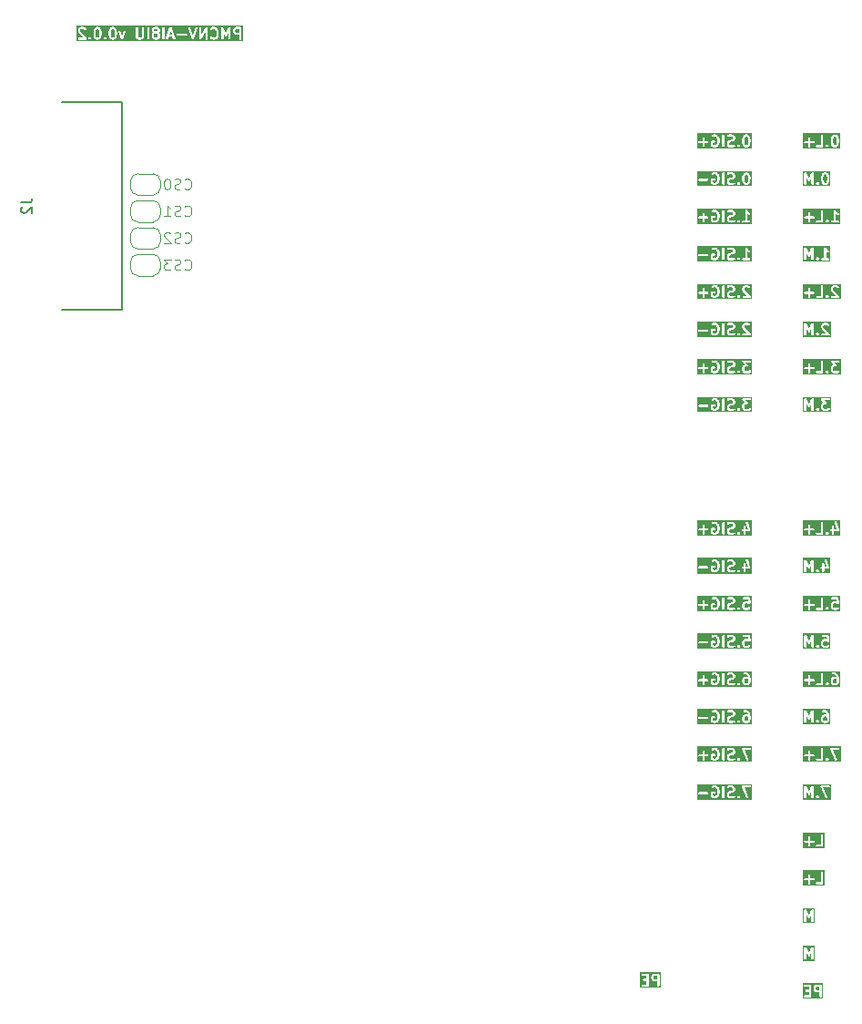
<source format=gbr>
%TF.GenerationSoftware,KiCad,Pcbnew,9.0.2*%
%TF.CreationDate,2025-06-09T15:51:03+03:00*%
%TF.ProjectId,PMCNV-AI8IU,504d434e-562d-4414-9938-49552e6b6963,rev?*%
%TF.SameCoordinates,Original*%
%TF.FileFunction,Legend,Bot*%
%TF.FilePolarity,Positive*%
%FSLAX46Y46*%
G04 Gerber Fmt 4.6, Leading zero omitted, Abs format (unit mm)*
G04 Created by KiCad (PCBNEW 9.0.2) date 2025-06-09 15:51:03*
%MOMM*%
%LPD*%
G01*
G04 APERTURE LIST*
%ADD10C,0.200000*%
%ADD11C,0.100000*%
%ADD12C,0.150000*%
%ADD13C,0.120000*%
%ADD14C,0.152400*%
G04 APERTURE END LIST*
D10*
G36*
X31388589Y-7663330D02*
G01*
X26302090Y-7663330D01*
X26302090Y-7051757D01*
X26413201Y-7051757D01*
X26413201Y-7090775D01*
X26428133Y-7126823D01*
X26455723Y-7154413D01*
X26491771Y-7169345D01*
X26511280Y-7171266D01*
X26792232Y-7171266D01*
X26792232Y-7452219D01*
X26794153Y-7471728D01*
X26809085Y-7507776D01*
X26836675Y-7535366D01*
X26872723Y-7550298D01*
X26911741Y-7550298D01*
X26947789Y-7535366D01*
X26975379Y-7507776D01*
X26990311Y-7471728D01*
X26992232Y-7452219D01*
X26992232Y-7171266D01*
X27273184Y-7171266D01*
X27292693Y-7169345D01*
X27328741Y-7154413D01*
X27356331Y-7126823D01*
X27371263Y-7090775D01*
X27371263Y-7051757D01*
X27359619Y-7023647D01*
X27601756Y-7023647D01*
X27601756Y-7356980D01*
X27603677Y-7376489D01*
X27605161Y-7380071D01*
X27618608Y-7412537D01*
X27631045Y-7427690D01*
X27678663Y-7475310D01*
X27693817Y-7487747D01*
X27697136Y-7489122D01*
X27699852Y-7491477D01*
X27717752Y-7499468D01*
X27860609Y-7547087D01*
X27870281Y-7549286D01*
X27872723Y-7550298D01*
X27876260Y-7550646D01*
X27879724Y-7551434D01*
X27882358Y-7551246D01*
X27892232Y-7552219D01*
X27987470Y-7552219D01*
X27997343Y-7551246D01*
X27999977Y-7551434D01*
X28003440Y-7550646D01*
X28006979Y-7550298D01*
X28009421Y-7549286D01*
X28019093Y-7547087D01*
X28161949Y-7499468D01*
X28179850Y-7491477D01*
X28182565Y-7489122D01*
X28185885Y-7487747D01*
X28201038Y-7475310D01*
X28296276Y-7380071D01*
X28302568Y-7372404D01*
X28304565Y-7370673D01*
X28306458Y-7367665D01*
X28308713Y-7364918D01*
X28309724Y-7362476D01*
X28315008Y-7354082D01*
X28362627Y-7258845D01*
X28363173Y-7257416D01*
X28363603Y-7256837D01*
X28366524Y-7248660D01*
X28369633Y-7240536D01*
X28369684Y-7239815D01*
X28370198Y-7238377D01*
X28417817Y-7047901D01*
X28418317Y-7044519D01*
X28418882Y-7043156D01*
X28419605Y-7035805D01*
X28420685Y-7028508D01*
X28420467Y-7027049D01*
X28420803Y-7023647D01*
X28420803Y-6880790D01*
X28420467Y-6877387D01*
X28420685Y-6875929D01*
X28419605Y-6868631D01*
X28418882Y-6861281D01*
X28418317Y-6859917D01*
X28417817Y-6856536D01*
X28370198Y-6666060D01*
X28369684Y-6664621D01*
X28369633Y-6663901D01*
X28366524Y-6655776D01*
X28363603Y-6647600D01*
X28363173Y-6647020D01*
X28362627Y-6645592D01*
X28315008Y-6550355D01*
X28309721Y-6541956D01*
X28308712Y-6539519D01*
X28306460Y-6536775D01*
X28304565Y-6533764D01*
X28302567Y-6532031D01*
X28296276Y-6524365D01*
X28224130Y-6452219D01*
X28649374Y-6452219D01*
X28649374Y-7452219D01*
X28651295Y-7471728D01*
X28666227Y-7507776D01*
X28693817Y-7535366D01*
X28729865Y-7550298D01*
X28768883Y-7550298D01*
X28804931Y-7535366D01*
X28832521Y-7507776D01*
X28847453Y-7471728D01*
X28849374Y-7452219D01*
X28849374Y-7166504D01*
X29077946Y-7166504D01*
X29077946Y-7261742D01*
X29079867Y-7281251D01*
X29081242Y-7284571D01*
X29081497Y-7288155D01*
X29088503Y-7306463D01*
X29136122Y-7401701D01*
X29141405Y-7410093D01*
X29142417Y-7412537D01*
X29144673Y-7415286D01*
X29146565Y-7418291D01*
X29148559Y-7420020D01*
X29154854Y-7427690D01*
X29202472Y-7475310D01*
X29210140Y-7481603D01*
X29211872Y-7483600D01*
X29214880Y-7485493D01*
X29217626Y-7487747D01*
X29220066Y-7488757D01*
X29228463Y-7494043D01*
X29323700Y-7541662D01*
X29342009Y-7548668D01*
X29345592Y-7548922D01*
X29348913Y-7550298D01*
X29368422Y-7552219D01*
X29606517Y-7552219D01*
X29616390Y-7551246D01*
X29619024Y-7551434D01*
X29622487Y-7550646D01*
X29626026Y-7550298D01*
X29628468Y-7549286D01*
X29638140Y-7547087D01*
X29780996Y-7499468D01*
X29798897Y-7491477D01*
X29828373Y-7465912D01*
X29845822Y-7431013D01*
X29848589Y-7392093D01*
X29846255Y-7385091D01*
X30032247Y-7385091D01*
X30032247Y-7424109D01*
X30038710Y-7439712D01*
X30047179Y-7460158D01*
X30047183Y-7460162D01*
X30059615Y-7475311D01*
X30107234Y-7522929D01*
X30122387Y-7535366D01*
X30131390Y-7539095D01*
X30158436Y-7550298D01*
X30197454Y-7550298D01*
X30233502Y-7535366D01*
X30248656Y-7522930D01*
X30296274Y-7475311D01*
X30308711Y-7460158D01*
X30317008Y-7440127D01*
X30323642Y-7424110D01*
X30323643Y-7385092D01*
X30308712Y-7349043D01*
X30296275Y-7333890D01*
X30248656Y-7286270D01*
X30233503Y-7273833D01*
X30213914Y-7265719D01*
X30207236Y-7262953D01*
X30197454Y-7258901D01*
X30158436Y-7258901D01*
X30148654Y-7262953D01*
X30122388Y-7273832D01*
X30122387Y-7273833D01*
X30107233Y-7286270D01*
X30059615Y-7333890D01*
X30047178Y-7349043D01*
X30038219Y-7370673D01*
X30032247Y-7385091D01*
X29846255Y-7385091D01*
X29836250Y-7355077D01*
X29810685Y-7325601D01*
X29775786Y-7308151D01*
X29736866Y-7305385D01*
X29717751Y-7309732D01*
X29590290Y-7352219D01*
X29392029Y-7352219D01*
X29332419Y-7322414D01*
X29307752Y-7297746D01*
X29277946Y-7238134D01*
X29277946Y-7190111D01*
X29307751Y-7130501D01*
X29332419Y-7105832D01*
X29403326Y-7070379D01*
X29583151Y-7025423D01*
X29584588Y-7024909D01*
X29585311Y-7024858D01*
X29588475Y-7023647D01*
X30506517Y-7023647D01*
X30506517Y-7261742D01*
X30508438Y-7281251D01*
X30509813Y-7284571D01*
X30510068Y-7288155D01*
X30517074Y-7306463D01*
X30564693Y-7401701D01*
X30569976Y-7410093D01*
X30570988Y-7412537D01*
X30573244Y-7415286D01*
X30575136Y-7418291D01*
X30577130Y-7420020D01*
X30583425Y-7427690D01*
X30631043Y-7475310D01*
X30638711Y-7481603D01*
X30640443Y-7483600D01*
X30643451Y-7485493D01*
X30646197Y-7487747D01*
X30648637Y-7488757D01*
X30657034Y-7494043D01*
X30752271Y-7541662D01*
X30770580Y-7548668D01*
X30774163Y-7548922D01*
X30777484Y-7550298D01*
X30796993Y-7552219D01*
X31035088Y-7552219D01*
X31054597Y-7550298D01*
X31057917Y-7548922D01*
X31061501Y-7548668D01*
X31079809Y-7541662D01*
X31175047Y-7494043D01*
X31183442Y-7488758D01*
X31185884Y-7487747D01*
X31188631Y-7485491D01*
X31191637Y-7483600D01*
X31193367Y-7481605D01*
X31201037Y-7475310D01*
X31248656Y-7427690D01*
X31261093Y-7412537D01*
X31276024Y-7376488D01*
X31276023Y-7337470D01*
X31261092Y-7301422D01*
X31233501Y-7273832D01*
X31197453Y-7258901D01*
X31158435Y-7258902D01*
X31122387Y-7273833D01*
X31107233Y-7286270D01*
X31071090Y-7322413D01*
X31011481Y-7352219D01*
X30820600Y-7352219D01*
X30760990Y-7322414D01*
X30736323Y-7297746D01*
X30706517Y-7238134D01*
X30706517Y-7047254D01*
X30736322Y-6987644D01*
X30760990Y-6962975D01*
X30820600Y-6933171D01*
X31011481Y-6933171D01*
X31071090Y-6962976D01*
X31107234Y-6999119D01*
X31122387Y-7011556D01*
X31127041Y-7013483D01*
X31130937Y-7016671D01*
X31144930Y-7020893D01*
X31158436Y-7026487D01*
X31163470Y-7026487D01*
X31168292Y-7027942D01*
X31182843Y-7026487D01*
X31197454Y-7026487D01*
X31202103Y-7024561D01*
X31207116Y-7024060D01*
X31219999Y-7017148D01*
X31233502Y-7011556D01*
X31237062Y-7007995D01*
X31241500Y-7005615D01*
X31250755Y-6994302D01*
X31261092Y-6983966D01*
X31263019Y-6979313D01*
X31266207Y-6975417D01*
X31270429Y-6961422D01*
X31276023Y-6947918D01*
X31276023Y-6942884D01*
X31277478Y-6938062D01*
X31277449Y-6918459D01*
X31229830Y-6442269D01*
X31228405Y-6435160D01*
X31228405Y-6432710D01*
X31227453Y-6430412D01*
X31225977Y-6423048D01*
X31219067Y-6410167D01*
X31213473Y-6396662D01*
X31209912Y-6393101D01*
X31207532Y-6388664D01*
X31196219Y-6379408D01*
X31185883Y-6369072D01*
X31181230Y-6367144D01*
X31177334Y-6363957D01*
X31163344Y-6359736D01*
X31149835Y-6354140D01*
X31142357Y-6353403D01*
X31139979Y-6352686D01*
X31137542Y-6352929D01*
X31130326Y-6352219D01*
X30654136Y-6352219D01*
X30634627Y-6354140D01*
X30598579Y-6369072D01*
X30570989Y-6396662D01*
X30556057Y-6432710D01*
X30556057Y-6471728D01*
X30570989Y-6507776D01*
X30598579Y-6535366D01*
X30634627Y-6550298D01*
X30654136Y-6552219D01*
X31039827Y-6552219D01*
X31058254Y-6736491D01*
X31057917Y-6736467D01*
X31054597Y-6735092D01*
X31035088Y-6733171D01*
X30796993Y-6733171D01*
X30777484Y-6735092D01*
X30774163Y-6736467D01*
X30770580Y-6736722D01*
X30752271Y-6743728D01*
X30657034Y-6791347D01*
X30648637Y-6796632D01*
X30646197Y-6797643D01*
X30643451Y-6799896D01*
X30640443Y-6801790D01*
X30638710Y-6803787D01*
X30631044Y-6810080D01*
X30583425Y-6857698D01*
X30577130Y-6865368D01*
X30575136Y-6867098D01*
X30573242Y-6870105D01*
X30570989Y-6872852D01*
X30569978Y-6875291D01*
X30564693Y-6883688D01*
X30517074Y-6978926D01*
X30510068Y-6997234D01*
X30509813Y-7000817D01*
X30508438Y-7004138D01*
X30506517Y-7023647D01*
X29588475Y-7023647D01*
X29593435Y-7021749D01*
X29601612Y-7018828D01*
X29602192Y-7018397D01*
X29603619Y-7017852D01*
X29698857Y-6970233D01*
X29707253Y-6964947D01*
X29709693Y-6963937D01*
X29712439Y-6961683D01*
X29715447Y-6959790D01*
X29717176Y-6957795D01*
X29724847Y-6951501D01*
X29772465Y-6903882D01*
X29778757Y-6896215D01*
X29780755Y-6894483D01*
X29782648Y-6891474D01*
X29784902Y-6888729D01*
X29785912Y-6886288D01*
X29791198Y-6877892D01*
X29838817Y-6782655D01*
X29845823Y-6764346D01*
X29846077Y-6760762D01*
X29847453Y-6757442D01*
X29849374Y-6737933D01*
X29849374Y-6642695D01*
X29847453Y-6623186D01*
X29846077Y-6619865D01*
X29845823Y-6616282D01*
X29838817Y-6597973D01*
X29791198Y-6502736D01*
X29785912Y-6494339D01*
X29784902Y-6491899D01*
X29782648Y-6489153D01*
X29780755Y-6486145D01*
X29778757Y-6484412D01*
X29772465Y-6476746D01*
X29724847Y-6429127D01*
X29717176Y-6422832D01*
X29715447Y-6420838D01*
X29712439Y-6418944D01*
X29709693Y-6416691D01*
X29707253Y-6415680D01*
X29698857Y-6410395D01*
X29603619Y-6362776D01*
X29585311Y-6355770D01*
X29581727Y-6355515D01*
X29578407Y-6354140D01*
X29558898Y-6352219D01*
X29320803Y-6352219D01*
X29310929Y-6353191D01*
X29308295Y-6353004D01*
X29304831Y-6353791D01*
X29301294Y-6354140D01*
X29298852Y-6355151D01*
X29289180Y-6357351D01*
X29146323Y-6404970D01*
X29128423Y-6412961D01*
X29098947Y-6438526D01*
X29081497Y-6473425D01*
X29078731Y-6512345D01*
X29091069Y-6549361D01*
X29116634Y-6578837D01*
X29151533Y-6596287D01*
X29190453Y-6599053D01*
X29209569Y-6594706D01*
X29337029Y-6552219D01*
X29535291Y-6552219D01*
X29594900Y-6582024D01*
X29619569Y-6606692D01*
X29649374Y-6666302D01*
X29649374Y-6714326D01*
X29619569Y-6773935D01*
X29594900Y-6798603D01*
X29523993Y-6834057D01*
X29344168Y-6879014D01*
X29342729Y-6879527D01*
X29342009Y-6879579D01*
X29333884Y-6882687D01*
X29325708Y-6885609D01*
X29325128Y-6886038D01*
X29323700Y-6886585D01*
X29228463Y-6934204D01*
X29220066Y-6939489D01*
X29217626Y-6940500D01*
X29214880Y-6942753D01*
X29211872Y-6944647D01*
X29210139Y-6946644D01*
X29202473Y-6952937D01*
X29154854Y-7000555D01*
X29148559Y-7008225D01*
X29146565Y-7009955D01*
X29144671Y-7012962D01*
X29142418Y-7015709D01*
X29141407Y-7018148D01*
X29136122Y-7026545D01*
X29088503Y-7121783D01*
X29081497Y-7140091D01*
X29081242Y-7143674D01*
X29079867Y-7146995D01*
X29077946Y-7166504D01*
X28849374Y-7166504D01*
X28849374Y-6452219D01*
X28847453Y-6432710D01*
X28832521Y-6396662D01*
X28804931Y-6369072D01*
X28768883Y-6354140D01*
X28729865Y-6354140D01*
X28693817Y-6369072D01*
X28666227Y-6396662D01*
X28651295Y-6432710D01*
X28649374Y-6452219D01*
X28224130Y-6452219D01*
X28201038Y-6429127D01*
X28185884Y-6416691D01*
X28182565Y-6415316D01*
X28179850Y-6412961D01*
X28161949Y-6404970D01*
X28019093Y-6357351D01*
X28009421Y-6355151D01*
X28006979Y-6354140D01*
X28003440Y-6353791D01*
X27999977Y-6353004D01*
X27997343Y-6353191D01*
X27987470Y-6352219D01*
X27844613Y-6352219D01*
X27825104Y-6354140D01*
X27821783Y-6355515D01*
X27818200Y-6355770D01*
X27799891Y-6362776D01*
X27704654Y-6410395D01*
X27688063Y-6420838D01*
X27662499Y-6450315D01*
X27650160Y-6487331D01*
X27652926Y-6526251D01*
X27670375Y-6561150D01*
X27699852Y-6586714D01*
X27736868Y-6599053D01*
X27775788Y-6596287D01*
X27794096Y-6589281D01*
X27868220Y-6552219D01*
X27971243Y-6552219D01*
X28076307Y-6587240D01*
X28143380Y-6654313D01*
X28178832Y-6725218D01*
X28220803Y-6893099D01*
X28220803Y-7011337D01*
X28178832Y-7179218D01*
X28143379Y-7250124D01*
X28076308Y-7317197D01*
X27971243Y-7352219D01*
X27908458Y-7352219D01*
X27803393Y-7317197D01*
X27801756Y-7315559D01*
X27801756Y-7123647D01*
X27892232Y-7123647D01*
X27911741Y-7121726D01*
X27947789Y-7106794D01*
X27975379Y-7079204D01*
X27990311Y-7043156D01*
X27990311Y-7004138D01*
X27975379Y-6968090D01*
X27947789Y-6940500D01*
X27911741Y-6925568D01*
X27892232Y-6923647D01*
X27701756Y-6923647D01*
X27682247Y-6925568D01*
X27646199Y-6940500D01*
X27618609Y-6968090D01*
X27603677Y-7004138D01*
X27601756Y-7023647D01*
X27359619Y-7023647D01*
X27356331Y-7015709D01*
X27328741Y-6988119D01*
X27292693Y-6973187D01*
X27273184Y-6971266D01*
X26992232Y-6971266D01*
X26992232Y-6690314D01*
X26990311Y-6670805D01*
X26975379Y-6634757D01*
X26947789Y-6607167D01*
X26911741Y-6592235D01*
X26872723Y-6592235D01*
X26836675Y-6607167D01*
X26809085Y-6634757D01*
X26794153Y-6670805D01*
X26792232Y-6690314D01*
X26792232Y-6971266D01*
X26511280Y-6971266D01*
X26491771Y-6973187D01*
X26455723Y-6988119D01*
X26428133Y-7015709D01*
X26413201Y-7051757D01*
X26302090Y-7051757D01*
X26302090Y-6241108D01*
X31388589Y-6241108D01*
X31388589Y-7663330D01*
G37*
D11*
X-21357143Y24137820D02*
X-21309524Y24090200D01*
X-21309524Y24090200D02*
X-21166667Y24042581D01*
X-21166667Y24042581D02*
X-21071429Y24042581D01*
X-21071429Y24042581D02*
X-20928572Y24090200D01*
X-20928572Y24090200D02*
X-20833334Y24185439D01*
X-20833334Y24185439D02*
X-20785715Y24280677D01*
X-20785715Y24280677D02*
X-20738096Y24471153D01*
X-20738096Y24471153D02*
X-20738096Y24614010D01*
X-20738096Y24614010D02*
X-20785715Y24804486D01*
X-20785715Y24804486D02*
X-20833334Y24899724D01*
X-20833334Y24899724D02*
X-20928572Y24994962D01*
X-20928572Y24994962D02*
X-21071429Y25042581D01*
X-21071429Y25042581D02*
X-21166667Y25042581D01*
X-21166667Y25042581D02*
X-21309524Y24994962D01*
X-21309524Y24994962D02*
X-21357143Y24947343D01*
X-21738096Y24090200D02*
X-21880953Y24042581D01*
X-21880953Y24042581D02*
X-22119048Y24042581D01*
X-22119048Y24042581D02*
X-22214286Y24090200D01*
X-22214286Y24090200D02*
X-22261905Y24137820D01*
X-22261905Y24137820D02*
X-22309524Y24233058D01*
X-22309524Y24233058D02*
X-22309524Y24328296D01*
X-22309524Y24328296D02*
X-22261905Y24423534D01*
X-22261905Y24423534D02*
X-22214286Y24471153D01*
X-22214286Y24471153D02*
X-22119048Y24518772D01*
X-22119048Y24518772D02*
X-21928572Y24566391D01*
X-21928572Y24566391D02*
X-21833334Y24614010D01*
X-21833334Y24614010D02*
X-21785715Y24661629D01*
X-21785715Y24661629D02*
X-21738096Y24756867D01*
X-21738096Y24756867D02*
X-21738096Y24852105D01*
X-21738096Y24852105D02*
X-21785715Y24947343D01*
X-21785715Y24947343D02*
X-21833334Y24994962D01*
X-21833334Y24994962D02*
X-21928572Y25042581D01*
X-21928572Y25042581D02*
X-22166667Y25042581D01*
X-22166667Y25042581D02*
X-22309524Y24994962D01*
X-22642858Y25042581D02*
X-23261905Y25042581D01*
X-23261905Y25042581D02*
X-22928572Y24661629D01*
X-22928572Y24661629D02*
X-23071429Y24661629D01*
X-23071429Y24661629D02*
X-23166667Y24614010D01*
X-23166667Y24614010D02*
X-23214286Y24566391D01*
X-23214286Y24566391D02*
X-23261905Y24471153D01*
X-23261905Y24471153D02*
X-23261905Y24233058D01*
X-23261905Y24233058D02*
X-23214286Y24137820D01*
X-23214286Y24137820D02*
X-23166667Y24090200D01*
X-23166667Y24090200D02*
X-23071429Y24042581D01*
X-23071429Y24042581D02*
X-22785715Y24042581D01*
X-22785715Y24042581D02*
X-22690477Y24090200D01*
X-22690477Y24090200D02*
X-22642858Y24137820D01*
D10*
G36*
X31434754Y21336670D02*
G01*
X26302090Y21336670D01*
X26302090Y21948243D01*
X26413201Y21948243D01*
X26413201Y21909225D01*
X26428133Y21873177D01*
X26455723Y21845587D01*
X26491771Y21830655D01*
X26511280Y21828734D01*
X26792232Y21828734D01*
X26792232Y21547781D01*
X26794153Y21528272D01*
X26809085Y21492224D01*
X26836675Y21464634D01*
X26872723Y21449702D01*
X26911741Y21449702D01*
X26947789Y21464634D01*
X26975379Y21492224D01*
X26990311Y21528272D01*
X26992232Y21547781D01*
X26992232Y21828734D01*
X27273184Y21828734D01*
X27292693Y21830655D01*
X27328741Y21845587D01*
X27356331Y21873177D01*
X27371263Y21909225D01*
X27371263Y21948243D01*
X27359619Y21976353D01*
X27601756Y21976353D01*
X27601756Y21643020D01*
X27603677Y21623511D01*
X27605161Y21619929D01*
X27618608Y21587463D01*
X27631045Y21572310D01*
X27678663Y21524690D01*
X27693817Y21512253D01*
X27697136Y21510878D01*
X27699852Y21508523D01*
X27717752Y21500532D01*
X27860609Y21452913D01*
X27870281Y21450714D01*
X27872723Y21449702D01*
X27876260Y21449354D01*
X27879724Y21448566D01*
X27882358Y21448754D01*
X27892232Y21447781D01*
X27987470Y21447781D01*
X27997343Y21448754D01*
X27999977Y21448566D01*
X28003440Y21449354D01*
X28006979Y21449702D01*
X28009421Y21450714D01*
X28019093Y21452913D01*
X28161949Y21500532D01*
X28179850Y21508523D01*
X28182565Y21510878D01*
X28185885Y21512253D01*
X28201038Y21524690D01*
X28296276Y21619929D01*
X28302568Y21627596D01*
X28304565Y21629327D01*
X28306458Y21632335D01*
X28308713Y21635082D01*
X28309724Y21637524D01*
X28315008Y21645918D01*
X28362627Y21741155D01*
X28363173Y21742584D01*
X28363603Y21743163D01*
X28366524Y21751340D01*
X28369633Y21759464D01*
X28369684Y21760185D01*
X28370198Y21761623D01*
X28417817Y21952099D01*
X28418317Y21955481D01*
X28418882Y21956844D01*
X28419605Y21964195D01*
X28420685Y21971492D01*
X28420467Y21972951D01*
X28420803Y21976353D01*
X28420803Y22119210D01*
X28420467Y22122613D01*
X28420685Y22124071D01*
X28419605Y22131369D01*
X28418882Y22138719D01*
X28418317Y22140083D01*
X28417817Y22143464D01*
X28370198Y22333940D01*
X28369684Y22335379D01*
X28369633Y22336099D01*
X28366524Y22344224D01*
X28363603Y22352400D01*
X28363173Y22352980D01*
X28362627Y22354408D01*
X28315008Y22449645D01*
X28309721Y22458044D01*
X28308712Y22460481D01*
X28306460Y22463225D01*
X28304565Y22466236D01*
X28302567Y22467969D01*
X28296276Y22475635D01*
X28224130Y22547781D01*
X28649374Y22547781D01*
X28649374Y21547781D01*
X28651295Y21528272D01*
X28666227Y21492224D01*
X28693817Y21464634D01*
X28729865Y21449702D01*
X28768883Y21449702D01*
X28804931Y21464634D01*
X28832521Y21492224D01*
X28847453Y21528272D01*
X28849374Y21547781D01*
X28849374Y21833496D01*
X29077946Y21833496D01*
X29077946Y21738258D01*
X29079867Y21718749D01*
X29081242Y21715429D01*
X29081497Y21711845D01*
X29088503Y21693537D01*
X29136122Y21598299D01*
X29141405Y21589907D01*
X29142417Y21587463D01*
X29144673Y21584714D01*
X29146565Y21581709D01*
X29148559Y21579980D01*
X29154854Y21572310D01*
X29202472Y21524690D01*
X29210140Y21518397D01*
X29211872Y21516400D01*
X29214880Y21514507D01*
X29217626Y21512253D01*
X29220066Y21511243D01*
X29228463Y21505957D01*
X29323700Y21458338D01*
X29342009Y21451332D01*
X29345592Y21451078D01*
X29348913Y21449702D01*
X29368422Y21447781D01*
X29606517Y21447781D01*
X29616390Y21448754D01*
X29619024Y21448566D01*
X29622487Y21449354D01*
X29626026Y21449702D01*
X29628468Y21450714D01*
X29638140Y21452913D01*
X29780996Y21500532D01*
X29798897Y21508523D01*
X29828373Y21534088D01*
X29845822Y21568987D01*
X29848589Y21607907D01*
X29846255Y21614909D01*
X30032247Y21614909D01*
X30032247Y21575891D01*
X30038710Y21560288D01*
X30047179Y21539842D01*
X30047183Y21539838D01*
X30059615Y21524689D01*
X30107234Y21477071D01*
X30122387Y21464634D01*
X30131390Y21460905D01*
X30158436Y21449702D01*
X30197454Y21449702D01*
X30233502Y21464634D01*
X30248656Y21477070D01*
X30296274Y21524689D01*
X30308711Y21539842D01*
X30317008Y21559873D01*
X30323642Y21575890D01*
X30323643Y21614908D01*
X30308712Y21650957D01*
X30296275Y21666110D01*
X30248656Y21713730D01*
X30233503Y21726167D01*
X30213914Y21734281D01*
X30207236Y21737047D01*
X30197454Y21741099D01*
X30158436Y21741099D01*
X30148654Y21737047D01*
X30122388Y21726168D01*
X30122387Y21726167D01*
X30107233Y21713730D01*
X30059615Y21666110D01*
X30047178Y21650957D01*
X30038219Y21629327D01*
X30032247Y21614909D01*
X29846255Y21614909D01*
X29836250Y21644923D01*
X29810685Y21674399D01*
X29775786Y21691849D01*
X29736866Y21694615D01*
X29717751Y21690268D01*
X29590290Y21647781D01*
X29392029Y21647781D01*
X29332419Y21677586D01*
X29307752Y21702254D01*
X29277946Y21761866D01*
X29277946Y21809889D01*
X29307751Y21869499D01*
X29332419Y21894168D01*
X29403326Y21929621D01*
X29583151Y21974577D01*
X29584588Y21975091D01*
X29585311Y21975142D01*
X29593435Y21978251D01*
X29601612Y21981172D01*
X29602192Y21981603D01*
X29603619Y21982148D01*
X29698857Y22029767D01*
X29707253Y22035053D01*
X29709693Y22036063D01*
X29712439Y22038317D01*
X29715447Y22040210D01*
X29717176Y22042205D01*
X29724847Y22048499D01*
X29772465Y22096118D01*
X29778757Y22103785D01*
X29780755Y22105517D01*
X29782648Y22108526D01*
X29784902Y22111271D01*
X29785912Y22113712D01*
X29791198Y22122108D01*
X29838817Y22217345D01*
X29845823Y22235654D01*
X29846077Y22239238D01*
X29847453Y22242558D01*
X29849374Y22262067D01*
X29849374Y22357305D01*
X30506517Y22357305D01*
X30506517Y22262067D01*
X30507489Y22252194D01*
X30507302Y22249560D01*
X30508089Y22246097D01*
X30508438Y22242558D01*
X30509449Y22240116D01*
X30511649Y22230444D01*
X30559268Y22087588D01*
X30567259Y22069687D01*
X30569614Y22066972D01*
X30570989Y22063653D01*
X30583425Y22048499D01*
X30984142Y21647781D01*
X30606517Y21647781D01*
X30587008Y21645860D01*
X30550960Y21630928D01*
X30523370Y21603338D01*
X30508438Y21567290D01*
X30508438Y21528272D01*
X30523370Y21492224D01*
X30550960Y21464634D01*
X30587008Y21449702D01*
X30606517Y21447781D01*
X31225564Y21447781D01*
X31245073Y21449702D01*
X31281121Y21464634D01*
X31308711Y21492224D01*
X31323643Y21528272D01*
X31323643Y21567290D01*
X31308711Y21603338D01*
X31308710Y21603339D01*
X31296275Y21618492D01*
X30741538Y22173230D01*
X30706517Y22278294D01*
X30706517Y22333698D01*
X30736322Y22393308D01*
X30760990Y22417977D01*
X30820600Y22447781D01*
X31011481Y22447781D01*
X31071090Y22417976D01*
X31107234Y22381833D01*
X31122387Y22369396D01*
X31158436Y22354465D01*
X31197454Y22354465D01*
X31233502Y22369396D01*
X31261092Y22396986D01*
X31276023Y22433034D01*
X31276023Y22472052D01*
X31261092Y22508101D01*
X31248655Y22523254D01*
X31201037Y22570873D01*
X31193366Y22577168D01*
X31191637Y22579162D01*
X31188629Y22581056D01*
X31185883Y22583309D01*
X31183443Y22584320D01*
X31175047Y22589605D01*
X31079809Y22637224D01*
X31061501Y22644230D01*
X31057917Y22644485D01*
X31054597Y22645860D01*
X31035088Y22647781D01*
X30796993Y22647781D01*
X30777484Y22645860D01*
X30774163Y22644485D01*
X30770580Y22644230D01*
X30752271Y22637224D01*
X30657034Y22589605D01*
X30648637Y22584320D01*
X30646197Y22583309D01*
X30643451Y22581056D01*
X30640443Y22579162D01*
X30638710Y22577165D01*
X30631044Y22570872D01*
X30583425Y22523254D01*
X30577130Y22515584D01*
X30575136Y22513854D01*
X30573242Y22510847D01*
X30570989Y22508100D01*
X30569978Y22505661D01*
X30564693Y22497264D01*
X30517074Y22402026D01*
X30510068Y22383718D01*
X30509813Y22380135D01*
X30508438Y22376814D01*
X30506517Y22357305D01*
X29849374Y22357305D01*
X29847453Y22376814D01*
X29846077Y22380135D01*
X29845823Y22383718D01*
X29838817Y22402027D01*
X29791198Y22497264D01*
X29785912Y22505661D01*
X29784902Y22508101D01*
X29782648Y22510847D01*
X29780755Y22513855D01*
X29778757Y22515588D01*
X29772465Y22523254D01*
X29724847Y22570873D01*
X29717176Y22577168D01*
X29715447Y22579162D01*
X29712439Y22581056D01*
X29709693Y22583309D01*
X29707253Y22584320D01*
X29698857Y22589605D01*
X29603619Y22637224D01*
X29585311Y22644230D01*
X29581727Y22644485D01*
X29578407Y22645860D01*
X29558898Y22647781D01*
X29320803Y22647781D01*
X29310929Y22646809D01*
X29308295Y22646996D01*
X29304831Y22646209D01*
X29301294Y22645860D01*
X29298852Y22644849D01*
X29289180Y22642649D01*
X29146323Y22595030D01*
X29128423Y22587039D01*
X29098947Y22561474D01*
X29081497Y22526575D01*
X29078731Y22487655D01*
X29091069Y22450639D01*
X29116634Y22421163D01*
X29151533Y22403713D01*
X29190453Y22400947D01*
X29209569Y22405294D01*
X29337029Y22447781D01*
X29535291Y22447781D01*
X29594900Y22417976D01*
X29619569Y22393308D01*
X29649374Y22333698D01*
X29649374Y22285674D01*
X29619569Y22226065D01*
X29594900Y22201397D01*
X29523993Y22165943D01*
X29344168Y22120986D01*
X29342729Y22120473D01*
X29342009Y22120421D01*
X29333884Y22117313D01*
X29325708Y22114391D01*
X29325128Y22113962D01*
X29323700Y22113415D01*
X29228463Y22065796D01*
X29220066Y22060511D01*
X29217626Y22059500D01*
X29214880Y22057247D01*
X29211872Y22055353D01*
X29210139Y22053356D01*
X29202473Y22047063D01*
X29154854Y21999445D01*
X29148559Y21991775D01*
X29146565Y21990045D01*
X29144671Y21987038D01*
X29142418Y21984291D01*
X29141407Y21981852D01*
X29136122Y21973455D01*
X29088503Y21878217D01*
X29081497Y21859909D01*
X29081242Y21856326D01*
X29079867Y21853005D01*
X29077946Y21833496D01*
X28849374Y21833496D01*
X28849374Y22547781D01*
X28847453Y22567290D01*
X28832521Y22603338D01*
X28804931Y22630928D01*
X28768883Y22645860D01*
X28729865Y22645860D01*
X28693817Y22630928D01*
X28666227Y22603338D01*
X28651295Y22567290D01*
X28649374Y22547781D01*
X28224130Y22547781D01*
X28201038Y22570873D01*
X28185884Y22583309D01*
X28182565Y22584684D01*
X28179850Y22587039D01*
X28161949Y22595030D01*
X28019093Y22642649D01*
X28009421Y22644849D01*
X28006979Y22645860D01*
X28003440Y22646209D01*
X27999977Y22646996D01*
X27997343Y22646809D01*
X27987470Y22647781D01*
X27844613Y22647781D01*
X27825104Y22645860D01*
X27821783Y22644485D01*
X27818200Y22644230D01*
X27799891Y22637224D01*
X27704654Y22589605D01*
X27688063Y22579162D01*
X27662499Y22549685D01*
X27650160Y22512669D01*
X27652926Y22473749D01*
X27670375Y22438850D01*
X27699852Y22413286D01*
X27736868Y22400947D01*
X27775788Y22403713D01*
X27794096Y22410719D01*
X27868220Y22447781D01*
X27971243Y22447781D01*
X28076307Y22412760D01*
X28143380Y22345687D01*
X28178832Y22274782D01*
X28220803Y22106901D01*
X28220803Y21988663D01*
X28178832Y21820782D01*
X28143379Y21749876D01*
X28076308Y21682803D01*
X27971243Y21647781D01*
X27908458Y21647781D01*
X27803393Y21682803D01*
X27801756Y21684441D01*
X27801756Y21876353D01*
X27892232Y21876353D01*
X27911741Y21878274D01*
X27947789Y21893206D01*
X27975379Y21920796D01*
X27990311Y21956844D01*
X27990311Y21995862D01*
X27975379Y22031910D01*
X27947789Y22059500D01*
X27911741Y22074432D01*
X27892232Y22076353D01*
X27701756Y22076353D01*
X27682247Y22074432D01*
X27646199Y22059500D01*
X27618609Y22031910D01*
X27603677Y21995862D01*
X27601756Y21976353D01*
X27359619Y21976353D01*
X27356331Y21984291D01*
X27328741Y22011881D01*
X27292693Y22026813D01*
X27273184Y22028734D01*
X26992232Y22028734D01*
X26992232Y22309686D01*
X26990311Y22329195D01*
X26975379Y22365243D01*
X26947789Y22392833D01*
X26911741Y22407765D01*
X26872723Y22407765D01*
X26836675Y22392833D01*
X26809085Y22365243D01*
X26794153Y22329195D01*
X26792232Y22309686D01*
X26792232Y22028734D01*
X26511280Y22028734D01*
X26491771Y22026813D01*
X26455723Y22011881D01*
X26428133Y21984291D01*
X26413201Y21948243D01*
X26302090Y21948243D01*
X26302090Y22758892D01*
X31434754Y22758892D01*
X31434754Y21336670D01*
G37*
G36*
X38722855Y-4161409D02*
G01*
X36158562Y-4161409D01*
X36158562Y-2952219D01*
X36269673Y-2952219D01*
X36269673Y-3952219D01*
X36271594Y-3971728D01*
X36286526Y-4007776D01*
X36314116Y-4035366D01*
X36350164Y-4050298D01*
X36389182Y-4050298D01*
X36425230Y-4035366D01*
X36452820Y-4007776D01*
X36467752Y-3971728D01*
X36469673Y-3952219D01*
X36469673Y-3402975D01*
X36612388Y-3708793D01*
X36616620Y-3715938D01*
X36617500Y-3718356D01*
X36619065Y-3720065D01*
X36622379Y-3725659D01*
X36633589Y-3735925D01*
X36643851Y-3747131D01*
X36647876Y-3749009D01*
X36651154Y-3752011D01*
X36665436Y-3757204D01*
X36679209Y-3763632D01*
X36683648Y-3763827D01*
X36687823Y-3765345D01*
X36703006Y-3764677D01*
X36718189Y-3765345D01*
X36722362Y-3763827D01*
X36726804Y-3763632D01*
X36740588Y-3757199D01*
X36754858Y-3752010D01*
X36758131Y-3749012D01*
X36762161Y-3747132D01*
X36772430Y-3735917D01*
X36783633Y-3725659D01*
X36786944Y-3720068D01*
X36788513Y-3718356D01*
X36789393Y-3715934D01*
X36793624Y-3708793D01*
X36936339Y-3402974D01*
X36936339Y-3952219D01*
X36938260Y-3971728D01*
X36953192Y-4007776D01*
X36980782Y-4035366D01*
X37016830Y-4050298D01*
X37055848Y-4050298D01*
X37091896Y-4035366D01*
X37119486Y-4007776D01*
X37134418Y-3971728D01*
X37136339Y-3952219D01*
X37136339Y-3885091D01*
X37366831Y-3885091D01*
X37366831Y-3924109D01*
X37370394Y-3932710D01*
X37381763Y-3960158D01*
X37381767Y-3960162D01*
X37394199Y-3975311D01*
X37441818Y-4022929D01*
X37456971Y-4035366D01*
X37467529Y-4039739D01*
X37493020Y-4050298D01*
X37532038Y-4050298D01*
X37568086Y-4035366D01*
X37583240Y-4022930D01*
X37630858Y-3975311D01*
X37643295Y-3960158D01*
X37658226Y-3924109D01*
X37658226Y-3912537D01*
X37658227Y-3885092D01*
X37643296Y-3849043D01*
X37630859Y-3833890D01*
X37583240Y-3786270D01*
X37568087Y-3773833D01*
X37547595Y-3765345D01*
X37543459Y-3763632D01*
X37532038Y-3758901D01*
X37493020Y-3758901D01*
X37482462Y-3763274D01*
X37456972Y-3773832D01*
X37456971Y-3773833D01*
X37441817Y-3786270D01*
X37394199Y-3833890D01*
X37381762Y-3849043D01*
X37378475Y-3856980D01*
X37366831Y-3885091D01*
X37136339Y-3885091D01*
X37136339Y-3599376D01*
X37795403Y-3599376D01*
X37795403Y-3638394D01*
X37810335Y-3674442D01*
X37837925Y-3702032D01*
X37873973Y-3716964D01*
X37893482Y-3718885D01*
X37936339Y-3718885D01*
X37936339Y-3952219D01*
X37938260Y-3971728D01*
X37953192Y-4007776D01*
X37980782Y-4035366D01*
X38016830Y-4050298D01*
X38055848Y-4050298D01*
X38091896Y-4035366D01*
X38119486Y-4007776D01*
X38134418Y-3971728D01*
X38136339Y-3952219D01*
X38136339Y-3718885D01*
X38512529Y-3718885D01*
X38522402Y-3717912D01*
X38525036Y-3718100D01*
X38526937Y-3717466D01*
X38532038Y-3716964D01*
X38546850Y-3710828D01*
X38562052Y-3705761D01*
X38564765Y-3703407D01*
X38568086Y-3702032D01*
X38579424Y-3690693D01*
X38591528Y-3680196D01*
X38593134Y-3676983D01*
X38595676Y-3674442D01*
X38601812Y-3659627D01*
X38608978Y-3645297D01*
X38609232Y-3641714D01*
X38610608Y-3638394D01*
X38610608Y-3622361D01*
X38611744Y-3606377D01*
X38610608Y-3601381D01*
X38610608Y-3599376D01*
X38609596Y-3596934D01*
X38607397Y-3587262D01*
X38369302Y-2872977D01*
X38361311Y-2855077D01*
X38335746Y-2825601D01*
X38300847Y-2808151D01*
X38261927Y-2805385D01*
X38224911Y-2817723D01*
X38195435Y-2843288D01*
X38177985Y-2878187D01*
X38175219Y-2917107D01*
X38179566Y-2936223D01*
X38373787Y-3518885D01*
X38136339Y-3518885D01*
X38136339Y-3285552D01*
X38134418Y-3266043D01*
X38119486Y-3229995D01*
X38091896Y-3202405D01*
X38055848Y-3187473D01*
X38016830Y-3187473D01*
X37980782Y-3202405D01*
X37953192Y-3229995D01*
X37938260Y-3266043D01*
X37936339Y-3285552D01*
X37936339Y-3518885D01*
X37893482Y-3518885D01*
X37873973Y-3520806D01*
X37837925Y-3535738D01*
X37810335Y-3563328D01*
X37795403Y-3599376D01*
X37136339Y-3599376D01*
X37136339Y-2952219D01*
X37135076Y-2939395D01*
X37135180Y-2937036D01*
X37134719Y-2935768D01*
X37134418Y-2932710D01*
X37127777Y-2916679D01*
X37121846Y-2900367D01*
X37120339Y-2898721D01*
X37119486Y-2896662D01*
X37107224Y-2884400D01*
X37095494Y-2871591D01*
X37093470Y-2870646D01*
X37091896Y-2869072D01*
X37075880Y-2862437D01*
X37060137Y-2855091D01*
X37057907Y-2854993D01*
X37055848Y-2854140D01*
X37038496Y-2854140D01*
X37021156Y-2853378D01*
X37019060Y-2854140D01*
X37016830Y-2854140D01*
X37000799Y-2860780D01*
X36984487Y-2866712D01*
X36982841Y-2868218D01*
X36980782Y-2869072D01*
X36968514Y-2881339D01*
X36955712Y-2893064D01*
X36954145Y-2895708D01*
X36953192Y-2896662D01*
X36952288Y-2898843D01*
X36945721Y-2909930D01*
X36703005Y-3430033D01*
X36460291Y-2909930D01*
X36453723Y-2898843D01*
X36452820Y-2896662D01*
X36451866Y-2895708D01*
X36450300Y-2893064D01*
X36437503Y-2881345D01*
X36425230Y-2869072D01*
X36423168Y-2868218D01*
X36421525Y-2866713D01*
X36405223Y-2860784D01*
X36389182Y-2854140D01*
X36386951Y-2854140D01*
X36384856Y-2853378D01*
X36367516Y-2854140D01*
X36350164Y-2854140D01*
X36348104Y-2854993D01*
X36345876Y-2855091D01*
X36330145Y-2862432D01*
X36314116Y-2869072D01*
X36312539Y-2870648D01*
X36310518Y-2871592D01*
X36298799Y-2884388D01*
X36286526Y-2896662D01*
X36285672Y-2898723D01*
X36284167Y-2900367D01*
X36278238Y-2916668D01*
X36271594Y-2932710D01*
X36271292Y-2935768D01*
X36270832Y-2937036D01*
X36270935Y-2939395D01*
X36269673Y-2952219D01*
X36158562Y-2952219D01*
X36158562Y-2694274D01*
X38722855Y-2694274D01*
X38722855Y-4161409D01*
G37*
G36*
X37247450Y-36661409D02*
G01*
X36158562Y-36661409D01*
X36158562Y-35452219D01*
X36269673Y-35452219D01*
X36269673Y-36452219D01*
X36271594Y-36471728D01*
X36286526Y-36507776D01*
X36314116Y-36535366D01*
X36350164Y-36550298D01*
X36389182Y-36550298D01*
X36425230Y-36535366D01*
X36452820Y-36507776D01*
X36467752Y-36471728D01*
X36469673Y-36452219D01*
X36469673Y-35902975D01*
X36612388Y-36208793D01*
X36616620Y-36215938D01*
X36617500Y-36218356D01*
X36619065Y-36220065D01*
X36622379Y-36225659D01*
X36633589Y-36235925D01*
X36643851Y-36247131D01*
X36647876Y-36249009D01*
X36651154Y-36252011D01*
X36665436Y-36257204D01*
X36679209Y-36263632D01*
X36683648Y-36263827D01*
X36687823Y-36265345D01*
X36703006Y-36264677D01*
X36718189Y-36265345D01*
X36722362Y-36263827D01*
X36726804Y-36263632D01*
X36740588Y-36257199D01*
X36754858Y-36252010D01*
X36758131Y-36249012D01*
X36762161Y-36247132D01*
X36772430Y-36235917D01*
X36783633Y-36225659D01*
X36786944Y-36220068D01*
X36788513Y-36218356D01*
X36789393Y-36215934D01*
X36793624Y-36208793D01*
X36936339Y-35902974D01*
X36936339Y-36452219D01*
X36938260Y-36471728D01*
X36953192Y-36507776D01*
X36980782Y-36535366D01*
X37016830Y-36550298D01*
X37055848Y-36550298D01*
X37091896Y-36535366D01*
X37119486Y-36507776D01*
X37134418Y-36471728D01*
X37136339Y-36452219D01*
X37136339Y-35452219D01*
X37135076Y-35439395D01*
X37135180Y-35437036D01*
X37134719Y-35435768D01*
X37134418Y-35432710D01*
X37127777Y-35416679D01*
X37121846Y-35400367D01*
X37120339Y-35398721D01*
X37119486Y-35396662D01*
X37107224Y-35384400D01*
X37095494Y-35371591D01*
X37093470Y-35370646D01*
X37091896Y-35369072D01*
X37075880Y-35362437D01*
X37060137Y-35355091D01*
X37057907Y-35354993D01*
X37055848Y-35354140D01*
X37038496Y-35354140D01*
X37021156Y-35353378D01*
X37019060Y-35354140D01*
X37016830Y-35354140D01*
X37000799Y-35360780D01*
X36984487Y-35366712D01*
X36982841Y-35368218D01*
X36980782Y-35369072D01*
X36968514Y-35381339D01*
X36955712Y-35393064D01*
X36954145Y-35395708D01*
X36953192Y-35396662D01*
X36952288Y-35398843D01*
X36945721Y-35409930D01*
X36703005Y-35930033D01*
X36460291Y-35409930D01*
X36453723Y-35398843D01*
X36452820Y-35396662D01*
X36451866Y-35395708D01*
X36450300Y-35393064D01*
X36437503Y-35381345D01*
X36425230Y-35369072D01*
X36423168Y-35368218D01*
X36421525Y-35366713D01*
X36405223Y-35360784D01*
X36389182Y-35354140D01*
X36386951Y-35354140D01*
X36384856Y-35353378D01*
X36367516Y-35354140D01*
X36350164Y-35354140D01*
X36348104Y-35354993D01*
X36345876Y-35355091D01*
X36330145Y-35362432D01*
X36314116Y-35369072D01*
X36312539Y-35370648D01*
X36310518Y-35371592D01*
X36298799Y-35384388D01*
X36286526Y-35396662D01*
X36285672Y-35398723D01*
X36284167Y-35400367D01*
X36278238Y-35416668D01*
X36271594Y-35432710D01*
X36271292Y-35435768D01*
X36270832Y-35437036D01*
X36270935Y-35439395D01*
X36269673Y-35452219D01*
X36158562Y-35452219D01*
X36158562Y-35242267D01*
X37247450Y-35242267D01*
X37247450Y-36661409D01*
G37*
G36*
X39674100Y14336670D02*
G01*
X36160483Y14336670D01*
X36160483Y14948243D01*
X36271594Y14948243D01*
X36271594Y14909225D01*
X36286526Y14873177D01*
X36314116Y14845587D01*
X36350164Y14830655D01*
X36369673Y14828734D01*
X36650625Y14828734D01*
X36650625Y14547781D01*
X36652546Y14528272D01*
X36667478Y14492224D01*
X36695068Y14464634D01*
X36731116Y14449702D01*
X36770134Y14449702D01*
X36806182Y14464634D01*
X36833772Y14492224D01*
X36848704Y14528272D01*
X36850625Y14547781D01*
X36850625Y14567290D01*
X37366832Y14567290D01*
X37366832Y14528272D01*
X37381764Y14492224D01*
X37409354Y14464634D01*
X37445402Y14449702D01*
X37464911Y14447781D01*
X37941101Y14447781D01*
X37960610Y14449702D01*
X37996658Y14464634D01*
X38024248Y14492224D01*
X38039180Y14528272D01*
X38041101Y14547781D01*
X38041101Y14614909D01*
X38271593Y14614909D01*
X38271593Y14575891D01*
X38278056Y14560288D01*
X38286525Y14539842D01*
X38286529Y14539838D01*
X38298961Y14524689D01*
X38346580Y14477071D01*
X38361733Y14464634D01*
X38370736Y14460905D01*
X38397782Y14449702D01*
X38436800Y14449702D01*
X38472848Y14464634D01*
X38488002Y14477070D01*
X38535620Y14524689D01*
X38548057Y14539842D01*
X38554809Y14556144D01*
X38562988Y14575890D01*
X38562989Y14614908D01*
X38548058Y14650957D01*
X38535621Y14666110D01*
X38488002Y14713730D01*
X38472849Y14726167D01*
X38457917Y14732352D01*
X38436800Y14741099D01*
X38397782Y14741099D01*
X38387224Y14736726D01*
X38361734Y14726168D01*
X38361733Y14726167D01*
X38346579Y14713730D01*
X38298961Y14666110D01*
X38286524Y14650957D01*
X38276511Y14626781D01*
X38271593Y14614909D01*
X38041101Y14614909D01*
X38041101Y14976353D01*
X38745863Y14976353D01*
X38745863Y14738258D01*
X38747784Y14718749D01*
X38749159Y14715429D01*
X38749414Y14711845D01*
X38756420Y14693537D01*
X38804039Y14598299D01*
X38809322Y14589907D01*
X38810334Y14587463D01*
X38812590Y14584714D01*
X38814482Y14581709D01*
X38816476Y14579980D01*
X38822771Y14572310D01*
X38870389Y14524690D01*
X38878057Y14518397D01*
X38879789Y14516400D01*
X38882797Y14514507D01*
X38885543Y14512253D01*
X38887983Y14511243D01*
X38896380Y14505957D01*
X38991617Y14458338D01*
X39009926Y14451332D01*
X39013509Y14451078D01*
X39016830Y14449702D01*
X39036339Y14447781D01*
X39322053Y14447781D01*
X39341562Y14449702D01*
X39344882Y14451078D01*
X39348466Y14451332D01*
X39366774Y14458338D01*
X39462012Y14505957D01*
X39470407Y14511242D01*
X39472849Y14512253D01*
X39475596Y14514509D01*
X39478602Y14516400D01*
X39480332Y14518395D01*
X39488002Y14524690D01*
X39535621Y14572310D01*
X39548058Y14587463D01*
X39562989Y14623512D01*
X39562988Y14662530D01*
X39548057Y14698578D01*
X39520466Y14726168D01*
X39484418Y14741099D01*
X39445400Y14741098D01*
X39409352Y14726167D01*
X39394198Y14713730D01*
X39358055Y14677587D01*
X39298446Y14647781D01*
X39059946Y14647781D01*
X39000336Y14677586D01*
X38975669Y14702254D01*
X38945863Y14761866D01*
X38945863Y14952746D01*
X38975668Y15012356D01*
X39000336Y15037025D01*
X39059946Y15066829D01*
X39179196Y15066829D01*
X39189513Y15067845D01*
X39192138Y15067670D01*
X39193945Y15068282D01*
X39198705Y15068750D01*
X39213708Y15074965D01*
X39229100Y15080170D01*
X39231639Y15082393D01*
X39234753Y15083682D01*
X39246230Y15095160D01*
X39258464Y15105864D01*
X39259959Y15108889D01*
X39262343Y15111272D01*
X39268557Y15126274D01*
X39275760Y15140839D01*
X39275984Y15144205D01*
X39277275Y15147320D01*
X39277275Y15163569D01*
X39278355Y15179771D01*
X39277275Y15182965D01*
X39277275Y15186338D01*
X39271059Y15201344D01*
X39265855Y15216732D01*
X39263073Y15220623D01*
X39262343Y15222386D01*
X39260483Y15224246D01*
X39254454Y15232679D01*
X39066240Y15447781D01*
X39464910Y15447781D01*
X39484419Y15449702D01*
X39520467Y15464634D01*
X39548057Y15492224D01*
X39562989Y15528272D01*
X39562989Y15567290D01*
X39548057Y15603338D01*
X39520467Y15630928D01*
X39484419Y15645860D01*
X39464910Y15647781D01*
X38845863Y15647781D01*
X38835545Y15646766D01*
X38832921Y15646940D01*
X38831113Y15646329D01*
X38826354Y15645860D01*
X38811348Y15639645D01*
X38795960Y15634440D01*
X38793420Y15632219D01*
X38790306Y15630928D01*
X38778821Y15619444D01*
X38766596Y15608746D01*
X38765100Y15605723D01*
X38762716Y15603338D01*
X38756499Y15588332D01*
X38749299Y15573771D01*
X38749074Y15570406D01*
X38747784Y15567290D01*
X38747784Y15551042D01*
X38746704Y15534839D01*
X38747784Y15531646D01*
X38747784Y15528272D01*
X38753999Y15513267D01*
X38759204Y15497878D01*
X38761985Y15493988D01*
X38762716Y15492224D01*
X38764575Y15490365D01*
X38770605Y15481931D01*
X38975226Y15248077D01*
X38896380Y15208653D01*
X38887983Y15203368D01*
X38885543Y15202357D01*
X38882797Y15200104D01*
X38879789Y15198210D01*
X38878056Y15196213D01*
X38870390Y15189920D01*
X38822771Y15142302D01*
X38816476Y15134632D01*
X38814482Y15132902D01*
X38812588Y15129895D01*
X38810335Y15127148D01*
X38809324Y15124709D01*
X38804039Y15116312D01*
X38756420Y15021074D01*
X38749414Y15002766D01*
X38749159Y14999183D01*
X38747784Y14995862D01*
X38745863Y14976353D01*
X38041101Y14976353D01*
X38041101Y15547781D01*
X38039180Y15567290D01*
X38024248Y15603338D01*
X37996658Y15630928D01*
X37960610Y15645860D01*
X37921592Y15645860D01*
X37885544Y15630928D01*
X37857954Y15603338D01*
X37843022Y15567290D01*
X37841101Y15547781D01*
X37841101Y14647781D01*
X37464911Y14647781D01*
X37445402Y14645860D01*
X37409354Y14630928D01*
X37381764Y14603338D01*
X37366832Y14567290D01*
X36850625Y14567290D01*
X36850625Y14828734D01*
X37131577Y14828734D01*
X37151086Y14830655D01*
X37187134Y14845587D01*
X37214724Y14873177D01*
X37229656Y14909225D01*
X37229656Y14948243D01*
X37214724Y14984291D01*
X37187134Y15011881D01*
X37151086Y15026813D01*
X37131577Y15028734D01*
X36850625Y15028734D01*
X36850625Y15309686D01*
X36848704Y15329195D01*
X36833772Y15365243D01*
X36806182Y15392833D01*
X36770134Y15407765D01*
X36731116Y15407765D01*
X36695068Y15392833D01*
X36667478Y15365243D01*
X36652546Y15329195D01*
X36650625Y15309686D01*
X36650625Y15028734D01*
X36369673Y15028734D01*
X36350164Y15026813D01*
X36314116Y15011881D01*
X36286526Y14984291D01*
X36271594Y14948243D01*
X36160483Y14948243D01*
X36160483Y15758892D01*
X39674100Y15758892D01*
X39674100Y14336670D01*
G37*
G36*
X30975852Y32917976D02*
G01*
X31000521Y32893308D01*
X31035974Y32822401D01*
X31077945Y32654520D01*
X31077945Y32441044D01*
X31035974Y32273163D01*
X31000521Y32202257D01*
X30975852Y32177587D01*
X30916243Y32147781D01*
X30868219Y32147781D01*
X30808609Y32177586D01*
X30783942Y32202254D01*
X30748487Y32273163D01*
X30706517Y32441044D01*
X30706517Y32654519D01*
X30748487Y32822401D01*
X30783941Y32893308D01*
X30808609Y32917977D01*
X30868219Y32947781D01*
X30916243Y32947781D01*
X30975852Y32917976D01*
G37*
G36*
X31389056Y31836670D02*
G01*
X26302090Y31836670D01*
X26302090Y32448243D01*
X26413201Y32448243D01*
X26413201Y32409225D01*
X26428133Y32373177D01*
X26455723Y32345587D01*
X26491771Y32330655D01*
X26511280Y32328734D01*
X27273184Y32328734D01*
X27292693Y32330655D01*
X27328741Y32345587D01*
X27356331Y32373177D01*
X27371263Y32409225D01*
X27371263Y32448243D01*
X27359619Y32476353D01*
X27601756Y32476353D01*
X27601756Y32143020D01*
X27603677Y32123511D01*
X27605161Y32119929D01*
X27618608Y32087463D01*
X27631045Y32072310D01*
X27678663Y32024690D01*
X27693817Y32012253D01*
X27697136Y32010878D01*
X27699852Y32008523D01*
X27717752Y32000532D01*
X27860609Y31952913D01*
X27870281Y31950714D01*
X27872723Y31949702D01*
X27876260Y31949354D01*
X27879724Y31948566D01*
X27882358Y31948754D01*
X27892232Y31947781D01*
X27987470Y31947781D01*
X27997343Y31948754D01*
X27999977Y31948566D01*
X28003440Y31949354D01*
X28006979Y31949702D01*
X28009421Y31950714D01*
X28019093Y31952913D01*
X28161949Y32000532D01*
X28179850Y32008523D01*
X28182565Y32010878D01*
X28185885Y32012253D01*
X28201038Y32024690D01*
X28296276Y32119929D01*
X28302568Y32127596D01*
X28304565Y32129327D01*
X28306458Y32132335D01*
X28308713Y32135082D01*
X28309724Y32137524D01*
X28315008Y32145918D01*
X28362627Y32241155D01*
X28363173Y32242584D01*
X28363603Y32243163D01*
X28366524Y32251340D01*
X28369633Y32259464D01*
X28369684Y32260185D01*
X28370198Y32261623D01*
X28417817Y32452099D01*
X28418317Y32455481D01*
X28418882Y32456844D01*
X28419605Y32464195D01*
X28420685Y32471492D01*
X28420467Y32472951D01*
X28420803Y32476353D01*
X28420803Y32619210D01*
X28420467Y32622613D01*
X28420685Y32624071D01*
X28419605Y32631369D01*
X28418882Y32638719D01*
X28418317Y32640083D01*
X28417817Y32643464D01*
X28370198Y32833940D01*
X28369684Y32835379D01*
X28369633Y32836099D01*
X28366524Y32844224D01*
X28363603Y32852400D01*
X28363173Y32852980D01*
X28362627Y32854408D01*
X28315008Y32949645D01*
X28309721Y32958044D01*
X28308712Y32960481D01*
X28306460Y32963225D01*
X28304565Y32966236D01*
X28302567Y32967969D01*
X28296276Y32975635D01*
X28224130Y33047781D01*
X28649374Y33047781D01*
X28649374Y32047781D01*
X28651295Y32028272D01*
X28666227Y31992224D01*
X28693817Y31964634D01*
X28729865Y31949702D01*
X28768883Y31949702D01*
X28804931Y31964634D01*
X28832521Y31992224D01*
X28847453Y32028272D01*
X28849374Y32047781D01*
X28849374Y32333496D01*
X29077946Y32333496D01*
X29077946Y32238258D01*
X29079867Y32218749D01*
X29081242Y32215429D01*
X29081497Y32211845D01*
X29088503Y32193537D01*
X29136122Y32098299D01*
X29141405Y32089907D01*
X29142417Y32087463D01*
X29144673Y32084714D01*
X29146565Y32081709D01*
X29148559Y32079980D01*
X29154854Y32072310D01*
X29202472Y32024690D01*
X29210140Y32018397D01*
X29211872Y32016400D01*
X29214880Y32014507D01*
X29217626Y32012253D01*
X29220066Y32011243D01*
X29228463Y32005957D01*
X29323700Y31958338D01*
X29342009Y31951332D01*
X29345592Y31951078D01*
X29348913Y31949702D01*
X29368422Y31947781D01*
X29606517Y31947781D01*
X29616390Y31948754D01*
X29619024Y31948566D01*
X29622487Y31949354D01*
X29626026Y31949702D01*
X29628468Y31950714D01*
X29638140Y31952913D01*
X29780996Y32000532D01*
X29798897Y32008523D01*
X29828373Y32034088D01*
X29845822Y32068987D01*
X29848589Y32107907D01*
X29846255Y32114909D01*
X30032247Y32114909D01*
X30032247Y32075891D01*
X30038710Y32060288D01*
X30047179Y32039842D01*
X30047183Y32039838D01*
X30059615Y32024689D01*
X30107234Y31977071D01*
X30122387Y31964634D01*
X30131390Y31960905D01*
X30158436Y31949702D01*
X30197454Y31949702D01*
X30233502Y31964634D01*
X30248656Y31977070D01*
X30296274Y32024689D01*
X30308711Y32039842D01*
X30317008Y32059873D01*
X30323642Y32075890D01*
X30323643Y32114908D01*
X30308712Y32150957D01*
X30296275Y32166110D01*
X30248656Y32213730D01*
X30233503Y32226167D01*
X30213914Y32234281D01*
X30207236Y32237047D01*
X30197454Y32241099D01*
X30158436Y32241099D01*
X30148654Y32237047D01*
X30122388Y32226168D01*
X30122387Y32226167D01*
X30107233Y32213730D01*
X30059615Y32166110D01*
X30047178Y32150957D01*
X30038219Y32129327D01*
X30032247Y32114909D01*
X29846255Y32114909D01*
X29836250Y32144923D01*
X29810685Y32174399D01*
X29775786Y32191849D01*
X29736866Y32194615D01*
X29717751Y32190268D01*
X29590290Y32147781D01*
X29392029Y32147781D01*
X29332419Y32177586D01*
X29307752Y32202254D01*
X29277946Y32261866D01*
X29277946Y32309889D01*
X29307751Y32369499D01*
X29332419Y32394168D01*
X29403326Y32429621D01*
X29583151Y32474577D01*
X29584588Y32475091D01*
X29585311Y32475142D01*
X29593435Y32478251D01*
X29601612Y32481172D01*
X29602192Y32481603D01*
X29603619Y32482148D01*
X29698857Y32529767D01*
X29707253Y32535053D01*
X29709693Y32536063D01*
X29712439Y32538317D01*
X29715447Y32540210D01*
X29717176Y32542205D01*
X29724847Y32548499D01*
X29772465Y32596118D01*
X29778757Y32603785D01*
X29780755Y32605517D01*
X29782648Y32608526D01*
X29784902Y32611271D01*
X29785912Y32613712D01*
X29791198Y32622108D01*
X29813559Y32666829D01*
X30506517Y32666829D01*
X30506517Y32428734D01*
X30506852Y32425332D01*
X30506635Y32423873D01*
X30507714Y32416576D01*
X30508438Y32409225D01*
X30509002Y32407862D01*
X30509503Y32404480D01*
X30557122Y32214005D01*
X30557635Y32212568D01*
X30557687Y32211845D01*
X30560795Y32203721D01*
X30563717Y32195544D01*
X30564147Y32194964D01*
X30564693Y32193537D01*
X30612312Y32098299D01*
X30617595Y32089907D01*
X30618607Y32087463D01*
X30620863Y32084714D01*
X30622755Y32081709D01*
X30624749Y32079980D01*
X30631044Y32072310D01*
X30678662Y32024690D01*
X30686330Y32018397D01*
X30688062Y32016400D01*
X30691070Y32014507D01*
X30693816Y32012253D01*
X30696256Y32011243D01*
X30704653Y32005957D01*
X30799890Y31958338D01*
X30818199Y31951332D01*
X30821782Y31951078D01*
X30825103Y31949702D01*
X30844612Y31947781D01*
X30939850Y31947781D01*
X30959359Y31949702D01*
X30962679Y31951078D01*
X30966263Y31951332D01*
X30984571Y31958338D01*
X31079809Y32005957D01*
X31088204Y32011242D01*
X31090646Y32012253D01*
X31093393Y32014509D01*
X31096399Y32016400D01*
X31098129Y32018395D01*
X31105799Y32024690D01*
X31153418Y32072310D01*
X31159710Y32079977D01*
X31161707Y32081708D01*
X31163600Y32084716D01*
X31165855Y32087463D01*
X31166866Y32089905D01*
X31172150Y32098299D01*
X31219769Y32193536D01*
X31220315Y32194965D01*
X31220745Y32195544D01*
X31223666Y32203721D01*
X31226775Y32211845D01*
X31226826Y32212566D01*
X31227340Y32214004D01*
X31274959Y32404480D01*
X31275459Y32407862D01*
X31276024Y32409225D01*
X31276747Y32416576D01*
X31277827Y32423873D01*
X31277609Y32425332D01*
X31277945Y32428734D01*
X31277945Y32666829D01*
X31277609Y32670232D01*
X31277827Y32671690D01*
X31276747Y32678988D01*
X31276024Y32686338D01*
X31275459Y32687702D01*
X31274959Y32691083D01*
X31227340Y32881559D01*
X31226826Y32882998D01*
X31226775Y32883718D01*
X31223666Y32891843D01*
X31220745Y32900019D01*
X31220315Y32900599D01*
X31219769Y32902027D01*
X31172150Y32997264D01*
X31166864Y33005661D01*
X31165854Y33008101D01*
X31163600Y33010847D01*
X31161707Y33013855D01*
X31159709Y33015588D01*
X31153417Y33023254D01*
X31105799Y33070873D01*
X31098128Y33077168D01*
X31096399Y33079162D01*
X31093391Y33081056D01*
X31090645Y33083309D01*
X31088205Y33084320D01*
X31079809Y33089605D01*
X30984571Y33137224D01*
X30966263Y33144230D01*
X30962679Y33144485D01*
X30959359Y33145860D01*
X30939850Y33147781D01*
X30844612Y33147781D01*
X30825103Y33145860D01*
X30821782Y33144485D01*
X30818199Y33144230D01*
X30799890Y33137224D01*
X30704653Y33089605D01*
X30696256Y33084320D01*
X30693816Y33083309D01*
X30691070Y33081056D01*
X30688062Y33079162D01*
X30686329Y33077165D01*
X30678663Y33070872D01*
X30631044Y33023254D01*
X30624749Y33015584D01*
X30622755Y33013854D01*
X30620861Y33010847D01*
X30618608Y33008100D01*
X30617597Y33005661D01*
X30612312Y32997264D01*
X30564693Y32902026D01*
X30564147Y32900600D01*
X30563717Y32900019D01*
X30560795Y32891843D01*
X30557687Y32883718D01*
X30557635Y32882996D01*
X30557122Y32881558D01*
X30509503Y32691083D01*
X30509002Y32687702D01*
X30508438Y32686338D01*
X30507714Y32678988D01*
X30506635Y32671690D01*
X30506852Y32670232D01*
X30506517Y32666829D01*
X29813559Y32666829D01*
X29838817Y32717345D01*
X29845823Y32735654D01*
X29846077Y32739238D01*
X29847453Y32742558D01*
X29849374Y32762067D01*
X29849374Y32857305D01*
X29847453Y32876814D01*
X29846077Y32880135D01*
X29845823Y32883718D01*
X29838817Y32902027D01*
X29791198Y32997264D01*
X29785912Y33005661D01*
X29784902Y33008101D01*
X29782648Y33010847D01*
X29780755Y33013855D01*
X29778757Y33015588D01*
X29772465Y33023254D01*
X29724847Y33070873D01*
X29717176Y33077168D01*
X29715447Y33079162D01*
X29712439Y33081056D01*
X29709693Y33083309D01*
X29707253Y33084320D01*
X29698857Y33089605D01*
X29603619Y33137224D01*
X29585311Y33144230D01*
X29581727Y33144485D01*
X29578407Y33145860D01*
X29558898Y33147781D01*
X29320803Y33147781D01*
X29310929Y33146809D01*
X29308295Y33146996D01*
X29304831Y33146209D01*
X29301294Y33145860D01*
X29298852Y33144849D01*
X29289180Y33142649D01*
X29146323Y33095030D01*
X29128423Y33087039D01*
X29098947Y33061474D01*
X29081497Y33026575D01*
X29078731Y32987655D01*
X29091069Y32950639D01*
X29116634Y32921163D01*
X29151533Y32903713D01*
X29190453Y32900947D01*
X29209569Y32905294D01*
X29337029Y32947781D01*
X29535291Y32947781D01*
X29594900Y32917976D01*
X29619569Y32893308D01*
X29649374Y32833698D01*
X29649374Y32785674D01*
X29619569Y32726065D01*
X29594900Y32701397D01*
X29523993Y32665943D01*
X29344168Y32620986D01*
X29342729Y32620473D01*
X29342009Y32620421D01*
X29333884Y32617313D01*
X29325708Y32614391D01*
X29325128Y32613962D01*
X29323700Y32613415D01*
X29228463Y32565796D01*
X29220066Y32560511D01*
X29217626Y32559500D01*
X29214880Y32557247D01*
X29211872Y32555353D01*
X29210139Y32553356D01*
X29202473Y32547063D01*
X29154854Y32499445D01*
X29148559Y32491775D01*
X29146565Y32490045D01*
X29144671Y32487038D01*
X29142418Y32484291D01*
X29141407Y32481852D01*
X29136122Y32473455D01*
X29088503Y32378217D01*
X29081497Y32359909D01*
X29081242Y32356326D01*
X29079867Y32353005D01*
X29077946Y32333496D01*
X28849374Y32333496D01*
X28849374Y33047781D01*
X28847453Y33067290D01*
X28832521Y33103338D01*
X28804931Y33130928D01*
X28768883Y33145860D01*
X28729865Y33145860D01*
X28693817Y33130928D01*
X28666227Y33103338D01*
X28651295Y33067290D01*
X28649374Y33047781D01*
X28224130Y33047781D01*
X28201038Y33070873D01*
X28185884Y33083309D01*
X28182565Y33084684D01*
X28179850Y33087039D01*
X28161949Y33095030D01*
X28019093Y33142649D01*
X28009421Y33144849D01*
X28006979Y33145860D01*
X28003440Y33146209D01*
X27999977Y33146996D01*
X27997343Y33146809D01*
X27987470Y33147781D01*
X27844613Y33147781D01*
X27825104Y33145860D01*
X27821783Y33144485D01*
X27818200Y33144230D01*
X27799891Y33137224D01*
X27704654Y33089605D01*
X27688063Y33079162D01*
X27662499Y33049685D01*
X27650160Y33012669D01*
X27652926Y32973749D01*
X27670375Y32938850D01*
X27699852Y32913286D01*
X27736868Y32900947D01*
X27775788Y32903713D01*
X27794096Y32910719D01*
X27868220Y32947781D01*
X27971243Y32947781D01*
X28076307Y32912760D01*
X28143380Y32845687D01*
X28178832Y32774782D01*
X28220803Y32606901D01*
X28220803Y32488663D01*
X28178832Y32320782D01*
X28143379Y32249876D01*
X28076308Y32182803D01*
X27971243Y32147781D01*
X27908458Y32147781D01*
X27803393Y32182803D01*
X27801756Y32184441D01*
X27801756Y32376353D01*
X27892232Y32376353D01*
X27911741Y32378274D01*
X27947789Y32393206D01*
X27975379Y32420796D01*
X27990311Y32456844D01*
X27990311Y32495862D01*
X27975379Y32531910D01*
X27947789Y32559500D01*
X27911741Y32574432D01*
X27892232Y32576353D01*
X27701756Y32576353D01*
X27682247Y32574432D01*
X27646199Y32559500D01*
X27618609Y32531910D01*
X27603677Y32495862D01*
X27601756Y32476353D01*
X27359619Y32476353D01*
X27356331Y32484291D01*
X27328741Y32511881D01*
X27292693Y32526813D01*
X27273184Y32528734D01*
X26511280Y32528734D01*
X26491771Y32526813D01*
X26455723Y32511881D01*
X26428133Y32484291D01*
X26413201Y32448243D01*
X26302090Y32448243D01*
X26302090Y33258892D01*
X31389056Y33258892D01*
X31389056Y31836670D01*
G37*
D11*
X-21357143Y26637820D02*
X-21309524Y26590200D01*
X-21309524Y26590200D02*
X-21166667Y26542581D01*
X-21166667Y26542581D02*
X-21071429Y26542581D01*
X-21071429Y26542581D02*
X-20928572Y26590200D01*
X-20928572Y26590200D02*
X-20833334Y26685439D01*
X-20833334Y26685439D02*
X-20785715Y26780677D01*
X-20785715Y26780677D02*
X-20738096Y26971153D01*
X-20738096Y26971153D02*
X-20738096Y27114010D01*
X-20738096Y27114010D02*
X-20785715Y27304486D01*
X-20785715Y27304486D02*
X-20833334Y27399724D01*
X-20833334Y27399724D02*
X-20928572Y27494962D01*
X-20928572Y27494962D02*
X-21071429Y27542581D01*
X-21071429Y27542581D02*
X-21166667Y27542581D01*
X-21166667Y27542581D02*
X-21309524Y27494962D01*
X-21309524Y27494962D02*
X-21357143Y27447343D01*
X-21738096Y26590200D02*
X-21880953Y26542581D01*
X-21880953Y26542581D02*
X-22119048Y26542581D01*
X-22119048Y26542581D02*
X-22214286Y26590200D01*
X-22214286Y26590200D02*
X-22261905Y26637820D01*
X-22261905Y26637820D02*
X-22309524Y26733058D01*
X-22309524Y26733058D02*
X-22309524Y26828296D01*
X-22309524Y26828296D02*
X-22261905Y26923534D01*
X-22261905Y26923534D02*
X-22214286Y26971153D01*
X-22214286Y26971153D02*
X-22119048Y27018772D01*
X-22119048Y27018772D02*
X-21928572Y27066391D01*
X-21928572Y27066391D02*
X-21833334Y27114010D01*
X-21833334Y27114010D02*
X-21785715Y27161629D01*
X-21785715Y27161629D02*
X-21738096Y27256867D01*
X-21738096Y27256867D02*
X-21738096Y27352105D01*
X-21738096Y27352105D02*
X-21785715Y27447343D01*
X-21785715Y27447343D02*
X-21833334Y27494962D01*
X-21833334Y27494962D02*
X-21928572Y27542581D01*
X-21928572Y27542581D02*
X-22166667Y27542581D01*
X-22166667Y27542581D02*
X-22309524Y27494962D01*
X-22690477Y27447343D02*
X-22738096Y27494962D01*
X-22738096Y27494962D02*
X-22833334Y27542581D01*
X-22833334Y27542581D02*
X-23071429Y27542581D01*
X-23071429Y27542581D02*
X-23166667Y27494962D01*
X-23166667Y27494962D02*
X-23214286Y27447343D01*
X-23214286Y27447343D02*
X-23261905Y27352105D01*
X-23261905Y27352105D02*
X-23261905Y27256867D01*
X-23261905Y27256867D02*
X-23214286Y27114010D01*
X-23214286Y27114010D02*
X-22642858Y26542581D01*
X-22642858Y26542581D02*
X-23261905Y26542581D01*
D10*
G36*
X22614285Y-41876028D02*
G01*
X22356940Y-41876028D01*
X22297330Y-41846223D01*
X22272662Y-41821554D01*
X22242857Y-41761944D01*
X22242857Y-41666302D01*
X22272662Y-41606692D01*
X22297330Y-41582023D01*
X22356940Y-41552219D01*
X22614285Y-41552219D01*
X22614285Y-41876028D01*
G37*
G36*
X22925396Y-42663330D02*
G01*
X21028905Y-42663330D01*
X21028905Y-41432710D01*
X21140016Y-41432710D01*
X21140016Y-41471728D01*
X21154948Y-41507776D01*
X21182538Y-41535366D01*
X21218586Y-41550298D01*
X21238095Y-41552219D01*
X21614285Y-41552219D01*
X21614285Y-41828409D01*
X21380952Y-41828409D01*
X21361443Y-41830330D01*
X21325395Y-41845262D01*
X21297805Y-41872852D01*
X21282873Y-41908900D01*
X21282873Y-41947918D01*
X21297805Y-41983966D01*
X21325395Y-42011556D01*
X21361443Y-42026488D01*
X21380952Y-42028409D01*
X21614285Y-42028409D01*
X21614285Y-42352219D01*
X21238095Y-42352219D01*
X21218586Y-42354140D01*
X21182538Y-42369072D01*
X21154948Y-42396662D01*
X21140016Y-42432710D01*
X21140016Y-42471728D01*
X21154948Y-42507776D01*
X21182538Y-42535366D01*
X21218586Y-42550298D01*
X21238095Y-42552219D01*
X21714285Y-42552219D01*
X21733794Y-42550298D01*
X21769842Y-42535366D01*
X21797432Y-42507776D01*
X21812364Y-42471728D01*
X21814285Y-42452219D01*
X21814285Y-41642695D01*
X22042857Y-41642695D01*
X22042857Y-41785552D01*
X22044778Y-41805061D01*
X22046153Y-41808381D01*
X22046408Y-41811965D01*
X22053414Y-41830273D01*
X22101033Y-41925511D01*
X22106318Y-41933907D01*
X22107329Y-41936347D01*
X22109582Y-41939093D01*
X22111476Y-41942101D01*
X22113470Y-41943830D01*
X22119765Y-41951501D01*
X22167384Y-41999119D01*
X22175050Y-42005411D01*
X22176783Y-42007409D01*
X22179791Y-42009302D01*
X22182537Y-42011556D01*
X22184977Y-42012566D01*
X22193374Y-42017852D01*
X22288611Y-42065471D01*
X22306920Y-42072477D01*
X22310503Y-42072731D01*
X22313824Y-42074107D01*
X22333333Y-42076028D01*
X22614285Y-42076028D01*
X22614285Y-42452219D01*
X22616206Y-42471728D01*
X22631138Y-42507776D01*
X22658728Y-42535366D01*
X22694776Y-42550298D01*
X22733794Y-42550298D01*
X22769842Y-42535366D01*
X22797432Y-42507776D01*
X22812364Y-42471728D01*
X22814285Y-42452219D01*
X22814285Y-41452219D01*
X22812364Y-41432710D01*
X22797432Y-41396662D01*
X22769842Y-41369072D01*
X22733794Y-41354140D01*
X22714285Y-41352219D01*
X22333333Y-41352219D01*
X22313824Y-41354140D01*
X22310503Y-41355515D01*
X22306920Y-41355770D01*
X22288611Y-41362776D01*
X22193374Y-41410395D01*
X22184977Y-41415680D01*
X22182537Y-41416691D01*
X22179791Y-41418944D01*
X22176783Y-41420838D01*
X22175050Y-41422835D01*
X22167384Y-41429128D01*
X22119765Y-41476746D01*
X22113470Y-41484416D01*
X22111476Y-41486146D01*
X22109582Y-41489153D01*
X22107329Y-41491900D01*
X22106318Y-41494339D01*
X22101033Y-41502736D01*
X22053414Y-41597974D01*
X22046408Y-41616282D01*
X22046153Y-41619865D01*
X22044778Y-41623186D01*
X22042857Y-41642695D01*
X21814285Y-41642695D01*
X21814285Y-41452219D01*
X21812364Y-41432710D01*
X21797432Y-41396662D01*
X21769842Y-41369072D01*
X21733794Y-41354140D01*
X21714285Y-41352219D01*
X21238095Y-41352219D01*
X21218586Y-41354140D01*
X21182538Y-41369072D01*
X21154948Y-41396662D01*
X21140016Y-41432710D01*
X21028905Y-41432710D01*
X21028905Y-41241108D01*
X22925396Y-41241108D01*
X22925396Y-42663330D01*
G37*
G36*
X31434754Y14336670D02*
G01*
X26302090Y14336670D01*
X26302090Y14948243D01*
X26413201Y14948243D01*
X26413201Y14909225D01*
X26428133Y14873177D01*
X26455723Y14845587D01*
X26491771Y14830655D01*
X26511280Y14828734D01*
X26792232Y14828734D01*
X26792232Y14547781D01*
X26794153Y14528272D01*
X26809085Y14492224D01*
X26836675Y14464634D01*
X26872723Y14449702D01*
X26911741Y14449702D01*
X26947789Y14464634D01*
X26975379Y14492224D01*
X26990311Y14528272D01*
X26992232Y14547781D01*
X26992232Y14828734D01*
X27273184Y14828734D01*
X27292693Y14830655D01*
X27328741Y14845587D01*
X27356331Y14873177D01*
X27371263Y14909225D01*
X27371263Y14948243D01*
X27359619Y14976353D01*
X27601756Y14976353D01*
X27601756Y14643020D01*
X27603677Y14623511D01*
X27605161Y14619929D01*
X27618608Y14587463D01*
X27631045Y14572310D01*
X27678663Y14524690D01*
X27693817Y14512253D01*
X27697136Y14510878D01*
X27699852Y14508523D01*
X27717752Y14500532D01*
X27860609Y14452913D01*
X27870281Y14450714D01*
X27872723Y14449702D01*
X27876260Y14449354D01*
X27879724Y14448566D01*
X27882358Y14448754D01*
X27892232Y14447781D01*
X27987470Y14447781D01*
X27997343Y14448754D01*
X27999977Y14448566D01*
X28003440Y14449354D01*
X28006979Y14449702D01*
X28009421Y14450714D01*
X28019093Y14452913D01*
X28161949Y14500532D01*
X28179850Y14508523D01*
X28182565Y14510878D01*
X28185885Y14512253D01*
X28201038Y14524690D01*
X28296276Y14619929D01*
X28302568Y14627596D01*
X28304565Y14629327D01*
X28306458Y14632335D01*
X28308713Y14635082D01*
X28309724Y14637524D01*
X28315008Y14645918D01*
X28362627Y14741155D01*
X28363173Y14742584D01*
X28363603Y14743163D01*
X28366524Y14751340D01*
X28369633Y14759464D01*
X28369684Y14760185D01*
X28370198Y14761623D01*
X28417817Y14952099D01*
X28418317Y14955481D01*
X28418882Y14956844D01*
X28419605Y14964195D01*
X28420685Y14971492D01*
X28420467Y14972951D01*
X28420803Y14976353D01*
X28420803Y15119210D01*
X28420467Y15122613D01*
X28420685Y15124071D01*
X28419605Y15131369D01*
X28418882Y15138719D01*
X28418317Y15140083D01*
X28417817Y15143464D01*
X28370198Y15333940D01*
X28369684Y15335379D01*
X28369633Y15336099D01*
X28366524Y15344224D01*
X28363603Y15352400D01*
X28363173Y15352980D01*
X28362627Y15354408D01*
X28315008Y15449645D01*
X28309721Y15458044D01*
X28308712Y15460481D01*
X28306460Y15463225D01*
X28304565Y15466236D01*
X28302567Y15467969D01*
X28296276Y15475635D01*
X28224130Y15547781D01*
X28649374Y15547781D01*
X28649374Y14547781D01*
X28651295Y14528272D01*
X28666227Y14492224D01*
X28693817Y14464634D01*
X28729865Y14449702D01*
X28768883Y14449702D01*
X28804931Y14464634D01*
X28832521Y14492224D01*
X28847453Y14528272D01*
X28849374Y14547781D01*
X28849374Y14833496D01*
X29077946Y14833496D01*
X29077946Y14738258D01*
X29079867Y14718749D01*
X29081242Y14715429D01*
X29081497Y14711845D01*
X29088503Y14693537D01*
X29136122Y14598299D01*
X29141405Y14589907D01*
X29142417Y14587463D01*
X29144673Y14584714D01*
X29146565Y14581709D01*
X29148559Y14579980D01*
X29154854Y14572310D01*
X29202472Y14524690D01*
X29210140Y14518397D01*
X29211872Y14516400D01*
X29214880Y14514507D01*
X29217626Y14512253D01*
X29220066Y14511243D01*
X29228463Y14505957D01*
X29323700Y14458338D01*
X29342009Y14451332D01*
X29345592Y14451078D01*
X29348913Y14449702D01*
X29368422Y14447781D01*
X29606517Y14447781D01*
X29616390Y14448754D01*
X29619024Y14448566D01*
X29622487Y14449354D01*
X29626026Y14449702D01*
X29628468Y14450714D01*
X29638140Y14452913D01*
X29780996Y14500532D01*
X29798897Y14508523D01*
X29828373Y14534088D01*
X29845822Y14568987D01*
X29848589Y14607907D01*
X29846255Y14614909D01*
X30032247Y14614909D01*
X30032247Y14575891D01*
X30038710Y14560288D01*
X30047179Y14539842D01*
X30047183Y14539838D01*
X30059615Y14524689D01*
X30107234Y14477071D01*
X30122387Y14464634D01*
X30131390Y14460905D01*
X30158436Y14449702D01*
X30197454Y14449702D01*
X30233502Y14464634D01*
X30248656Y14477070D01*
X30296274Y14524689D01*
X30308711Y14539842D01*
X30317008Y14559873D01*
X30323642Y14575890D01*
X30323643Y14614908D01*
X30308712Y14650957D01*
X30296275Y14666110D01*
X30248656Y14713730D01*
X30233503Y14726167D01*
X30213914Y14734281D01*
X30207236Y14737047D01*
X30197454Y14741099D01*
X30158436Y14741099D01*
X30148654Y14737047D01*
X30122388Y14726168D01*
X30122387Y14726167D01*
X30107233Y14713730D01*
X30059615Y14666110D01*
X30047178Y14650957D01*
X30038219Y14629327D01*
X30032247Y14614909D01*
X29846255Y14614909D01*
X29836250Y14644923D01*
X29810685Y14674399D01*
X29775786Y14691849D01*
X29736866Y14694615D01*
X29717751Y14690268D01*
X29590290Y14647781D01*
X29392029Y14647781D01*
X29332419Y14677586D01*
X29307752Y14702254D01*
X29277946Y14761866D01*
X29277946Y14809889D01*
X29307751Y14869499D01*
X29332419Y14894168D01*
X29403326Y14929621D01*
X29583151Y14974577D01*
X29584588Y14975091D01*
X29585311Y14975142D01*
X29588475Y14976353D01*
X30506517Y14976353D01*
X30506517Y14738258D01*
X30508438Y14718749D01*
X30509813Y14715429D01*
X30510068Y14711845D01*
X30517074Y14693537D01*
X30564693Y14598299D01*
X30569976Y14589907D01*
X30570988Y14587463D01*
X30573244Y14584714D01*
X30575136Y14581709D01*
X30577130Y14579980D01*
X30583425Y14572310D01*
X30631043Y14524690D01*
X30638711Y14518397D01*
X30640443Y14516400D01*
X30643451Y14514507D01*
X30646197Y14512253D01*
X30648637Y14511243D01*
X30657034Y14505957D01*
X30752271Y14458338D01*
X30770580Y14451332D01*
X30774163Y14451078D01*
X30777484Y14449702D01*
X30796993Y14447781D01*
X31082707Y14447781D01*
X31102216Y14449702D01*
X31105536Y14451078D01*
X31109120Y14451332D01*
X31127428Y14458338D01*
X31222666Y14505957D01*
X31231061Y14511242D01*
X31233503Y14512253D01*
X31236250Y14514509D01*
X31239256Y14516400D01*
X31240986Y14518395D01*
X31248656Y14524690D01*
X31296275Y14572310D01*
X31308712Y14587463D01*
X31323643Y14623512D01*
X31323642Y14662530D01*
X31308711Y14698578D01*
X31281120Y14726168D01*
X31245072Y14741099D01*
X31206054Y14741098D01*
X31170006Y14726167D01*
X31154852Y14713730D01*
X31118709Y14677587D01*
X31059100Y14647781D01*
X30820600Y14647781D01*
X30760990Y14677586D01*
X30736323Y14702254D01*
X30706517Y14761866D01*
X30706517Y14952746D01*
X30736322Y15012356D01*
X30760990Y15037025D01*
X30820600Y15066829D01*
X30939850Y15066829D01*
X30950167Y15067845D01*
X30952792Y15067670D01*
X30954599Y15068282D01*
X30959359Y15068750D01*
X30974362Y15074965D01*
X30989754Y15080170D01*
X30992293Y15082393D01*
X30995407Y15083682D01*
X31006884Y15095160D01*
X31019118Y15105864D01*
X31020613Y15108889D01*
X31022997Y15111272D01*
X31029211Y15126274D01*
X31036414Y15140839D01*
X31036638Y15144205D01*
X31037929Y15147320D01*
X31037929Y15163569D01*
X31039009Y15179771D01*
X31037929Y15182965D01*
X31037929Y15186338D01*
X31031713Y15201344D01*
X31026509Y15216732D01*
X31023727Y15220623D01*
X31022997Y15222386D01*
X31021137Y15224246D01*
X31015108Y15232679D01*
X30826894Y15447781D01*
X31225564Y15447781D01*
X31245073Y15449702D01*
X31281121Y15464634D01*
X31308711Y15492224D01*
X31323643Y15528272D01*
X31323643Y15567290D01*
X31308711Y15603338D01*
X31281121Y15630928D01*
X31245073Y15645860D01*
X31225564Y15647781D01*
X30606517Y15647781D01*
X30596199Y15646766D01*
X30593575Y15646940D01*
X30591767Y15646329D01*
X30587008Y15645860D01*
X30572002Y15639645D01*
X30556614Y15634440D01*
X30554074Y15632219D01*
X30550960Y15630928D01*
X30539475Y15619444D01*
X30527250Y15608746D01*
X30525754Y15605723D01*
X30523370Y15603338D01*
X30517153Y15588332D01*
X30509953Y15573771D01*
X30509728Y15570406D01*
X30508438Y15567290D01*
X30508438Y15551042D01*
X30507358Y15534839D01*
X30508438Y15531646D01*
X30508438Y15528272D01*
X30514653Y15513267D01*
X30519858Y15497878D01*
X30522639Y15493988D01*
X30523370Y15492224D01*
X30525229Y15490365D01*
X30531259Y15481931D01*
X30735880Y15248077D01*
X30657034Y15208653D01*
X30648637Y15203368D01*
X30646197Y15202357D01*
X30643451Y15200104D01*
X30640443Y15198210D01*
X30638710Y15196213D01*
X30631044Y15189920D01*
X30583425Y15142302D01*
X30577130Y15134632D01*
X30575136Y15132902D01*
X30573242Y15129895D01*
X30570989Y15127148D01*
X30569978Y15124709D01*
X30564693Y15116312D01*
X30517074Y15021074D01*
X30510068Y15002766D01*
X30509813Y14999183D01*
X30508438Y14995862D01*
X30506517Y14976353D01*
X29588475Y14976353D01*
X29593435Y14978251D01*
X29601612Y14981172D01*
X29602192Y14981603D01*
X29603619Y14982148D01*
X29698857Y15029767D01*
X29707253Y15035053D01*
X29709693Y15036063D01*
X29712439Y15038317D01*
X29715447Y15040210D01*
X29717176Y15042205D01*
X29724847Y15048499D01*
X29772465Y15096118D01*
X29778757Y15103785D01*
X29780755Y15105517D01*
X29782648Y15108526D01*
X29784902Y15111271D01*
X29785912Y15113712D01*
X29791198Y15122108D01*
X29838817Y15217345D01*
X29845823Y15235654D01*
X29846077Y15239238D01*
X29847453Y15242558D01*
X29849374Y15262067D01*
X29849374Y15357305D01*
X29847453Y15376814D01*
X29846077Y15380135D01*
X29845823Y15383718D01*
X29838817Y15402027D01*
X29791198Y15497264D01*
X29785912Y15505661D01*
X29784902Y15508101D01*
X29782648Y15510847D01*
X29780755Y15513855D01*
X29778757Y15515588D01*
X29772465Y15523254D01*
X29724847Y15570873D01*
X29717176Y15577168D01*
X29715447Y15579162D01*
X29712439Y15581056D01*
X29709693Y15583309D01*
X29707253Y15584320D01*
X29698857Y15589605D01*
X29603619Y15637224D01*
X29585311Y15644230D01*
X29581727Y15644485D01*
X29578407Y15645860D01*
X29558898Y15647781D01*
X29320803Y15647781D01*
X29310929Y15646809D01*
X29308295Y15646996D01*
X29304831Y15646209D01*
X29301294Y15645860D01*
X29298852Y15644849D01*
X29289180Y15642649D01*
X29146323Y15595030D01*
X29128423Y15587039D01*
X29098947Y15561474D01*
X29081497Y15526575D01*
X29078731Y15487655D01*
X29091069Y15450639D01*
X29116634Y15421163D01*
X29151533Y15403713D01*
X29190453Y15400947D01*
X29209569Y15405294D01*
X29337029Y15447781D01*
X29535291Y15447781D01*
X29594900Y15417976D01*
X29619569Y15393308D01*
X29649374Y15333698D01*
X29649374Y15285674D01*
X29619569Y15226065D01*
X29594900Y15201397D01*
X29523993Y15165943D01*
X29344168Y15120986D01*
X29342729Y15120473D01*
X29342009Y15120421D01*
X29333884Y15117313D01*
X29325708Y15114391D01*
X29325128Y15113962D01*
X29323700Y15113415D01*
X29228463Y15065796D01*
X29220066Y15060511D01*
X29217626Y15059500D01*
X29214880Y15057247D01*
X29211872Y15055353D01*
X29210139Y15053356D01*
X29202473Y15047063D01*
X29154854Y14999445D01*
X29148559Y14991775D01*
X29146565Y14990045D01*
X29144671Y14987038D01*
X29142418Y14984291D01*
X29141407Y14981852D01*
X29136122Y14973455D01*
X29088503Y14878217D01*
X29081497Y14859909D01*
X29081242Y14856326D01*
X29079867Y14853005D01*
X29077946Y14833496D01*
X28849374Y14833496D01*
X28849374Y15547781D01*
X28847453Y15567290D01*
X28832521Y15603338D01*
X28804931Y15630928D01*
X28768883Y15645860D01*
X28729865Y15645860D01*
X28693817Y15630928D01*
X28666227Y15603338D01*
X28651295Y15567290D01*
X28649374Y15547781D01*
X28224130Y15547781D01*
X28201038Y15570873D01*
X28185884Y15583309D01*
X28182565Y15584684D01*
X28179850Y15587039D01*
X28161949Y15595030D01*
X28019093Y15642649D01*
X28009421Y15644849D01*
X28006979Y15645860D01*
X28003440Y15646209D01*
X27999977Y15646996D01*
X27997343Y15646809D01*
X27987470Y15647781D01*
X27844613Y15647781D01*
X27825104Y15645860D01*
X27821783Y15644485D01*
X27818200Y15644230D01*
X27799891Y15637224D01*
X27704654Y15589605D01*
X27688063Y15579162D01*
X27662499Y15549685D01*
X27650160Y15512669D01*
X27652926Y15473749D01*
X27670375Y15438850D01*
X27699852Y15413286D01*
X27736868Y15400947D01*
X27775788Y15403713D01*
X27794096Y15410719D01*
X27868220Y15447781D01*
X27971243Y15447781D01*
X28076307Y15412760D01*
X28143380Y15345687D01*
X28178832Y15274782D01*
X28220803Y15106901D01*
X28220803Y14988663D01*
X28178832Y14820782D01*
X28143379Y14749876D01*
X28076308Y14682803D01*
X27971243Y14647781D01*
X27908458Y14647781D01*
X27803393Y14682803D01*
X27801756Y14684441D01*
X27801756Y14876353D01*
X27892232Y14876353D01*
X27911741Y14878274D01*
X27947789Y14893206D01*
X27975379Y14920796D01*
X27990311Y14956844D01*
X27990311Y14995862D01*
X27975379Y15031910D01*
X27947789Y15059500D01*
X27911741Y15074432D01*
X27892232Y15076353D01*
X27701756Y15076353D01*
X27682247Y15074432D01*
X27646199Y15059500D01*
X27618609Y15031910D01*
X27603677Y14995862D01*
X27601756Y14976353D01*
X27359619Y14976353D01*
X27356331Y14984291D01*
X27328741Y15011881D01*
X27292693Y15026813D01*
X27273184Y15028734D01*
X26992232Y15028734D01*
X26992232Y15309686D01*
X26990311Y15329195D01*
X26975379Y15365243D01*
X26947789Y15392833D01*
X26911741Y15407765D01*
X26872723Y15407765D01*
X26836675Y15392833D01*
X26809085Y15365243D01*
X26794153Y15329195D01*
X26792232Y15309686D01*
X26792232Y15028734D01*
X26511280Y15028734D01*
X26491771Y15026813D01*
X26455723Y15011881D01*
X26428133Y14984291D01*
X26413201Y14948243D01*
X26302090Y14948243D01*
X26302090Y15758892D01*
X31434754Y15758892D01*
X31434754Y14336670D01*
G37*
G36*
X31023471Y-17462976D02*
G01*
X31048140Y-17487644D01*
X31077945Y-17547254D01*
X31077945Y-17738135D01*
X31048140Y-17797743D01*
X31023471Y-17822413D01*
X30963862Y-17852219D01*
X30820600Y-17852219D01*
X30760990Y-17822414D01*
X30736323Y-17797746D01*
X30706517Y-17738134D01*
X30706517Y-17547254D01*
X30736322Y-17487644D01*
X30760990Y-17462975D01*
X30820600Y-17433171D01*
X30963862Y-17433171D01*
X31023471Y-17462976D01*
G37*
G36*
X31389056Y-18163330D02*
G01*
X26302090Y-18163330D01*
X26302090Y-17551757D01*
X26413201Y-17551757D01*
X26413201Y-17590775D01*
X26428133Y-17626823D01*
X26455723Y-17654413D01*
X26491771Y-17669345D01*
X26511280Y-17671266D01*
X27273184Y-17671266D01*
X27292693Y-17669345D01*
X27328741Y-17654413D01*
X27356331Y-17626823D01*
X27371263Y-17590775D01*
X27371263Y-17551757D01*
X27359619Y-17523647D01*
X27601756Y-17523647D01*
X27601756Y-17856980D01*
X27603677Y-17876489D01*
X27605161Y-17880071D01*
X27618608Y-17912537D01*
X27631045Y-17927690D01*
X27678663Y-17975310D01*
X27693817Y-17987747D01*
X27697136Y-17989122D01*
X27699852Y-17991477D01*
X27717752Y-17999468D01*
X27860609Y-18047087D01*
X27870281Y-18049286D01*
X27872723Y-18050298D01*
X27876260Y-18050646D01*
X27879724Y-18051434D01*
X27882358Y-18051246D01*
X27892232Y-18052219D01*
X27987470Y-18052219D01*
X27997343Y-18051246D01*
X27999977Y-18051434D01*
X28003440Y-18050646D01*
X28006979Y-18050298D01*
X28009421Y-18049286D01*
X28019093Y-18047087D01*
X28161949Y-17999468D01*
X28179850Y-17991477D01*
X28182565Y-17989122D01*
X28185885Y-17987747D01*
X28201038Y-17975310D01*
X28296276Y-17880071D01*
X28302568Y-17872404D01*
X28304565Y-17870673D01*
X28306458Y-17867665D01*
X28308713Y-17864918D01*
X28309724Y-17862476D01*
X28315008Y-17854082D01*
X28362627Y-17758845D01*
X28363173Y-17757416D01*
X28363603Y-17756837D01*
X28366524Y-17748660D01*
X28369633Y-17740536D01*
X28369684Y-17739815D01*
X28370198Y-17738377D01*
X28417817Y-17547901D01*
X28418317Y-17544519D01*
X28418882Y-17543156D01*
X28419605Y-17535805D01*
X28420685Y-17528508D01*
X28420467Y-17527049D01*
X28420803Y-17523647D01*
X28420803Y-17380790D01*
X28420467Y-17377387D01*
X28420685Y-17375929D01*
X28419605Y-17368631D01*
X28418882Y-17361281D01*
X28418317Y-17359917D01*
X28417817Y-17356536D01*
X28370198Y-17166060D01*
X28369684Y-17164621D01*
X28369633Y-17163901D01*
X28366524Y-17155776D01*
X28363603Y-17147600D01*
X28363173Y-17147020D01*
X28362627Y-17145592D01*
X28315008Y-17050355D01*
X28309721Y-17041956D01*
X28308712Y-17039519D01*
X28306460Y-17036775D01*
X28304565Y-17033764D01*
X28302567Y-17032031D01*
X28296276Y-17024365D01*
X28224130Y-16952219D01*
X28649374Y-16952219D01*
X28649374Y-17952219D01*
X28651295Y-17971728D01*
X28666227Y-18007776D01*
X28693817Y-18035366D01*
X28729865Y-18050298D01*
X28768883Y-18050298D01*
X28804931Y-18035366D01*
X28832521Y-18007776D01*
X28847453Y-17971728D01*
X28849374Y-17952219D01*
X28849374Y-17666504D01*
X29077946Y-17666504D01*
X29077946Y-17761742D01*
X29079867Y-17781251D01*
X29081242Y-17784571D01*
X29081497Y-17788155D01*
X29088503Y-17806463D01*
X29136122Y-17901701D01*
X29141405Y-17910093D01*
X29142417Y-17912537D01*
X29144673Y-17915286D01*
X29146565Y-17918291D01*
X29148559Y-17920020D01*
X29154854Y-17927690D01*
X29202472Y-17975310D01*
X29210140Y-17981603D01*
X29211872Y-17983600D01*
X29214880Y-17985493D01*
X29217626Y-17987747D01*
X29220066Y-17988757D01*
X29228463Y-17994043D01*
X29323700Y-18041662D01*
X29342009Y-18048668D01*
X29345592Y-18048922D01*
X29348913Y-18050298D01*
X29368422Y-18052219D01*
X29606517Y-18052219D01*
X29616390Y-18051246D01*
X29619024Y-18051434D01*
X29622487Y-18050646D01*
X29626026Y-18050298D01*
X29628468Y-18049286D01*
X29638140Y-18047087D01*
X29780996Y-17999468D01*
X29798897Y-17991477D01*
X29828373Y-17965912D01*
X29845822Y-17931013D01*
X29848589Y-17892093D01*
X29846255Y-17885091D01*
X30032247Y-17885091D01*
X30032247Y-17924109D01*
X30038710Y-17939712D01*
X30047179Y-17960158D01*
X30047183Y-17960162D01*
X30059615Y-17975311D01*
X30107234Y-18022929D01*
X30122387Y-18035366D01*
X30131390Y-18039095D01*
X30158436Y-18050298D01*
X30197454Y-18050298D01*
X30233502Y-18035366D01*
X30248656Y-18022930D01*
X30296274Y-17975311D01*
X30308711Y-17960158D01*
X30317008Y-17940127D01*
X30323642Y-17924110D01*
X30323643Y-17885092D01*
X30308712Y-17849043D01*
X30296275Y-17833890D01*
X30248656Y-17786270D01*
X30233503Y-17773833D01*
X30213914Y-17765719D01*
X30207236Y-17762953D01*
X30197454Y-17758901D01*
X30158436Y-17758901D01*
X30148654Y-17762953D01*
X30122388Y-17773832D01*
X30122387Y-17773833D01*
X30107233Y-17786270D01*
X30059615Y-17833890D01*
X30047178Y-17849043D01*
X30038219Y-17870673D01*
X30032247Y-17885091D01*
X29846255Y-17885091D01*
X29836250Y-17855077D01*
X29810685Y-17825601D01*
X29775786Y-17808151D01*
X29736866Y-17805385D01*
X29717751Y-17809732D01*
X29590290Y-17852219D01*
X29392029Y-17852219D01*
X29332419Y-17822414D01*
X29307752Y-17797746D01*
X29277946Y-17738134D01*
X29277946Y-17690111D01*
X29307751Y-17630501D01*
X29332419Y-17605832D01*
X29403326Y-17570379D01*
X29583151Y-17525423D01*
X29584588Y-17524909D01*
X29585311Y-17524858D01*
X29588475Y-17523647D01*
X30506517Y-17523647D01*
X30506517Y-17761742D01*
X30508438Y-17781251D01*
X30509813Y-17784571D01*
X30510068Y-17788155D01*
X30517074Y-17806463D01*
X30564693Y-17901701D01*
X30569976Y-17910093D01*
X30570988Y-17912537D01*
X30573244Y-17915286D01*
X30575136Y-17918291D01*
X30577130Y-17920020D01*
X30583425Y-17927690D01*
X30631043Y-17975310D01*
X30638711Y-17981603D01*
X30640443Y-17983600D01*
X30643451Y-17985493D01*
X30646197Y-17987747D01*
X30648637Y-17988757D01*
X30657034Y-17994043D01*
X30752271Y-18041662D01*
X30770580Y-18048668D01*
X30774163Y-18048922D01*
X30777484Y-18050298D01*
X30796993Y-18052219D01*
X30987469Y-18052219D01*
X31006978Y-18050298D01*
X31010298Y-18048922D01*
X31013882Y-18048668D01*
X31032190Y-18041662D01*
X31127428Y-17994043D01*
X31135823Y-17988758D01*
X31138265Y-17987747D01*
X31141012Y-17985491D01*
X31144018Y-17983600D01*
X31145748Y-17981605D01*
X31153418Y-17975310D01*
X31201037Y-17927690D01*
X31207329Y-17920023D01*
X31209326Y-17918292D01*
X31211219Y-17915284D01*
X31213474Y-17912537D01*
X31214485Y-17910095D01*
X31219769Y-17901701D01*
X31267388Y-17806464D01*
X31274394Y-17788155D01*
X31274648Y-17784571D01*
X31276024Y-17781251D01*
X31277945Y-17761742D01*
X31277945Y-17380790D01*
X31277609Y-17377387D01*
X31277827Y-17375929D01*
X31276747Y-17368631D01*
X31276024Y-17361281D01*
X31275459Y-17359917D01*
X31274959Y-17356536D01*
X31227340Y-17166060D01*
X31223233Y-17154565D01*
X31222754Y-17152142D01*
X31221583Y-17149945D01*
X31220745Y-17147600D01*
X31219273Y-17145613D01*
X31213531Y-17134844D01*
X31118293Y-16991987D01*
X31118249Y-16991933D01*
X31118235Y-16991899D01*
X31112090Y-16984413D01*
X31105873Y-16976820D01*
X31105841Y-16976798D01*
X31105798Y-16976746D01*
X31058180Y-16929127D01*
X31050509Y-16922832D01*
X31048780Y-16920838D01*
X31045772Y-16918944D01*
X31043026Y-16916691D01*
X31040586Y-16915680D01*
X31032190Y-16910395D01*
X30936952Y-16862776D01*
X30918644Y-16855770D01*
X30915060Y-16855515D01*
X30911740Y-16854140D01*
X30892231Y-16852219D01*
X30701755Y-16852219D01*
X30682246Y-16854140D01*
X30646198Y-16869072D01*
X30618608Y-16896662D01*
X30603676Y-16932710D01*
X30603676Y-16971728D01*
X30618608Y-17007776D01*
X30646198Y-17035366D01*
X30682246Y-17050298D01*
X30701755Y-17052219D01*
X30868624Y-17052219D01*
X30928233Y-17082024D01*
X30957375Y-17111165D01*
X31037513Y-17231372D01*
X31041803Y-17248534D01*
X31032190Y-17243728D01*
X31013882Y-17236722D01*
X31010298Y-17236467D01*
X31006978Y-17235092D01*
X30987469Y-17233171D01*
X30796993Y-17233171D01*
X30777484Y-17235092D01*
X30774163Y-17236467D01*
X30770580Y-17236722D01*
X30752271Y-17243728D01*
X30657034Y-17291347D01*
X30648637Y-17296632D01*
X30646197Y-17297643D01*
X30643451Y-17299896D01*
X30640443Y-17301790D01*
X30638710Y-17303787D01*
X30631044Y-17310080D01*
X30583425Y-17357698D01*
X30577130Y-17365368D01*
X30575136Y-17367098D01*
X30573242Y-17370105D01*
X30570989Y-17372852D01*
X30569978Y-17375291D01*
X30564693Y-17383688D01*
X30517074Y-17478926D01*
X30510068Y-17497234D01*
X30509813Y-17500817D01*
X30508438Y-17504138D01*
X30506517Y-17523647D01*
X29588475Y-17523647D01*
X29593435Y-17521749D01*
X29601612Y-17518828D01*
X29602192Y-17518397D01*
X29603619Y-17517852D01*
X29698857Y-17470233D01*
X29707253Y-17464947D01*
X29709693Y-17463937D01*
X29712439Y-17461683D01*
X29715447Y-17459790D01*
X29717176Y-17457795D01*
X29724847Y-17451501D01*
X29772465Y-17403882D01*
X29778757Y-17396215D01*
X29780755Y-17394483D01*
X29782648Y-17391474D01*
X29784902Y-17388729D01*
X29785912Y-17386288D01*
X29791198Y-17377892D01*
X29838817Y-17282655D01*
X29845823Y-17264346D01*
X29846077Y-17260762D01*
X29847453Y-17257442D01*
X29849374Y-17237933D01*
X29849374Y-17142695D01*
X29847453Y-17123186D01*
X29846077Y-17119865D01*
X29845823Y-17116282D01*
X29838817Y-17097973D01*
X29791198Y-17002736D01*
X29785912Y-16994339D01*
X29784902Y-16991899D01*
X29782648Y-16989153D01*
X29780755Y-16986145D01*
X29778757Y-16984412D01*
X29772465Y-16976746D01*
X29724847Y-16929127D01*
X29717176Y-16922832D01*
X29715447Y-16920838D01*
X29712439Y-16918944D01*
X29709693Y-16916691D01*
X29707253Y-16915680D01*
X29698857Y-16910395D01*
X29603619Y-16862776D01*
X29585311Y-16855770D01*
X29581727Y-16855515D01*
X29578407Y-16854140D01*
X29558898Y-16852219D01*
X29320803Y-16852219D01*
X29310929Y-16853191D01*
X29308295Y-16853004D01*
X29304831Y-16853791D01*
X29301294Y-16854140D01*
X29298852Y-16855151D01*
X29289180Y-16857351D01*
X29146323Y-16904970D01*
X29128423Y-16912961D01*
X29098947Y-16938526D01*
X29081497Y-16973425D01*
X29078731Y-17012345D01*
X29091069Y-17049361D01*
X29116634Y-17078837D01*
X29151533Y-17096287D01*
X29190453Y-17099053D01*
X29209569Y-17094706D01*
X29337029Y-17052219D01*
X29535291Y-17052219D01*
X29594900Y-17082024D01*
X29619569Y-17106692D01*
X29649374Y-17166302D01*
X29649374Y-17214326D01*
X29619569Y-17273935D01*
X29594900Y-17298603D01*
X29523993Y-17334057D01*
X29344168Y-17379014D01*
X29342729Y-17379527D01*
X29342009Y-17379579D01*
X29333884Y-17382687D01*
X29325708Y-17385609D01*
X29325128Y-17386038D01*
X29323700Y-17386585D01*
X29228463Y-17434204D01*
X29220066Y-17439489D01*
X29217626Y-17440500D01*
X29214880Y-17442753D01*
X29211872Y-17444647D01*
X29210139Y-17446644D01*
X29202473Y-17452937D01*
X29154854Y-17500555D01*
X29148559Y-17508225D01*
X29146565Y-17509955D01*
X29144671Y-17512962D01*
X29142418Y-17515709D01*
X29141407Y-17518148D01*
X29136122Y-17526545D01*
X29088503Y-17621783D01*
X29081497Y-17640091D01*
X29081242Y-17643674D01*
X29079867Y-17646995D01*
X29077946Y-17666504D01*
X28849374Y-17666504D01*
X28849374Y-16952219D01*
X28847453Y-16932710D01*
X28832521Y-16896662D01*
X28804931Y-16869072D01*
X28768883Y-16854140D01*
X28729865Y-16854140D01*
X28693817Y-16869072D01*
X28666227Y-16896662D01*
X28651295Y-16932710D01*
X28649374Y-16952219D01*
X28224130Y-16952219D01*
X28201038Y-16929127D01*
X28185884Y-16916691D01*
X28182565Y-16915316D01*
X28179850Y-16912961D01*
X28161949Y-16904970D01*
X28019093Y-16857351D01*
X28009421Y-16855151D01*
X28006979Y-16854140D01*
X28003440Y-16853791D01*
X27999977Y-16853004D01*
X27997343Y-16853191D01*
X27987470Y-16852219D01*
X27844613Y-16852219D01*
X27825104Y-16854140D01*
X27821783Y-16855515D01*
X27818200Y-16855770D01*
X27799891Y-16862776D01*
X27704654Y-16910395D01*
X27688063Y-16920838D01*
X27662499Y-16950315D01*
X27650160Y-16987331D01*
X27652926Y-17026251D01*
X27670375Y-17061150D01*
X27699852Y-17086714D01*
X27736868Y-17099053D01*
X27775788Y-17096287D01*
X27794096Y-17089281D01*
X27868220Y-17052219D01*
X27971243Y-17052219D01*
X28076307Y-17087240D01*
X28143380Y-17154313D01*
X28178832Y-17225218D01*
X28220803Y-17393099D01*
X28220803Y-17511337D01*
X28178832Y-17679218D01*
X28143379Y-17750124D01*
X28076308Y-17817197D01*
X27971243Y-17852219D01*
X27908458Y-17852219D01*
X27803393Y-17817197D01*
X27801756Y-17815559D01*
X27801756Y-17623647D01*
X27892232Y-17623647D01*
X27911741Y-17621726D01*
X27947789Y-17606794D01*
X27975379Y-17579204D01*
X27990311Y-17543156D01*
X27990311Y-17504138D01*
X27975379Y-17468090D01*
X27947789Y-17440500D01*
X27911741Y-17425568D01*
X27892232Y-17423647D01*
X27701756Y-17423647D01*
X27682247Y-17425568D01*
X27646199Y-17440500D01*
X27618609Y-17468090D01*
X27603677Y-17504138D01*
X27601756Y-17523647D01*
X27359619Y-17523647D01*
X27356331Y-17515709D01*
X27328741Y-17488119D01*
X27292693Y-17473187D01*
X27273184Y-17471266D01*
X26511280Y-17471266D01*
X26491771Y-17473187D01*
X26455723Y-17488119D01*
X26428133Y-17515709D01*
X26413201Y-17551757D01*
X26302090Y-17551757D01*
X26302090Y-16741108D01*
X31389056Y-16741108D01*
X31389056Y-18163330D01*
G37*
G36*
X31434754Y17836670D02*
G01*
X26302090Y17836670D01*
X26302090Y18448243D01*
X26413201Y18448243D01*
X26413201Y18409225D01*
X26428133Y18373177D01*
X26455723Y18345587D01*
X26491771Y18330655D01*
X26511280Y18328734D01*
X27273184Y18328734D01*
X27292693Y18330655D01*
X27328741Y18345587D01*
X27356331Y18373177D01*
X27371263Y18409225D01*
X27371263Y18448243D01*
X27359619Y18476353D01*
X27601756Y18476353D01*
X27601756Y18143020D01*
X27603677Y18123511D01*
X27605161Y18119929D01*
X27618608Y18087463D01*
X27631045Y18072310D01*
X27678663Y18024690D01*
X27693817Y18012253D01*
X27697136Y18010878D01*
X27699852Y18008523D01*
X27717752Y18000532D01*
X27860609Y17952913D01*
X27870281Y17950714D01*
X27872723Y17949702D01*
X27876260Y17949354D01*
X27879724Y17948566D01*
X27882358Y17948754D01*
X27892232Y17947781D01*
X27987470Y17947781D01*
X27997343Y17948754D01*
X27999977Y17948566D01*
X28003440Y17949354D01*
X28006979Y17949702D01*
X28009421Y17950714D01*
X28019093Y17952913D01*
X28161949Y18000532D01*
X28179850Y18008523D01*
X28182565Y18010878D01*
X28185885Y18012253D01*
X28201038Y18024690D01*
X28296276Y18119929D01*
X28302568Y18127596D01*
X28304565Y18129327D01*
X28306458Y18132335D01*
X28308713Y18135082D01*
X28309724Y18137524D01*
X28315008Y18145918D01*
X28362627Y18241155D01*
X28363173Y18242584D01*
X28363603Y18243163D01*
X28366524Y18251340D01*
X28369633Y18259464D01*
X28369684Y18260185D01*
X28370198Y18261623D01*
X28417817Y18452099D01*
X28418317Y18455481D01*
X28418882Y18456844D01*
X28419605Y18464195D01*
X28420685Y18471492D01*
X28420467Y18472951D01*
X28420803Y18476353D01*
X28420803Y18619210D01*
X28420467Y18622613D01*
X28420685Y18624071D01*
X28419605Y18631369D01*
X28418882Y18638719D01*
X28418317Y18640083D01*
X28417817Y18643464D01*
X28370198Y18833940D01*
X28369684Y18835379D01*
X28369633Y18836099D01*
X28366524Y18844224D01*
X28363603Y18852400D01*
X28363173Y18852980D01*
X28362627Y18854408D01*
X28315008Y18949645D01*
X28309721Y18958044D01*
X28308712Y18960481D01*
X28306460Y18963225D01*
X28304565Y18966236D01*
X28302567Y18967969D01*
X28296276Y18975635D01*
X28224130Y19047781D01*
X28649374Y19047781D01*
X28649374Y18047781D01*
X28651295Y18028272D01*
X28666227Y17992224D01*
X28693817Y17964634D01*
X28729865Y17949702D01*
X28768883Y17949702D01*
X28804931Y17964634D01*
X28832521Y17992224D01*
X28847453Y18028272D01*
X28849374Y18047781D01*
X28849374Y18333496D01*
X29077946Y18333496D01*
X29077946Y18238258D01*
X29079867Y18218749D01*
X29081242Y18215429D01*
X29081497Y18211845D01*
X29088503Y18193537D01*
X29136122Y18098299D01*
X29141405Y18089907D01*
X29142417Y18087463D01*
X29144673Y18084714D01*
X29146565Y18081709D01*
X29148559Y18079980D01*
X29154854Y18072310D01*
X29202472Y18024690D01*
X29210140Y18018397D01*
X29211872Y18016400D01*
X29214880Y18014507D01*
X29217626Y18012253D01*
X29220066Y18011243D01*
X29228463Y18005957D01*
X29323700Y17958338D01*
X29342009Y17951332D01*
X29345592Y17951078D01*
X29348913Y17949702D01*
X29368422Y17947781D01*
X29606517Y17947781D01*
X29616390Y17948754D01*
X29619024Y17948566D01*
X29622487Y17949354D01*
X29626026Y17949702D01*
X29628468Y17950714D01*
X29638140Y17952913D01*
X29780996Y18000532D01*
X29798897Y18008523D01*
X29828373Y18034088D01*
X29845822Y18068987D01*
X29848589Y18107907D01*
X29846255Y18114909D01*
X30032247Y18114909D01*
X30032247Y18075891D01*
X30038710Y18060288D01*
X30047179Y18039842D01*
X30047183Y18039838D01*
X30059615Y18024689D01*
X30107234Y17977071D01*
X30122387Y17964634D01*
X30131390Y17960905D01*
X30158436Y17949702D01*
X30197454Y17949702D01*
X30233502Y17964634D01*
X30248656Y17977070D01*
X30296274Y18024689D01*
X30308711Y18039842D01*
X30317008Y18059873D01*
X30323642Y18075890D01*
X30323643Y18114908D01*
X30308712Y18150957D01*
X30296275Y18166110D01*
X30248656Y18213730D01*
X30233503Y18226167D01*
X30213914Y18234281D01*
X30207236Y18237047D01*
X30197454Y18241099D01*
X30158436Y18241099D01*
X30148654Y18237047D01*
X30122388Y18226168D01*
X30122387Y18226167D01*
X30107233Y18213730D01*
X30059615Y18166110D01*
X30047178Y18150957D01*
X30038219Y18129327D01*
X30032247Y18114909D01*
X29846255Y18114909D01*
X29836250Y18144923D01*
X29810685Y18174399D01*
X29775786Y18191849D01*
X29736866Y18194615D01*
X29717751Y18190268D01*
X29590290Y18147781D01*
X29392029Y18147781D01*
X29332419Y18177586D01*
X29307752Y18202254D01*
X29277946Y18261866D01*
X29277946Y18309889D01*
X29307751Y18369499D01*
X29332419Y18394168D01*
X29403326Y18429621D01*
X29583151Y18474577D01*
X29584588Y18475091D01*
X29585311Y18475142D01*
X29593435Y18478251D01*
X29601612Y18481172D01*
X29602192Y18481603D01*
X29603619Y18482148D01*
X29698857Y18529767D01*
X29707253Y18535053D01*
X29709693Y18536063D01*
X29712439Y18538317D01*
X29715447Y18540210D01*
X29717176Y18542205D01*
X29724847Y18548499D01*
X29772465Y18596118D01*
X29778757Y18603785D01*
X29780755Y18605517D01*
X29782648Y18608526D01*
X29784902Y18611271D01*
X29785912Y18613712D01*
X29791198Y18622108D01*
X29838817Y18717345D01*
X29845823Y18735654D01*
X29846077Y18739238D01*
X29847453Y18742558D01*
X29849374Y18762067D01*
X29849374Y18857305D01*
X30506517Y18857305D01*
X30506517Y18762067D01*
X30507489Y18752194D01*
X30507302Y18749560D01*
X30508089Y18746097D01*
X30508438Y18742558D01*
X30509449Y18740116D01*
X30511649Y18730444D01*
X30559268Y18587588D01*
X30567259Y18569687D01*
X30569614Y18566972D01*
X30570989Y18563653D01*
X30583425Y18548499D01*
X30984142Y18147781D01*
X30606517Y18147781D01*
X30587008Y18145860D01*
X30550960Y18130928D01*
X30523370Y18103338D01*
X30508438Y18067290D01*
X30508438Y18028272D01*
X30523370Y17992224D01*
X30550960Y17964634D01*
X30587008Y17949702D01*
X30606517Y17947781D01*
X31225564Y17947781D01*
X31245073Y17949702D01*
X31281121Y17964634D01*
X31308711Y17992224D01*
X31323643Y18028272D01*
X31323643Y18067290D01*
X31308711Y18103338D01*
X31308710Y18103339D01*
X31296275Y18118492D01*
X30741538Y18673230D01*
X30706517Y18778294D01*
X30706517Y18833698D01*
X30736322Y18893308D01*
X30760990Y18917977D01*
X30820600Y18947781D01*
X31011481Y18947781D01*
X31071090Y18917976D01*
X31107234Y18881833D01*
X31122387Y18869396D01*
X31158436Y18854465D01*
X31197454Y18854465D01*
X31233502Y18869396D01*
X31261092Y18896986D01*
X31276023Y18933034D01*
X31276023Y18972052D01*
X31261092Y19008101D01*
X31248655Y19023254D01*
X31201037Y19070873D01*
X31193366Y19077168D01*
X31191637Y19079162D01*
X31188629Y19081056D01*
X31185883Y19083309D01*
X31183443Y19084320D01*
X31175047Y19089605D01*
X31079809Y19137224D01*
X31061501Y19144230D01*
X31057917Y19144485D01*
X31054597Y19145860D01*
X31035088Y19147781D01*
X30796993Y19147781D01*
X30777484Y19145860D01*
X30774163Y19144485D01*
X30770580Y19144230D01*
X30752271Y19137224D01*
X30657034Y19089605D01*
X30648637Y19084320D01*
X30646197Y19083309D01*
X30643451Y19081056D01*
X30640443Y19079162D01*
X30638710Y19077165D01*
X30631044Y19070872D01*
X30583425Y19023254D01*
X30577130Y19015584D01*
X30575136Y19013854D01*
X30573242Y19010847D01*
X30570989Y19008100D01*
X30569978Y19005661D01*
X30564693Y18997264D01*
X30517074Y18902026D01*
X30510068Y18883718D01*
X30509813Y18880135D01*
X30508438Y18876814D01*
X30506517Y18857305D01*
X29849374Y18857305D01*
X29847453Y18876814D01*
X29846077Y18880135D01*
X29845823Y18883718D01*
X29838817Y18902027D01*
X29791198Y18997264D01*
X29785912Y19005661D01*
X29784902Y19008101D01*
X29782648Y19010847D01*
X29780755Y19013855D01*
X29778757Y19015588D01*
X29772465Y19023254D01*
X29724847Y19070873D01*
X29717176Y19077168D01*
X29715447Y19079162D01*
X29712439Y19081056D01*
X29709693Y19083309D01*
X29707253Y19084320D01*
X29698857Y19089605D01*
X29603619Y19137224D01*
X29585311Y19144230D01*
X29581727Y19144485D01*
X29578407Y19145860D01*
X29558898Y19147781D01*
X29320803Y19147781D01*
X29310929Y19146809D01*
X29308295Y19146996D01*
X29304831Y19146209D01*
X29301294Y19145860D01*
X29298852Y19144849D01*
X29289180Y19142649D01*
X29146323Y19095030D01*
X29128423Y19087039D01*
X29098947Y19061474D01*
X29081497Y19026575D01*
X29078731Y18987655D01*
X29091069Y18950639D01*
X29116634Y18921163D01*
X29151533Y18903713D01*
X29190453Y18900947D01*
X29209569Y18905294D01*
X29337029Y18947781D01*
X29535291Y18947781D01*
X29594900Y18917976D01*
X29619569Y18893308D01*
X29649374Y18833698D01*
X29649374Y18785674D01*
X29619569Y18726065D01*
X29594900Y18701397D01*
X29523993Y18665943D01*
X29344168Y18620986D01*
X29342729Y18620473D01*
X29342009Y18620421D01*
X29333884Y18617313D01*
X29325708Y18614391D01*
X29325128Y18613962D01*
X29323700Y18613415D01*
X29228463Y18565796D01*
X29220066Y18560511D01*
X29217626Y18559500D01*
X29214880Y18557247D01*
X29211872Y18555353D01*
X29210139Y18553356D01*
X29202473Y18547063D01*
X29154854Y18499445D01*
X29148559Y18491775D01*
X29146565Y18490045D01*
X29144671Y18487038D01*
X29142418Y18484291D01*
X29141407Y18481852D01*
X29136122Y18473455D01*
X29088503Y18378217D01*
X29081497Y18359909D01*
X29081242Y18356326D01*
X29079867Y18353005D01*
X29077946Y18333496D01*
X28849374Y18333496D01*
X28849374Y19047781D01*
X28847453Y19067290D01*
X28832521Y19103338D01*
X28804931Y19130928D01*
X28768883Y19145860D01*
X28729865Y19145860D01*
X28693817Y19130928D01*
X28666227Y19103338D01*
X28651295Y19067290D01*
X28649374Y19047781D01*
X28224130Y19047781D01*
X28201038Y19070873D01*
X28185884Y19083309D01*
X28182565Y19084684D01*
X28179850Y19087039D01*
X28161949Y19095030D01*
X28019093Y19142649D01*
X28009421Y19144849D01*
X28006979Y19145860D01*
X28003440Y19146209D01*
X27999977Y19146996D01*
X27997343Y19146809D01*
X27987470Y19147781D01*
X27844613Y19147781D01*
X27825104Y19145860D01*
X27821783Y19144485D01*
X27818200Y19144230D01*
X27799891Y19137224D01*
X27704654Y19089605D01*
X27688063Y19079162D01*
X27662499Y19049685D01*
X27650160Y19012669D01*
X27652926Y18973749D01*
X27670375Y18938850D01*
X27699852Y18913286D01*
X27736868Y18900947D01*
X27775788Y18903713D01*
X27794096Y18910719D01*
X27868220Y18947781D01*
X27971243Y18947781D01*
X28076307Y18912760D01*
X28143380Y18845687D01*
X28178832Y18774782D01*
X28220803Y18606901D01*
X28220803Y18488663D01*
X28178832Y18320782D01*
X28143379Y18249876D01*
X28076308Y18182803D01*
X27971243Y18147781D01*
X27908458Y18147781D01*
X27803393Y18182803D01*
X27801756Y18184441D01*
X27801756Y18376353D01*
X27892232Y18376353D01*
X27911741Y18378274D01*
X27947789Y18393206D01*
X27975379Y18420796D01*
X27990311Y18456844D01*
X27990311Y18495862D01*
X27975379Y18531910D01*
X27947789Y18559500D01*
X27911741Y18574432D01*
X27892232Y18576353D01*
X27701756Y18576353D01*
X27682247Y18574432D01*
X27646199Y18559500D01*
X27618609Y18531910D01*
X27603677Y18495862D01*
X27601756Y18476353D01*
X27359619Y18476353D01*
X27356331Y18484291D01*
X27328741Y18511881D01*
X27292693Y18526813D01*
X27273184Y18528734D01*
X26511280Y18528734D01*
X26491771Y18526813D01*
X26455723Y18511881D01*
X26428133Y18484291D01*
X26413201Y18448243D01*
X26302090Y18448243D01*
X26302090Y19258892D01*
X31434754Y19258892D01*
X31434754Y17836670D01*
G37*
G36*
X37698244Y-42876028D02*
G01*
X37440899Y-42876028D01*
X37381289Y-42846223D01*
X37356621Y-42821554D01*
X37326816Y-42761944D01*
X37326816Y-42666302D01*
X37356621Y-42606692D01*
X37381289Y-42582023D01*
X37440899Y-42552219D01*
X37698244Y-42552219D01*
X37698244Y-42876028D01*
G37*
G36*
X38009355Y-43663330D02*
G01*
X36112864Y-43663330D01*
X36112864Y-42432710D01*
X36223975Y-42432710D01*
X36223975Y-42471728D01*
X36238907Y-42507776D01*
X36266497Y-42535366D01*
X36302545Y-42550298D01*
X36322054Y-42552219D01*
X36698244Y-42552219D01*
X36698244Y-42828409D01*
X36464911Y-42828409D01*
X36445402Y-42830330D01*
X36409354Y-42845262D01*
X36381764Y-42872852D01*
X36366832Y-42908900D01*
X36366832Y-42947918D01*
X36381764Y-42983966D01*
X36409354Y-43011556D01*
X36445402Y-43026488D01*
X36464911Y-43028409D01*
X36698244Y-43028409D01*
X36698244Y-43352219D01*
X36322054Y-43352219D01*
X36302545Y-43354140D01*
X36266497Y-43369072D01*
X36238907Y-43396662D01*
X36223975Y-43432710D01*
X36223975Y-43471728D01*
X36238907Y-43507776D01*
X36266497Y-43535366D01*
X36302545Y-43550298D01*
X36322054Y-43552219D01*
X36798244Y-43552219D01*
X36817753Y-43550298D01*
X36853801Y-43535366D01*
X36881391Y-43507776D01*
X36896323Y-43471728D01*
X36898244Y-43452219D01*
X36898244Y-42642695D01*
X37126816Y-42642695D01*
X37126816Y-42785552D01*
X37128737Y-42805061D01*
X37130112Y-42808381D01*
X37130367Y-42811965D01*
X37137373Y-42830273D01*
X37184992Y-42925511D01*
X37190277Y-42933907D01*
X37191288Y-42936347D01*
X37193541Y-42939093D01*
X37195435Y-42942101D01*
X37197429Y-42943830D01*
X37203724Y-42951501D01*
X37251343Y-42999119D01*
X37259009Y-43005411D01*
X37260742Y-43007409D01*
X37263750Y-43009302D01*
X37266496Y-43011556D01*
X37268936Y-43012566D01*
X37277333Y-43017852D01*
X37372570Y-43065471D01*
X37390879Y-43072477D01*
X37394462Y-43072731D01*
X37397783Y-43074107D01*
X37417292Y-43076028D01*
X37698244Y-43076028D01*
X37698244Y-43452219D01*
X37700165Y-43471728D01*
X37715097Y-43507776D01*
X37742687Y-43535366D01*
X37778735Y-43550298D01*
X37817753Y-43550298D01*
X37853801Y-43535366D01*
X37881391Y-43507776D01*
X37896323Y-43471728D01*
X37898244Y-43452219D01*
X37898244Y-42452219D01*
X37896323Y-42432710D01*
X37881391Y-42396662D01*
X37853801Y-42369072D01*
X37817753Y-42354140D01*
X37798244Y-42352219D01*
X37417292Y-42352219D01*
X37397783Y-42354140D01*
X37394462Y-42355515D01*
X37390879Y-42355770D01*
X37372570Y-42362776D01*
X37277333Y-42410395D01*
X37268936Y-42415680D01*
X37266496Y-42416691D01*
X37263750Y-42418944D01*
X37260742Y-42420838D01*
X37259009Y-42422835D01*
X37251343Y-42429128D01*
X37203724Y-42476746D01*
X37197429Y-42484416D01*
X37195435Y-42486146D01*
X37193541Y-42489153D01*
X37191288Y-42491900D01*
X37190277Y-42494339D01*
X37184992Y-42502736D01*
X37137373Y-42597974D01*
X37130367Y-42616282D01*
X37130112Y-42619865D01*
X37128737Y-42623186D01*
X37126816Y-42642695D01*
X36898244Y-42642695D01*
X36898244Y-42452219D01*
X36896323Y-42432710D01*
X36881391Y-42396662D01*
X36853801Y-42369072D01*
X36817753Y-42354140D01*
X36798244Y-42352219D01*
X36322054Y-42352219D01*
X36302545Y-42354140D01*
X36266497Y-42369072D01*
X36238907Y-42396662D01*
X36223975Y-42432710D01*
X36112864Y-42432710D01*
X36112864Y-42241108D01*
X38009355Y-42241108D01*
X38009355Y-43663330D01*
G37*
G36*
X38723173Y-11163330D02*
G01*
X36158562Y-11163330D01*
X36158562Y-9952219D01*
X36269673Y-9952219D01*
X36269673Y-10952219D01*
X36271594Y-10971728D01*
X36286526Y-11007776D01*
X36314116Y-11035366D01*
X36350164Y-11050298D01*
X36389182Y-11050298D01*
X36425230Y-11035366D01*
X36452820Y-11007776D01*
X36467752Y-10971728D01*
X36469673Y-10952219D01*
X36469673Y-10402975D01*
X36612388Y-10708793D01*
X36616620Y-10715938D01*
X36617500Y-10718356D01*
X36619065Y-10720065D01*
X36622379Y-10725659D01*
X36633589Y-10735925D01*
X36643851Y-10747131D01*
X36647876Y-10749009D01*
X36651154Y-10752011D01*
X36665436Y-10757204D01*
X36679209Y-10763632D01*
X36683648Y-10763827D01*
X36687823Y-10765345D01*
X36703006Y-10764677D01*
X36718189Y-10765345D01*
X36722362Y-10763827D01*
X36726804Y-10763632D01*
X36740588Y-10757199D01*
X36754858Y-10752010D01*
X36758131Y-10749012D01*
X36762161Y-10747132D01*
X36772430Y-10735917D01*
X36783633Y-10725659D01*
X36786944Y-10720068D01*
X36788513Y-10718356D01*
X36789393Y-10715934D01*
X36793624Y-10708793D01*
X36936339Y-10402974D01*
X36936339Y-10952219D01*
X36938260Y-10971728D01*
X36953192Y-11007776D01*
X36980782Y-11035366D01*
X37016830Y-11050298D01*
X37055848Y-11050298D01*
X37091896Y-11035366D01*
X37119486Y-11007776D01*
X37134418Y-10971728D01*
X37136339Y-10952219D01*
X37136339Y-10885091D01*
X37366831Y-10885091D01*
X37366831Y-10924109D01*
X37373294Y-10939712D01*
X37381763Y-10960158D01*
X37381767Y-10960162D01*
X37394199Y-10975311D01*
X37441818Y-11022929D01*
X37456971Y-11035366D01*
X37465974Y-11039095D01*
X37493020Y-11050298D01*
X37532038Y-11050298D01*
X37568086Y-11035366D01*
X37583240Y-11022930D01*
X37630858Y-10975311D01*
X37643295Y-10960158D01*
X37650047Y-10943856D01*
X37658226Y-10924110D01*
X37658227Y-10885092D01*
X37643296Y-10849043D01*
X37630859Y-10833890D01*
X37583240Y-10786270D01*
X37568087Y-10773833D01*
X37547595Y-10765345D01*
X37543459Y-10763632D01*
X37532038Y-10758901D01*
X37493020Y-10758901D01*
X37482462Y-10763274D01*
X37456972Y-10773832D01*
X37456971Y-10773833D01*
X37441817Y-10786270D01*
X37394199Y-10833890D01*
X37381762Y-10849043D01*
X37371749Y-10873219D01*
X37366831Y-10885091D01*
X37136339Y-10885091D01*
X37136339Y-10523647D01*
X37841101Y-10523647D01*
X37841101Y-10761742D01*
X37843022Y-10781251D01*
X37844397Y-10784571D01*
X37844652Y-10788155D01*
X37851658Y-10806463D01*
X37899277Y-10901701D01*
X37904560Y-10910093D01*
X37905572Y-10912537D01*
X37907828Y-10915286D01*
X37909720Y-10918291D01*
X37911714Y-10920020D01*
X37918009Y-10927690D01*
X37965627Y-10975310D01*
X37973295Y-10981603D01*
X37975027Y-10983600D01*
X37978035Y-10985493D01*
X37980781Y-10987747D01*
X37983221Y-10988757D01*
X37991618Y-10994043D01*
X38086855Y-11041662D01*
X38105164Y-11048668D01*
X38108747Y-11048922D01*
X38112068Y-11050298D01*
X38131577Y-11052219D01*
X38369672Y-11052219D01*
X38389181Y-11050298D01*
X38392501Y-11048922D01*
X38396085Y-11048668D01*
X38414393Y-11041662D01*
X38509631Y-10994043D01*
X38518026Y-10988758D01*
X38520468Y-10987747D01*
X38523215Y-10985491D01*
X38526221Y-10983600D01*
X38527951Y-10981605D01*
X38535621Y-10975310D01*
X38583240Y-10927690D01*
X38595677Y-10912537D01*
X38610608Y-10876488D01*
X38610607Y-10837470D01*
X38595676Y-10801422D01*
X38568085Y-10773832D01*
X38532037Y-10758901D01*
X38493019Y-10758902D01*
X38456971Y-10773833D01*
X38441817Y-10786270D01*
X38405674Y-10822413D01*
X38346065Y-10852219D01*
X38155184Y-10852219D01*
X38095574Y-10822414D01*
X38070907Y-10797746D01*
X38041101Y-10738134D01*
X38041101Y-10547254D01*
X38070906Y-10487644D01*
X38095574Y-10462975D01*
X38155184Y-10433171D01*
X38346065Y-10433171D01*
X38405674Y-10462976D01*
X38441818Y-10499119D01*
X38456971Y-10511556D01*
X38461625Y-10513483D01*
X38465521Y-10516671D01*
X38479514Y-10520893D01*
X38493020Y-10526487D01*
X38498054Y-10526487D01*
X38502876Y-10527942D01*
X38517427Y-10526487D01*
X38532038Y-10526487D01*
X38536687Y-10524561D01*
X38541700Y-10524060D01*
X38554583Y-10517148D01*
X38568086Y-10511556D01*
X38571646Y-10507995D01*
X38576084Y-10505615D01*
X38585339Y-10494302D01*
X38595676Y-10483966D01*
X38597603Y-10479313D01*
X38600791Y-10475417D01*
X38605013Y-10461422D01*
X38610607Y-10447918D01*
X38610607Y-10442884D01*
X38612062Y-10438062D01*
X38612033Y-10418459D01*
X38564414Y-9942269D01*
X38562989Y-9935160D01*
X38562989Y-9932710D01*
X38562037Y-9930412D01*
X38560561Y-9923048D01*
X38553651Y-9910167D01*
X38548057Y-9896662D01*
X38544496Y-9893101D01*
X38542116Y-9888664D01*
X38530803Y-9879408D01*
X38520467Y-9869072D01*
X38515814Y-9867144D01*
X38511918Y-9863957D01*
X38497928Y-9859736D01*
X38484419Y-9854140D01*
X38476941Y-9853403D01*
X38474563Y-9852686D01*
X38472126Y-9852929D01*
X38464910Y-9852219D01*
X37988720Y-9852219D01*
X37969211Y-9854140D01*
X37933163Y-9869072D01*
X37905573Y-9896662D01*
X37890641Y-9932710D01*
X37890641Y-9971728D01*
X37905573Y-10007776D01*
X37933163Y-10035366D01*
X37969211Y-10050298D01*
X37988720Y-10052219D01*
X38374411Y-10052219D01*
X38392838Y-10236491D01*
X38392501Y-10236467D01*
X38389181Y-10235092D01*
X38369672Y-10233171D01*
X38131577Y-10233171D01*
X38112068Y-10235092D01*
X38108747Y-10236467D01*
X38105164Y-10236722D01*
X38086855Y-10243728D01*
X37991618Y-10291347D01*
X37983221Y-10296632D01*
X37980781Y-10297643D01*
X37978035Y-10299896D01*
X37975027Y-10301790D01*
X37973294Y-10303787D01*
X37965628Y-10310080D01*
X37918009Y-10357698D01*
X37911714Y-10365368D01*
X37909720Y-10367098D01*
X37907826Y-10370105D01*
X37905573Y-10372852D01*
X37904562Y-10375291D01*
X37899277Y-10383688D01*
X37851658Y-10478926D01*
X37844652Y-10497234D01*
X37844397Y-10500817D01*
X37843022Y-10504138D01*
X37841101Y-10523647D01*
X37136339Y-10523647D01*
X37136339Y-9952219D01*
X37135076Y-9939395D01*
X37135180Y-9937036D01*
X37134719Y-9935768D01*
X37134418Y-9932710D01*
X37127777Y-9916679D01*
X37121846Y-9900367D01*
X37120339Y-9898721D01*
X37119486Y-9896662D01*
X37107224Y-9884400D01*
X37095494Y-9871591D01*
X37093470Y-9870646D01*
X37091896Y-9869072D01*
X37075880Y-9862437D01*
X37060137Y-9855091D01*
X37057907Y-9854993D01*
X37055848Y-9854140D01*
X37038496Y-9854140D01*
X37021156Y-9853378D01*
X37019060Y-9854140D01*
X37016830Y-9854140D01*
X37000799Y-9860780D01*
X36984487Y-9866712D01*
X36982841Y-9868218D01*
X36980782Y-9869072D01*
X36968514Y-9881339D01*
X36955712Y-9893064D01*
X36954145Y-9895708D01*
X36953192Y-9896662D01*
X36952288Y-9898843D01*
X36945721Y-9909930D01*
X36703005Y-10430033D01*
X36460291Y-9909930D01*
X36453723Y-9898843D01*
X36452820Y-9896662D01*
X36451866Y-9895708D01*
X36450300Y-9893064D01*
X36437503Y-9881345D01*
X36425230Y-9869072D01*
X36423168Y-9868218D01*
X36421525Y-9866713D01*
X36405223Y-9860784D01*
X36389182Y-9854140D01*
X36386951Y-9854140D01*
X36384856Y-9853378D01*
X36367516Y-9854140D01*
X36350164Y-9854140D01*
X36348104Y-9854993D01*
X36345876Y-9855091D01*
X36330145Y-9862432D01*
X36314116Y-9869072D01*
X36312539Y-9870648D01*
X36310518Y-9871592D01*
X36298799Y-9884388D01*
X36286526Y-9896662D01*
X36285672Y-9898723D01*
X36284167Y-9900367D01*
X36278238Y-9916668D01*
X36271594Y-9932710D01*
X36271292Y-9935768D01*
X36270832Y-9937036D01*
X36270935Y-9939395D01*
X36269673Y-9952219D01*
X36158562Y-9952219D01*
X36158562Y-9741108D01*
X38723173Y-9741108D01*
X38723173Y-11163330D01*
G37*
G36*
X38722854Y24836670D02*
G01*
X36158562Y24836670D01*
X36158562Y26047781D01*
X36269673Y26047781D01*
X36269673Y25047781D01*
X36271594Y25028272D01*
X36286526Y24992224D01*
X36314116Y24964634D01*
X36350164Y24949702D01*
X36389182Y24949702D01*
X36425230Y24964634D01*
X36452820Y24992224D01*
X36467752Y25028272D01*
X36469673Y25047781D01*
X36469673Y25597025D01*
X36612388Y25291207D01*
X36616620Y25284062D01*
X36617500Y25281644D01*
X36619065Y25279935D01*
X36622379Y25274341D01*
X36633589Y25264075D01*
X36643851Y25252869D01*
X36647876Y25250991D01*
X36651154Y25247989D01*
X36665436Y25242796D01*
X36679209Y25236368D01*
X36683648Y25236173D01*
X36687823Y25234655D01*
X36703006Y25235323D01*
X36718189Y25234655D01*
X36722362Y25236173D01*
X36726804Y25236368D01*
X36740588Y25242801D01*
X36754858Y25247990D01*
X36758131Y25250988D01*
X36762161Y25252868D01*
X36772430Y25264083D01*
X36783633Y25274341D01*
X36786944Y25279932D01*
X36788513Y25281644D01*
X36789393Y25284066D01*
X36793624Y25291207D01*
X36936339Y25597026D01*
X36936339Y25047781D01*
X36938260Y25028272D01*
X36953192Y24992224D01*
X36980782Y24964634D01*
X37016830Y24949702D01*
X37055848Y24949702D01*
X37091896Y24964634D01*
X37119486Y24992224D01*
X37134418Y25028272D01*
X37136339Y25047781D01*
X37136339Y25114909D01*
X37366831Y25114909D01*
X37366831Y25075891D01*
X37370394Y25067290D01*
X37381763Y25039842D01*
X37381767Y25039838D01*
X37394199Y25024689D01*
X37441818Y24977071D01*
X37456971Y24964634D01*
X37467529Y24960261D01*
X37493020Y24949702D01*
X37532038Y24949702D01*
X37568086Y24964634D01*
X37583240Y24977070D01*
X37630858Y25024689D01*
X37643295Y25039842D01*
X37654664Y25067290D01*
X37843022Y25067290D01*
X37843022Y25028272D01*
X37857954Y24992224D01*
X37885544Y24964634D01*
X37921592Y24949702D01*
X37941101Y24947781D01*
X38512529Y24947781D01*
X38532038Y24949702D01*
X38568086Y24964634D01*
X38595676Y24992224D01*
X38610608Y25028272D01*
X38610608Y25067290D01*
X38595676Y25103338D01*
X38568086Y25130928D01*
X38532038Y25145860D01*
X38512529Y25147781D01*
X38326815Y25147781D01*
X38326815Y25758740D01*
X38346580Y25738975D01*
X38354246Y25732684D01*
X38355979Y25730686D01*
X38358990Y25728791D01*
X38361734Y25726539D01*
X38364171Y25725530D01*
X38372570Y25720243D01*
X38467807Y25672624D01*
X38486116Y25665618D01*
X38525036Y25662852D01*
X38562052Y25675191D01*
X38591529Y25700756D01*
X38608978Y25735654D01*
X38611743Y25774574D01*
X38599405Y25811590D01*
X38573840Y25841067D01*
X38557250Y25851510D01*
X38476528Y25891871D01*
X38399764Y25968635D01*
X38310020Y26103251D01*
X38309975Y26103306D01*
X38309962Y26103338D01*
X38309888Y26103412D01*
X38297600Y26118418D01*
X38289371Y26123929D01*
X38282372Y26130928D01*
X38273320Y26134678D01*
X38265180Y26140129D01*
X38255472Y26142071D01*
X38246324Y26145860D01*
X38236525Y26145860D01*
X38226920Y26147781D01*
X38217209Y26145860D01*
X38207306Y26145860D01*
X38198253Y26142111D01*
X38188643Y26140209D01*
X38180404Y26134717D01*
X38171258Y26130928D01*
X38164331Y26124002D01*
X38156178Y26118566D01*
X38150667Y26110338D01*
X38143668Y26103338D01*
X38139918Y26094287D01*
X38134467Y26086146D01*
X38132525Y26076439D01*
X38128736Y26067290D01*
X38126835Y26047988D01*
X38126815Y26047886D01*
X38126821Y26047852D01*
X38126815Y26047781D01*
X38126815Y25147781D01*
X37941101Y25147781D01*
X37921592Y25145860D01*
X37885544Y25130928D01*
X37857954Y25103338D01*
X37843022Y25067290D01*
X37654664Y25067290D01*
X37658226Y25075891D01*
X37658226Y25087463D01*
X37658227Y25114908D01*
X37643296Y25150957D01*
X37630859Y25166110D01*
X37583240Y25213730D01*
X37568087Y25226167D01*
X37547595Y25234655D01*
X37543459Y25236368D01*
X37532038Y25241099D01*
X37493020Y25241099D01*
X37482462Y25236726D01*
X37456972Y25226168D01*
X37456971Y25226167D01*
X37441817Y25213730D01*
X37394199Y25166110D01*
X37381762Y25150957D01*
X37378475Y25143020D01*
X37366831Y25114909D01*
X37136339Y25114909D01*
X37136339Y26047781D01*
X37135076Y26060605D01*
X37135180Y26062964D01*
X37134719Y26064232D01*
X37134418Y26067290D01*
X37127777Y26083321D01*
X37121846Y26099633D01*
X37120339Y26101279D01*
X37119486Y26103338D01*
X37107224Y26115600D01*
X37095494Y26128409D01*
X37093470Y26129354D01*
X37091896Y26130928D01*
X37075880Y26137563D01*
X37060137Y26144909D01*
X37057907Y26145007D01*
X37055848Y26145860D01*
X37038496Y26145860D01*
X37021156Y26146622D01*
X37019060Y26145860D01*
X37016830Y26145860D01*
X37000799Y26139220D01*
X36984487Y26133288D01*
X36982841Y26131782D01*
X36980782Y26130928D01*
X36968514Y26118661D01*
X36955712Y26106936D01*
X36954145Y26104292D01*
X36953192Y26103338D01*
X36952288Y26101157D01*
X36945721Y26090070D01*
X36703005Y25569967D01*
X36460291Y26090070D01*
X36453723Y26101157D01*
X36452820Y26103338D01*
X36451866Y26104292D01*
X36450300Y26106936D01*
X36437503Y26118655D01*
X36425230Y26130928D01*
X36423168Y26131782D01*
X36421525Y26133287D01*
X36405223Y26139216D01*
X36389182Y26145860D01*
X36386951Y26145860D01*
X36384856Y26146622D01*
X36367516Y26145860D01*
X36350164Y26145860D01*
X36348104Y26145007D01*
X36345876Y26144909D01*
X36330145Y26137568D01*
X36314116Y26130928D01*
X36312539Y26129352D01*
X36310518Y26128408D01*
X36298799Y26115612D01*
X36286526Y26103338D01*
X36285672Y26101277D01*
X36284167Y26099633D01*
X36278238Y26083332D01*
X36271594Y26067290D01*
X36271292Y26064232D01*
X36270832Y26062964D01*
X36270935Y26060605D01*
X36269673Y26047781D01*
X36158562Y26047781D01*
X36158562Y26258892D01*
X38722854Y26258892D01*
X38722854Y24836670D01*
G37*
G36*
X39215198Y36417976D02*
G01*
X39239867Y36393308D01*
X39275320Y36322401D01*
X39317291Y36154520D01*
X39317291Y35941044D01*
X39275320Y35773163D01*
X39239867Y35702257D01*
X39215198Y35677587D01*
X39155589Y35647781D01*
X39107565Y35647781D01*
X39047955Y35677586D01*
X39023288Y35702254D01*
X38987833Y35773163D01*
X38945863Y35941044D01*
X38945863Y36154519D01*
X38987833Y36322401D01*
X39023287Y36393308D01*
X39047955Y36417977D01*
X39107565Y36447781D01*
X39155589Y36447781D01*
X39215198Y36417976D01*
G37*
G36*
X39628402Y35336670D02*
G01*
X36160483Y35336670D01*
X36160483Y35948243D01*
X36271594Y35948243D01*
X36271594Y35909225D01*
X36286526Y35873177D01*
X36314116Y35845587D01*
X36350164Y35830655D01*
X36369673Y35828734D01*
X36650625Y35828734D01*
X36650625Y35547781D01*
X36652546Y35528272D01*
X36667478Y35492224D01*
X36695068Y35464634D01*
X36731116Y35449702D01*
X36770134Y35449702D01*
X36806182Y35464634D01*
X36833772Y35492224D01*
X36848704Y35528272D01*
X36850625Y35547781D01*
X36850625Y35567290D01*
X37366832Y35567290D01*
X37366832Y35528272D01*
X37381764Y35492224D01*
X37409354Y35464634D01*
X37445402Y35449702D01*
X37464911Y35447781D01*
X37941101Y35447781D01*
X37960610Y35449702D01*
X37996658Y35464634D01*
X38024248Y35492224D01*
X38039180Y35528272D01*
X38041101Y35547781D01*
X38041101Y35614909D01*
X38271593Y35614909D01*
X38271593Y35575891D01*
X38278056Y35560288D01*
X38286525Y35539842D01*
X38286529Y35539838D01*
X38298961Y35524689D01*
X38346580Y35477071D01*
X38361733Y35464634D01*
X38370736Y35460905D01*
X38397782Y35449702D01*
X38436800Y35449702D01*
X38472848Y35464634D01*
X38488002Y35477070D01*
X38535620Y35524689D01*
X38548057Y35539842D01*
X38554809Y35556144D01*
X38562988Y35575890D01*
X38562989Y35614908D01*
X38548058Y35650957D01*
X38535621Y35666110D01*
X38488002Y35713730D01*
X38472849Y35726167D01*
X38457917Y35732352D01*
X38436800Y35741099D01*
X38397782Y35741099D01*
X38387224Y35736726D01*
X38361734Y35726168D01*
X38361733Y35726167D01*
X38346579Y35713730D01*
X38298961Y35666110D01*
X38286524Y35650957D01*
X38276511Y35626781D01*
X38271593Y35614909D01*
X38041101Y35614909D01*
X38041101Y36166829D01*
X38745863Y36166829D01*
X38745863Y35928734D01*
X38746198Y35925332D01*
X38745981Y35923873D01*
X38747060Y35916576D01*
X38747784Y35909225D01*
X38748348Y35907862D01*
X38748849Y35904480D01*
X38796468Y35714005D01*
X38796981Y35712568D01*
X38797033Y35711845D01*
X38800141Y35703721D01*
X38803063Y35695544D01*
X38803493Y35694964D01*
X38804039Y35693537D01*
X38851658Y35598299D01*
X38856941Y35589907D01*
X38857953Y35587463D01*
X38860209Y35584714D01*
X38862101Y35581709D01*
X38864095Y35579980D01*
X38870390Y35572310D01*
X38918008Y35524690D01*
X38925676Y35518397D01*
X38927408Y35516400D01*
X38930416Y35514507D01*
X38933162Y35512253D01*
X38935602Y35511243D01*
X38943999Y35505957D01*
X39039236Y35458338D01*
X39057545Y35451332D01*
X39061128Y35451078D01*
X39064449Y35449702D01*
X39083958Y35447781D01*
X39179196Y35447781D01*
X39198705Y35449702D01*
X39202025Y35451078D01*
X39205609Y35451332D01*
X39223917Y35458338D01*
X39319155Y35505957D01*
X39327550Y35511242D01*
X39329992Y35512253D01*
X39332739Y35514509D01*
X39335745Y35516400D01*
X39337475Y35518395D01*
X39345145Y35524690D01*
X39392764Y35572310D01*
X39399056Y35579977D01*
X39401053Y35581708D01*
X39402946Y35584716D01*
X39405201Y35587463D01*
X39406212Y35589905D01*
X39411496Y35598299D01*
X39459115Y35693536D01*
X39459661Y35694965D01*
X39460091Y35695544D01*
X39463012Y35703721D01*
X39466121Y35711845D01*
X39466172Y35712566D01*
X39466686Y35714004D01*
X39514305Y35904480D01*
X39514805Y35907862D01*
X39515370Y35909225D01*
X39516093Y35916576D01*
X39517173Y35923873D01*
X39516955Y35925332D01*
X39517291Y35928734D01*
X39517291Y36166829D01*
X39516955Y36170232D01*
X39517173Y36171690D01*
X39516093Y36178988D01*
X39515370Y36186338D01*
X39514805Y36187702D01*
X39514305Y36191083D01*
X39466686Y36381559D01*
X39466172Y36382998D01*
X39466121Y36383718D01*
X39463012Y36391843D01*
X39460091Y36400019D01*
X39459661Y36400599D01*
X39459115Y36402027D01*
X39411496Y36497264D01*
X39406210Y36505661D01*
X39405200Y36508101D01*
X39402946Y36510847D01*
X39401053Y36513855D01*
X39399055Y36515588D01*
X39392763Y36523254D01*
X39345145Y36570873D01*
X39337474Y36577168D01*
X39335745Y36579162D01*
X39332737Y36581056D01*
X39329991Y36583309D01*
X39327551Y36584320D01*
X39319155Y36589605D01*
X39223917Y36637224D01*
X39205609Y36644230D01*
X39202025Y36644485D01*
X39198705Y36645860D01*
X39179196Y36647781D01*
X39083958Y36647781D01*
X39064449Y36645860D01*
X39061128Y36644485D01*
X39057545Y36644230D01*
X39039236Y36637224D01*
X38943999Y36589605D01*
X38935602Y36584320D01*
X38933162Y36583309D01*
X38930416Y36581056D01*
X38927408Y36579162D01*
X38925675Y36577165D01*
X38918009Y36570872D01*
X38870390Y36523254D01*
X38864095Y36515584D01*
X38862101Y36513854D01*
X38860207Y36510847D01*
X38857954Y36508100D01*
X38856943Y36505661D01*
X38851658Y36497264D01*
X38804039Y36402026D01*
X38803493Y36400600D01*
X38803063Y36400019D01*
X38800141Y36391843D01*
X38797033Y36383718D01*
X38796981Y36382996D01*
X38796468Y36381558D01*
X38748849Y36191083D01*
X38748348Y36187702D01*
X38747784Y36186338D01*
X38747060Y36178988D01*
X38745981Y36171690D01*
X38746198Y36170232D01*
X38745863Y36166829D01*
X38041101Y36166829D01*
X38041101Y36547781D01*
X38039180Y36567290D01*
X38024248Y36603338D01*
X37996658Y36630928D01*
X37960610Y36645860D01*
X37921592Y36645860D01*
X37885544Y36630928D01*
X37857954Y36603338D01*
X37843022Y36567290D01*
X37841101Y36547781D01*
X37841101Y35647781D01*
X37464911Y35647781D01*
X37445402Y35645860D01*
X37409354Y35630928D01*
X37381764Y35603338D01*
X37366832Y35567290D01*
X36850625Y35567290D01*
X36850625Y35828734D01*
X37131577Y35828734D01*
X37151086Y35830655D01*
X37187134Y35845587D01*
X37214724Y35873177D01*
X37229656Y35909225D01*
X37229656Y35948243D01*
X37214724Y35984291D01*
X37187134Y36011881D01*
X37151086Y36026813D01*
X37131577Y36028734D01*
X36850625Y36028734D01*
X36850625Y36309686D01*
X36848704Y36329195D01*
X36833772Y36365243D01*
X36806182Y36392833D01*
X36770134Y36407765D01*
X36731116Y36407765D01*
X36695068Y36392833D01*
X36667478Y36365243D01*
X36652546Y36329195D01*
X36650625Y36309686D01*
X36650625Y36028734D01*
X36369673Y36028734D01*
X36350164Y36026813D01*
X36314116Y36011881D01*
X36286526Y35984291D01*
X36271594Y35948243D01*
X36160483Y35948243D01*
X36160483Y36758892D01*
X39628402Y36758892D01*
X39628402Y35336670D01*
G37*
G36*
X39674100Y-21663330D02*
G01*
X36160483Y-21663330D01*
X36160483Y-21051757D01*
X36271594Y-21051757D01*
X36271594Y-21090775D01*
X36286526Y-21126823D01*
X36314116Y-21154413D01*
X36350164Y-21169345D01*
X36369673Y-21171266D01*
X36650625Y-21171266D01*
X36650625Y-21452219D01*
X36652546Y-21471728D01*
X36667478Y-21507776D01*
X36695068Y-21535366D01*
X36731116Y-21550298D01*
X36770134Y-21550298D01*
X36806182Y-21535366D01*
X36833772Y-21507776D01*
X36848704Y-21471728D01*
X36850625Y-21452219D01*
X36850625Y-21432710D01*
X37366832Y-21432710D01*
X37366832Y-21471728D01*
X37381764Y-21507776D01*
X37409354Y-21535366D01*
X37445402Y-21550298D01*
X37464911Y-21552219D01*
X37941101Y-21552219D01*
X37960610Y-21550298D01*
X37996658Y-21535366D01*
X38024248Y-21507776D01*
X38039180Y-21471728D01*
X38041101Y-21452219D01*
X38041101Y-21385091D01*
X38271593Y-21385091D01*
X38271593Y-21424109D01*
X38274661Y-21431515D01*
X38286525Y-21460158D01*
X38286529Y-21460162D01*
X38298961Y-21475311D01*
X38346580Y-21522929D01*
X38361733Y-21535366D01*
X38372291Y-21539739D01*
X38397782Y-21550298D01*
X38436800Y-21550298D01*
X38472848Y-21535366D01*
X38488002Y-21522930D01*
X38535620Y-21475311D01*
X38548057Y-21460158D01*
X38562988Y-21424109D01*
X38562988Y-21412537D01*
X38562989Y-21385092D01*
X38548058Y-21349043D01*
X38535621Y-21333890D01*
X38488002Y-21286270D01*
X38472849Y-21273833D01*
X38457917Y-21267648D01*
X38436800Y-21258901D01*
X38397782Y-21258901D01*
X38387224Y-21263274D01*
X38361734Y-21273832D01*
X38361733Y-21273833D01*
X38346579Y-21286270D01*
X38298961Y-21333890D01*
X38286524Y-21349043D01*
X38283237Y-21356980D01*
X38271593Y-21385091D01*
X38041101Y-21385091D01*
X38041101Y-20452219D01*
X38039298Y-20433907D01*
X38699935Y-20433907D01*
X38700165Y-20452798D01*
X38700165Y-20471728D01*
X38700402Y-20472301D01*
X38700410Y-20472923D01*
X38706329Y-20491611D01*
X39134900Y-21491611D01*
X39144351Y-21508785D01*
X39172276Y-21536037D01*
X39208503Y-21550528D01*
X39247518Y-21550052D01*
X39283382Y-21534682D01*
X39310633Y-21506758D01*
X39325124Y-21470530D01*
X39324649Y-21431515D01*
X39318729Y-21412827D01*
X38949898Y-20552219D01*
X39464910Y-20552219D01*
X39484419Y-20550298D01*
X39520467Y-20535366D01*
X39548057Y-20507776D01*
X39562989Y-20471728D01*
X39562989Y-20432710D01*
X39548057Y-20396662D01*
X39520467Y-20369072D01*
X39484419Y-20354140D01*
X39464910Y-20352219D01*
X38798244Y-20352219D01*
X38778735Y-20354140D01*
X38778161Y-20354377D01*
X38777540Y-20354385D01*
X38760118Y-20361851D01*
X38742687Y-20369072D01*
X38742249Y-20369509D01*
X38741677Y-20369755D01*
X38728455Y-20383303D01*
X38715097Y-20396662D01*
X38714859Y-20397236D01*
X38714426Y-20397680D01*
X38707412Y-20415212D01*
X38700165Y-20432710D01*
X38700165Y-20433332D01*
X38699935Y-20433907D01*
X38039298Y-20433907D01*
X38039180Y-20432710D01*
X38024248Y-20396662D01*
X37996658Y-20369072D01*
X37960610Y-20354140D01*
X37921592Y-20354140D01*
X37885544Y-20369072D01*
X37857954Y-20396662D01*
X37843022Y-20432710D01*
X37841101Y-20452219D01*
X37841101Y-21352219D01*
X37464911Y-21352219D01*
X37445402Y-21354140D01*
X37409354Y-21369072D01*
X37381764Y-21396662D01*
X37366832Y-21432710D01*
X36850625Y-21432710D01*
X36850625Y-21171266D01*
X37131577Y-21171266D01*
X37151086Y-21169345D01*
X37187134Y-21154413D01*
X37214724Y-21126823D01*
X37229656Y-21090775D01*
X37229656Y-21051757D01*
X37214724Y-21015709D01*
X37187134Y-20988119D01*
X37151086Y-20973187D01*
X37131577Y-20971266D01*
X36850625Y-20971266D01*
X36850625Y-20690314D01*
X36848704Y-20670805D01*
X36833772Y-20634757D01*
X36806182Y-20607167D01*
X36770134Y-20592235D01*
X36731116Y-20592235D01*
X36695068Y-20607167D01*
X36667478Y-20634757D01*
X36652546Y-20670805D01*
X36650625Y-20690314D01*
X36650625Y-20971266D01*
X36369673Y-20971266D01*
X36350164Y-20973187D01*
X36314116Y-20988119D01*
X36286526Y-21015709D01*
X36271594Y-21051757D01*
X36160483Y-21051757D01*
X36160483Y-20241108D01*
X39674100Y-20241108D01*
X39674100Y-21663330D01*
G37*
G36*
X31434754Y-25163330D02*
G01*
X26302090Y-25163330D01*
X26302090Y-24551757D01*
X26413201Y-24551757D01*
X26413201Y-24590775D01*
X26428133Y-24626823D01*
X26455723Y-24654413D01*
X26491771Y-24669345D01*
X26511280Y-24671266D01*
X27273184Y-24671266D01*
X27292693Y-24669345D01*
X27328741Y-24654413D01*
X27356331Y-24626823D01*
X27371263Y-24590775D01*
X27371263Y-24551757D01*
X27359619Y-24523647D01*
X27601756Y-24523647D01*
X27601756Y-24856980D01*
X27603677Y-24876489D01*
X27605161Y-24880071D01*
X27618608Y-24912537D01*
X27631045Y-24927690D01*
X27678663Y-24975310D01*
X27693817Y-24987747D01*
X27697136Y-24989122D01*
X27699852Y-24991477D01*
X27717752Y-24999468D01*
X27860609Y-25047087D01*
X27870281Y-25049286D01*
X27872723Y-25050298D01*
X27876260Y-25050646D01*
X27879724Y-25051434D01*
X27882358Y-25051246D01*
X27892232Y-25052219D01*
X27987470Y-25052219D01*
X27997343Y-25051246D01*
X27999977Y-25051434D01*
X28003440Y-25050646D01*
X28006979Y-25050298D01*
X28009421Y-25049286D01*
X28019093Y-25047087D01*
X28161949Y-24999468D01*
X28179850Y-24991477D01*
X28182565Y-24989122D01*
X28185885Y-24987747D01*
X28201038Y-24975310D01*
X28296276Y-24880071D01*
X28302568Y-24872404D01*
X28304565Y-24870673D01*
X28306458Y-24867665D01*
X28308713Y-24864918D01*
X28309724Y-24862476D01*
X28315008Y-24854082D01*
X28362627Y-24758845D01*
X28363173Y-24757416D01*
X28363603Y-24756837D01*
X28366524Y-24748660D01*
X28369633Y-24740536D01*
X28369684Y-24739815D01*
X28370198Y-24738377D01*
X28417817Y-24547901D01*
X28418317Y-24544519D01*
X28418882Y-24543156D01*
X28419605Y-24535805D01*
X28420685Y-24528508D01*
X28420467Y-24527049D01*
X28420803Y-24523647D01*
X28420803Y-24380790D01*
X28420467Y-24377387D01*
X28420685Y-24375929D01*
X28419605Y-24368631D01*
X28418882Y-24361281D01*
X28418317Y-24359917D01*
X28417817Y-24356536D01*
X28370198Y-24166060D01*
X28369684Y-24164621D01*
X28369633Y-24163901D01*
X28366524Y-24155776D01*
X28363603Y-24147600D01*
X28363173Y-24147020D01*
X28362627Y-24145592D01*
X28315008Y-24050355D01*
X28309721Y-24041956D01*
X28308712Y-24039519D01*
X28306460Y-24036775D01*
X28304565Y-24033764D01*
X28302567Y-24032031D01*
X28296276Y-24024365D01*
X28224130Y-23952219D01*
X28649374Y-23952219D01*
X28649374Y-24952219D01*
X28651295Y-24971728D01*
X28666227Y-25007776D01*
X28693817Y-25035366D01*
X28729865Y-25050298D01*
X28768883Y-25050298D01*
X28804931Y-25035366D01*
X28832521Y-25007776D01*
X28847453Y-24971728D01*
X28849374Y-24952219D01*
X28849374Y-24666504D01*
X29077946Y-24666504D01*
X29077946Y-24761742D01*
X29079867Y-24781251D01*
X29081242Y-24784571D01*
X29081497Y-24788155D01*
X29088503Y-24806463D01*
X29136122Y-24901701D01*
X29141405Y-24910093D01*
X29142417Y-24912537D01*
X29144673Y-24915286D01*
X29146565Y-24918291D01*
X29148559Y-24920020D01*
X29154854Y-24927690D01*
X29202472Y-24975310D01*
X29210140Y-24981603D01*
X29211872Y-24983600D01*
X29214880Y-24985493D01*
X29217626Y-24987747D01*
X29220066Y-24988757D01*
X29228463Y-24994043D01*
X29323700Y-25041662D01*
X29342009Y-25048668D01*
X29345592Y-25048922D01*
X29348913Y-25050298D01*
X29368422Y-25052219D01*
X29606517Y-25052219D01*
X29616390Y-25051246D01*
X29619024Y-25051434D01*
X29622487Y-25050646D01*
X29626026Y-25050298D01*
X29628468Y-25049286D01*
X29638140Y-25047087D01*
X29780996Y-24999468D01*
X29798897Y-24991477D01*
X29828373Y-24965912D01*
X29845822Y-24931013D01*
X29848589Y-24892093D01*
X29846255Y-24885091D01*
X30032247Y-24885091D01*
X30032247Y-24924109D01*
X30038710Y-24939712D01*
X30047179Y-24960158D01*
X30047183Y-24960162D01*
X30059615Y-24975311D01*
X30107234Y-25022929D01*
X30122387Y-25035366D01*
X30131390Y-25039095D01*
X30158436Y-25050298D01*
X30197454Y-25050298D01*
X30233502Y-25035366D01*
X30248656Y-25022930D01*
X30296274Y-24975311D01*
X30308711Y-24960158D01*
X30317008Y-24940127D01*
X30323642Y-24924110D01*
X30323643Y-24885092D01*
X30308712Y-24849043D01*
X30296275Y-24833890D01*
X30248656Y-24786270D01*
X30233503Y-24773833D01*
X30213914Y-24765719D01*
X30207236Y-24762953D01*
X30197454Y-24758901D01*
X30158436Y-24758901D01*
X30148654Y-24762953D01*
X30122388Y-24773832D01*
X30122387Y-24773833D01*
X30107233Y-24786270D01*
X30059615Y-24833890D01*
X30047178Y-24849043D01*
X30038219Y-24870673D01*
X30032247Y-24885091D01*
X29846255Y-24885091D01*
X29836250Y-24855077D01*
X29810685Y-24825601D01*
X29775786Y-24808151D01*
X29736866Y-24805385D01*
X29717751Y-24809732D01*
X29590290Y-24852219D01*
X29392029Y-24852219D01*
X29332419Y-24822414D01*
X29307752Y-24797746D01*
X29277946Y-24738134D01*
X29277946Y-24690111D01*
X29307751Y-24630501D01*
X29332419Y-24605832D01*
X29403326Y-24570379D01*
X29583151Y-24525423D01*
X29584588Y-24524909D01*
X29585311Y-24524858D01*
X29593435Y-24521749D01*
X29601612Y-24518828D01*
X29602192Y-24518397D01*
X29603619Y-24517852D01*
X29698857Y-24470233D01*
X29707253Y-24464947D01*
X29709693Y-24463937D01*
X29712439Y-24461683D01*
X29715447Y-24459790D01*
X29717176Y-24457795D01*
X29724847Y-24451501D01*
X29772465Y-24403882D01*
X29778757Y-24396215D01*
X29780755Y-24394483D01*
X29782648Y-24391474D01*
X29784902Y-24388729D01*
X29785912Y-24386288D01*
X29791198Y-24377892D01*
X29838817Y-24282655D01*
X29845823Y-24264346D01*
X29846077Y-24260762D01*
X29847453Y-24257442D01*
X29849374Y-24237933D01*
X29849374Y-24142695D01*
X29847453Y-24123186D01*
X29846077Y-24119865D01*
X29845823Y-24116282D01*
X29838817Y-24097973D01*
X29791198Y-24002736D01*
X29785912Y-23994339D01*
X29784902Y-23991899D01*
X29782648Y-23989153D01*
X29780755Y-23986145D01*
X29778757Y-23984412D01*
X29772465Y-23976746D01*
X29729627Y-23933907D01*
X30460589Y-23933907D01*
X30460819Y-23952798D01*
X30460819Y-23971728D01*
X30461056Y-23972301D01*
X30461064Y-23972923D01*
X30466983Y-23991611D01*
X30895554Y-24991611D01*
X30905005Y-25008785D01*
X30932930Y-25036037D01*
X30969157Y-25050528D01*
X31008172Y-25050052D01*
X31044036Y-25034682D01*
X31071287Y-25006758D01*
X31085778Y-24970530D01*
X31085303Y-24931515D01*
X31079383Y-24912827D01*
X30710552Y-24052219D01*
X31225564Y-24052219D01*
X31245073Y-24050298D01*
X31281121Y-24035366D01*
X31308711Y-24007776D01*
X31323643Y-23971728D01*
X31323643Y-23932710D01*
X31308711Y-23896662D01*
X31281121Y-23869072D01*
X31245073Y-23854140D01*
X31225564Y-23852219D01*
X30558898Y-23852219D01*
X30539389Y-23854140D01*
X30538815Y-23854377D01*
X30538194Y-23854385D01*
X30520772Y-23861851D01*
X30503341Y-23869072D01*
X30502903Y-23869509D01*
X30502331Y-23869755D01*
X30489109Y-23883303D01*
X30475751Y-23896662D01*
X30475513Y-23897236D01*
X30475080Y-23897680D01*
X30468066Y-23915212D01*
X30460819Y-23932710D01*
X30460819Y-23933332D01*
X30460589Y-23933907D01*
X29729627Y-23933907D01*
X29724847Y-23929127D01*
X29717176Y-23922832D01*
X29715447Y-23920838D01*
X29712439Y-23918944D01*
X29709693Y-23916691D01*
X29707253Y-23915680D01*
X29698857Y-23910395D01*
X29603619Y-23862776D01*
X29585311Y-23855770D01*
X29581727Y-23855515D01*
X29578407Y-23854140D01*
X29558898Y-23852219D01*
X29320803Y-23852219D01*
X29310929Y-23853191D01*
X29308295Y-23853004D01*
X29304831Y-23853791D01*
X29301294Y-23854140D01*
X29298852Y-23855151D01*
X29289180Y-23857351D01*
X29146323Y-23904970D01*
X29128423Y-23912961D01*
X29098947Y-23938526D01*
X29081497Y-23973425D01*
X29078731Y-24012345D01*
X29091069Y-24049361D01*
X29116634Y-24078837D01*
X29151533Y-24096287D01*
X29190453Y-24099053D01*
X29209569Y-24094706D01*
X29337029Y-24052219D01*
X29535291Y-24052219D01*
X29594900Y-24082024D01*
X29619569Y-24106692D01*
X29649374Y-24166302D01*
X29649374Y-24214326D01*
X29619569Y-24273935D01*
X29594900Y-24298603D01*
X29523993Y-24334057D01*
X29344168Y-24379014D01*
X29342729Y-24379527D01*
X29342009Y-24379579D01*
X29333884Y-24382687D01*
X29325708Y-24385609D01*
X29325128Y-24386038D01*
X29323700Y-24386585D01*
X29228463Y-24434204D01*
X29220066Y-24439489D01*
X29217626Y-24440500D01*
X29214880Y-24442753D01*
X29211872Y-24444647D01*
X29210139Y-24446644D01*
X29202473Y-24452937D01*
X29154854Y-24500555D01*
X29148559Y-24508225D01*
X29146565Y-24509955D01*
X29144671Y-24512962D01*
X29142418Y-24515709D01*
X29141407Y-24518148D01*
X29136122Y-24526545D01*
X29088503Y-24621783D01*
X29081497Y-24640091D01*
X29081242Y-24643674D01*
X29079867Y-24646995D01*
X29077946Y-24666504D01*
X28849374Y-24666504D01*
X28849374Y-23952219D01*
X28847453Y-23932710D01*
X28832521Y-23896662D01*
X28804931Y-23869072D01*
X28768883Y-23854140D01*
X28729865Y-23854140D01*
X28693817Y-23869072D01*
X28666227Y-23896662D01*
X28651295Y-23932710D01*
X28649374Y-23952219D01*
X28224130Y-23952219D01*
X28201038Y-23929127D01*
X28185884Y-23916691D01*
X28182565Y-23915316D01*
X28179850Y-23912961D01*
X28161949Y-23904970D01*
X28019093Y-23857351D01*
X28009421Y-23855151D01*
X28006979Y-23854140D01*
X28003440Y-23853791D01*
X27999977Y-23853004D01*
X27997343Y-23853191D01*
X27987470Y-23852219D01*
X27844613Y-23852219D01*
X27825104Y-23854140D01*
X27821783Y-23855515D01*
X27818200Y-23855770D01*
X27799891Y-23862776D01*
X27704654Y-23910395D01*
X27688063Y-23920838D01*
X27662499Y-23950315D01*
X27650160Y-23987331D01*
X27652926Y-24026251D01*
X27670375Y-24061150D01*
X27699852Y-24086714D01*
X27736868Y-24099053D01*
X27775788Y-24096287D01*
X27794096Y-24089281D01*
X27868220Y-24052219D01*
X27971243Y-24052219D01*
X28076307Y-24087240D01*
X28143380Y-24154313D01*
X28178832Y-24225218D01*
X28220803Y-24393099D01*
X28220803Y-24511337D01*
X28178832Y-24679218D01*
X28143379Y-24750124D01*
X28076308Y-24817197D01*
X27971243Y-24852219D01*
X27908458Y-24852219D01*
X27803393Y-24817197D01*
X27801756Y-24815559D01*
X27801756Y-24623647D01*
X27892232Y-24623647D01*
X27911741Y-24621726D01*
X27947789Y-24606794D01*
X27975379Y-24579204D01*
X27990311Y-24543156D01*
X27990311Y-24504138D01*
X27975379Y-24468090D01*
X27947789Y-24440500D01*
X27911741Y-24425568D01*
X27892232Y-24423647D01*
X27701756Y-24423647D01*
X27682247Y-24425568D01*
X27646199Y-24440500D01*
X27618609Y-24468090D01*
X27603677Y-24504138D01*
X27601756Y-24523647D01*
X27359619Y-24523647D01*
X27356331Y-24515709D01*
X27328741Y-24488119D01*
X27292693Y-24473187D01*
X27273184Y-24471266D01*
X26511280Y-24471266D01*
X26491771Y-24473187D01*
X26455723Y-24488119D01*
X26428133Y-24515709D01*
X26413201Y-24551757D01*
X26302090Y-24551757D01*
X26302090Y-23741108D01*
X31434754Y-23741108D01*
X31434754Y-25163330D01*
G37*
G36*
X31434754Y-21663330D02*
G01*
X26302090Y-21663330D01*
X26302090Y-21051757D01*
X26413201Y-21051757D01*
X26413201Y-21090775D01*
X26428133Y-21126823D01*
X26455723Y-21154413D01*
X26491771Y-21169345D01*
X26511280Y-21171266D01*
X26792232Y-21171266D01*
X26792232Y-21452219D01*
X26794153Y-21471728D01*
X26809085Y-21507776D01*
X26836675Y-21535366D01*
X26872723Y-21550298D01*
X26911741Y-21550298D01*
X26947789Y-21535366D01*
X26975379Y-21507776D01*
X26990311Y-21471728D01*
X26992232Y-21452219D01*
X26992232Y-21171266D01*
X27273184Y-21171266D01*
X27292693Y-21169345D01*
X27328741Y-21154413D01*
X27356331Y-21126823D01*
X27371263Y-21090775D01*
X27371263Y-21051757D01*
X27359619Y-21023647D01*
X27601756Y-21023647D01*
X27601756Y-21356980D01*
X27603677Y-21376489D01*
X27605161Y-21380071D01*
X27618608Y-21412537D01*
X27631045Y-21427690D01*
X27678663Y-21475310D01*
X27693817Y-21487747D01*
X27697136Y-21489122D01*
X27699852Y-21491477D01*
X27717752Y-21499468D01*
X27860609Y-21547087D01*
X27870281Y-21549286D01*
X27872723Y-21550298D01*
X27876260Y-21550646D01*
X27879724Y-21551434D01*
X27882358Y-21551246D01*
X27892232Y-21552219D01*
X27987470Y-21552219D01*
X27997343Y-21551246D01*
X27999977Y-21551434D01*
X28003440Y-21550646D01*
X28006979Y-21550298D01*
X28009421Y-21549286D01*
X28019093Y-21547087D01*
X28161949Y-21499468D01*
X28179850Y-21491477D01*
X28182565Y-21489122D01*
X28185885Y-21487747D01*
X28201038Y-21475310D01*
X28296276Y-21380071D01*
X28302568Y-21372404D01*
X28304565Y-21370673D01*
X28306458Y-21367665D01*
X28308713Y-21364918D01*
X28309724Y-21362476D01*
X28315008Y-21354082D01*
X28362627Y-21258845D01*
X28363173Y-21257416D01*
X28363603Y-21256837D01*
X28366524Y-21248660D01*
X28369633Y-21240536D01*
X28369684Y-21239815D01*
X28370198Y-21238377D01*
X28417817Y-21047901D01*
X28418317Y-21044519D01*
X28418882Y-21043156D01*
X28419605Y-21035805D01*
X28420685Y-21028508D01*
X28420467Y-21027049D01*
X28420803Y-21023647D01*
X28420803Y-20880790D01*
X28420467Y-20877387D01*
X28420685Y-20875929D01*
X28419605Y-20868631D01*
X28418882Y-20861281D01*
X28418317Y-20859917D01*
X28417817Y-20856536D01*
X28370198Y-20666060D01*
X28369684Y-20664621D01*
X28369633Y-20663901D01*
X28366524Y-20655776D01*
X28363603Y-20647600D01*
X28363173Y-20647020D01*
X28362627Y-20645592D01*
X28315008Y-20550355D01*
X28309721Y-20541956D01*
X28308712Y-20539519D01*
X28306460Y-20536775D01*
X28304565Y-20533764D01*
X28302567Y-20532031D01*
X28296276Y-20524365D01*
X28224130Y-20452219D01*
X28649374Y-20452219D01*
X28649374Y-21452219D01*
X28651295Y-21471728D01*
X28666227Y-21507776D01*
X28693817Y-21535366D01*
X28729865Y-21550298D01*
X28768883Y-21550298D01*
X28804931Y-21535366D01*
X28832521Y-21507776D01*
X28847453Y-21471728D01*
X28849374Y-21452219D01*
X28849374Y-21166504D01*
X29077946Y-21166504D01*
X29077946Y-21261742D01*
X29079867Y-21281251D01*
X29081242Y-21284571D01*
X29081497Y-21288155D01*
X29088503Y-21306463D01*
X29136122Y-21401701D01*
X29141405Y-21410093D01*
X29142417Y-21412537D01*
X29144673Y-21415286D01*
X29146565Y-21418291D01*
X29148559Y-21420020D01*
X29154854Y-21427690D01*
X29202472Y-21475310D01*
X29210140Y-21481603D01*
X29211872Y-21483600D01*
X29214880Y-21485493D01*
X29217626Y-21487747D01*
X29220066Y-21488757D01*
X29228463Y-21494043D01*
X29323700Y-21541662D01*
X29342009Y-21548668D01*
X29345592Y-21548922D01*
X29348913Y-21550298D01*
X29368422Y-21552219D01*
X29606517Y-21552219D01*
X29616390Y-21551246D01*
X29619024Y-21551434D01*
X29622487Y-21550646D01*
X29626026Y-21550298D01*
X29628468Y-21549286D01*
X29638140Y-21547087D01*
X29780996Y-21499468D01*
X29798897Y-21491477D01*
X29828373Y-21465912D01*
X29845822Y-21431013D01*
X29848589Y-21392093D01*
X29846255Y-21385091D01*
X30032247Y-21385091D01*
X30032247Y-21424109D01*
X30038710Y-21439712D01*
X30047179Y-21460158D01*
X30047183Y-21460162D01*
X30059615Y-21475311D01*
X30107234Y-21522929D01*
X30122387Y-21535366D01*
X30131390Y-21539095D01*
X30158436Y-21550298D01*
X30197454Y-21550298D01*
X30233502Y-21535366D01*
X30248656Y-21522930D01*
X30296274Y-21475311D01*
X30308711Y-21460158D01*
X30317008Y-21440127D01*
X30323642Y-21424110D01*
X30323643Y-21385092D01*
X30308712Y-21349043D01*
X30296275Y-21333890D01*
X30248656Y-21286270D01*
X30233503Y-21273833D01*
X30213914Y-21265719D01*
X30207236Y-21262953D01*
X30197454Y-21258901D01*
X30158436Y-21258901D01*
X30148654Y-21262953D01*
X30122388Y-21273832D01*
X30122387Y-21273833D01*
X30107233Y-21286270D01*
X30059615Y-21333890D01*
X30047178Y-21349043D01*
X30038219Y-21370673D01*
X30032247Y-21385091D01*
X29846255Y-21385091D01*
X29836250Y-21355077D01*
X29810685Y-21325601D01*
X29775786Y-21308151D01*
X29736866Y-21305385D01*
X29717751Y-21309732D01*
X29590290Y-21352219D01*
X29392029Y-21352219D01*
X29332419Y-21322414D01*
X29307752Y-21297746D01*
X29277946Y-21238134D01*
X29277946Y-21190111D01*
X29307751Y-21130501D01*
X29332419Y-21105832D01*
X29403326Y-21070379D01*
X29583151Y-21025423D01*
X29584588Y-21024909D01*
X29585311Y-21024858D01*
X29593435Y-21021749D01*
X29601612Y-21018828D01*
X29602192Y-21018397D01*
X29603619Y-21017852D01*
X29698857Y-20970233D01*
X29707253Y-20964947D01*
X29709693Y-20963937D01*
X29712439Y-20961683D01*
X29715447Y-20959790D01*
X29717176Y-20957795D01*
X29724847Y-20951501D01*
X29772465Y-20903882D01*
X29778757Y-20896215D01*
X29780755Y-20894483D01*
X29782648Y-20891474D01*
X29784902Y-20888729D01*
X29785912Y-20886288D01*
X29791198Y-20877892D01*
X29838817Y-20782655D01*
X29845823Y-20764346D01*
X29846077Y-20760762D01*
X29847453Y-20757442D01*
X29849374Y-20737933D01*
X29849374Y-20642695D01*
X29847453Y-20623186D01*
X29846077Y-20619865D01*
X29845823Y-20616282D01*
X29838817Y-20597973D01*
X29791198Y-20502736D01*
X29785912Y-20494339D01*
X29784902Y-20491899D01*
X29782648Y-20489153D01*
X29780755Y-20486145D01*
X29778757Y-20484412D01*
X29772465Y-20476746D01*
X29729627Y-20433907D01*
X30460589Y-20433907D01*
X30460819Y-20452798D01*
X30460819Y-20471728D01*
X30461056Y-20472301D01*
X30461064Y-20472923D01*
X30466983Y-20491611D01*
X30895554Y-21491611D01*
X30905005Y-21508785D01*
X30932930Y-21536037D01*
X30969157Y-21550528D01*
X31008172Y-21550052D01*
X31044036Y-21534682D01*
X31071287Y-21506758D01*
X31085778Y-21470530D01*
X31085303Y-21431515D01*
X31079383Y-21412827D01*
X30710552Y-20552219D01*
X31225564Y-20552219D01*
X31245073Y-20550298D01*
X31281121Y-20535366D01*
X31308711Y-20507776D01*
X31323643Y-20471728D01*
X31323643Y-20432710D01*
X31308711Y-20396662D01*
X31281121Y-20369072D01*
X31245073Y-20354140D01*
X31225564Y-20352219D01*
X30558898Y-20352219D01*
X30539389Y-20354140D01*
X30538815Y-20354377D01*
X30538194Y-20354385D01*
X30520772Y-20361851D01*
X30503341Y-20369072D01*
X30502903Y-20369509D01*
X30502331Y-20369755D01*
X30489109Y-20383303D01*
X30475751Y-20396662D01*
X30475513Y-20397236D01*
X30475080Y-20397680D01*
X30468066Y-20415212D01*
X30460819Y-20432710D01*
X30460819Y-20433332D01*
X30460589Y-20433907D01*
X29729627Y-20433907D01*
X29724847Y-20429127D01*
X29717176Y-20422832D01*
X29715447Y-20420838D01*
X29712439Y-20418944D01*
X29709693Y-20416691D01*
X29707253Y-20415680D01*
X29698857Y-20410395D01*
X29603619Y-20362776D01*
X29585311Y-20355770D01*
X29581727Y-20355515D01*
X29578407Y-20354140D01*
X29558898Y-20352219D01*
X29320803Y-20352219D01*
X29310929Y-20353191D01*
X29308295Y-20353004D01*
X29304831Y-20353791D01*
X29301294Y-20354140D01*
X29298852Y-20355151D01*
X29289180Y-20357351D01*
X29146323Y-20404970D01*
X29128423Y-20412961D01*
X29098947Y-20438526D01*
X29081497Y-20473425D01*
X29078731Y-20512345D01*
X29091069Y-20549361D01*
X29116634Y-20578837D01*
X29151533Y-20596287D01*
X29190453Y-20599053D01*
X29209569Y-20594706D01*
X29337029Y-20552219D01*
X29535291Y-20552219D01*
X29594900Y-20582024D01*
X29619569Y-20606692D01*
X29649374Y-20666302D01*
X29649374Y-20714326D01*
X29619569Y-20773935D01*
X29594900Y-20798603D01*
X29523993Y-20834057D01*
X29344168Y-20879014D01*
X29342729Y-20879527D01*
X29342009Y-20879579D01*
X29333884Y-20882687D01*
X29325708Y-20885609D01*
X29325128Y-20886038D01*
X29323700Y-20886585D01*
X29228463Y-20934204D01*
X29220066Y-20939489D01*
X29217626Y-20940500D01*
X29214880Y-20942753D01*
X29211872Y-20944647D01*
X29210139Y-20946644D01*
X29202473Y-20952937D01*
X29154854Y-21000555D01*
X29148559Y-21008225D01*
X29146565Y-21009955D01*
X29144671Y-21012962D01*
X29142418Y-21015709D01*
X29141407Y-21018148D01*
X29136122Y-21026545D01*
X29088503Y-21121783D01*
X29081497Y-21140091D01*
X29081242Y-21143674D01*
X29079867Y-21146995D01*
X29077946Y-21166504D01*
X28849374Y-21166504D01*
X28849374Y-20452219D01*
X28847453Y-20432710D01*
X28832521Y-20396662D01*
X28804931Y-20369072D01*
X28768883Y-20354140D01*
X28729865Y-20354140D01*
X28693817Y-20369072D01*
X28666227Y-20396662D01*
X28651295Y-20432710D01*
X28649374Y-20452219D01*
X28224130Y-20452219D01*
X28201038Y-20429127D01*
X28185884Y-20416691D01*
X28182565Y-20415316D01*
X28179850Y-20412961D01*
X28161949Y-20404970D01*
X28019093Y-20357351D01*
X28009421Y-20355151D01*
X28006979Y-20354140D01*
X28003440Y-20353791D01*
X27999977Y-20353004D01*
X27997343Y-20353191D01*
X27987470Y-20352219D01*
X27844613Y-20352219D01*
X27825104Y-20354140D01*
X27821783Y-20355515D01*
X27818200Y-20355770D01*
X27799891Y-20362776D01*
X27704654Y-20410395D01*
X27688063Y-20420838D01*
X27662499Y-20450315D01*
X27650160Y-20487331D01*
X27652926Y-20526251D01*
X27670375Y-20561150D01*
X27699852Y-20586714D01*
X27736868Y-20599053D01*
X27775788Y-20596287D01*
X27794096Y-20589281D01*
X27868220Y-20552219D01*
X27971243Y-20552219D01*
X28076307Y-20587240D01*
X28143380Y-20654313D01*
X28178832Y-20725218D01*
X28220803Y-20893099D01*
X28220803Y-21011337D01*
X28178832Y-21179218D01*
X28143379Y-21250124D01*
X28076308Y-21317197D01*
X27971243Y-21352219D01*
X27908458Y-21352219D01*
X27803393Y-21317197D01*
X27801756Y-21315559D01*
X27801756Y-21123647D01*
X27892232Y-21123647D01*
X27911741Y-21121726D01*
X27947789Y-21106794D01*
X27975379Y-21079204D01*
X27990311Y-21043156D01*
X27990311Y-21004138D01*
X27975379Y-20968090D01*
X27947789Y-20940500D01*
X27911741Y-20925568D01*
X27892232Y-20923647D01*
X27701756Y-20923647D01*
X27682247Y-20925568D01*
X27646199Y-20940500D01*
X27618609Y-20968090D01*
X27603677Y-21004138D01*
X27601756Y-21023647D01*
X27359619Y-21023647D01*
X27356331Y-21015709D01*
X27328741Y-20988119D01*
X27292693Y-20973187D01*
X27273184Y-20971266D01*
X26992232Y-20971266D01*
X26992232Y-20690314D01*
X26990311Y-20670805D01*
X26975379Y-20634757D01*
X26947789Y-20607167D01*
X26911741Y-20592235D01*
X26872723Y-20592235D01*
X26836675Y-20607167D01*
X26809085Y-20634757D01*
X26794153Y-20670805D01*
X26792232Y-20690314D01*
X26792232Y-20971266D01*
X26511280Y-20971266D01*
X26491771Y-20973187D01*
X26455723Y-20988119D01*
X26428133Y-21015709D01*
X26413201Y-21051757D01*
X26302090Y-21051757D01*
X26302090Y-20241108D01*
X31434754Y-20241108D01*
X31434754Y-21663330D01*
G37*
D11*
X-21357143Y31637820D02*
X-21309524Y31590200D01*
X-21309524Y31590200D02*
X-21166667Y31542581D01*
X-21166667Y31542581D02*
X-21071429Y31542581D01*
X-21071429Y31542581D02*
X-20928572Y31590200D01*
X-20928572Y31590200D02*
X-20833334Y31685439D01*
X-20833334Y31685439D02*
X-20785715Y31780677D01*
X-20785715Y31780677D02*
X-20738096Y31971153D01*
X-20738096Y31971153D02*
X-20738096Y32114010D01*
X-20738096Y32114010D02*
X-20785715Y32304486D01*
X-20785715Y32304486D02*
X-20833334Y32399724D01*
X-20833334Y32399724D02*
X-20928572Y32494962D01*
X-20928572Y32494962D02*
X-21071429Y32542581D01*
X-21071429Y32542581D02*
X-21166667Y32542581D01*
X-21166667Y32542581D02*
X-21309524Y32494962D01*
X-21309524Y32494962D02*
X-21357143Y32447343D01*
X-21738096Y31590200D02*
X-21880953Y31542581D01*
X-21880953Y31542581D02*
X-22119048Y31542581D01*
X-22119048Y31542581D02*
X-22214286Y31590200D01*
X-22214286Y31590200D02*
X-22261905Y31637820D01*
X-22261905Y31637820D02*
X-22309524Y31733058D01*
X-22309524Y31733058D02*
X-22309524Y31828296D01*
X-22309524Y31828296D02*
X-22261905Y31923534D01*
X-22261905Y31923534D02*
X-22214286Y31971153D01*
X-22214286Y31971153D02*
X-22119048Y32018772D01*
X-22119048Y32018772D02*
X-21928572Y32066391D01*
X-21928572Y32066391D02*
X-21833334Y32114010D01*
X-21833334Y32114010D02*
X-21785715Y32161629D01*
X-21785715Y32161629D02*
X-21738096Y32256867D01*
X-21738096Y32256867D02*
X-21738096Y32352105D01*
X-21738096Y32352105D02*
X-21785715Y32447343D01*
X-21785715Y32447343D02*
X-21833334Y32494962D01*
X-21833334Y32494962D02*
X-21928572Y32542581D01*
X-21928572Y32542581D02*
X-22166667Y32542581D01*
X-22166667Y32542581D02*
X-22309524Y32494962D01*
X-22928572Y32542581D02*
X-23023810Y32542581D01*
X-23023810Y32542581D02*
X-23119048Y32494962D01*
X-23119048Y32494962D02*
X-23166667Y32447343D01*
X-23166667Y32447343D02*
X-23214286Y32352105D01*
X-23214286Y32352105D02*
X-23261905Y32161629D01*
X-23261905Y32161629D02*
X-23261905Y31923534D01*
X-23261905Y31923534D02*
X-23214286Y31733058D01*
X-23214286Y31733058D02*
X-23166667Y31637820D01*
X-23166667Y31637820D02*
X-23119048Y31590200D01*
X-23119048Y31590200D02*
X-23023810Y31542581D01*
X-23023810Y31542581D02*
X-22928572Y31542581D01*
X-22928572Y31542581D02*
X-22833334Y31590200D01*
X-22833334Y31590200D02*
X-22785715Y31637820D01*
X-22785715Y31637820D02*
X-22738096Y31733058D01*
X-22738096Y31733058D02*
X-22690477Y31923534D01*
X-22690477Y31923534D02*
X-22690477Y32161629D01*
X-22690477Y32161629D02*
X-22738096Y32352105D01*
X-22738096Y32352105D02*
X-22785715Y32447343D01*
X-22785715Y32447343D02*
X-22833334Y32494962D01*
X-22833334Y32494962D02*
X-22928572Y32542581D01*
X-21357143Y29137820D02*
X-21309524Y29090200D01*
X-21309524Y29090200D02*
X-21166667Y29042581D01*
X-21166667Y29042581D02*
X-21071429Y29042581D01*
X-21071429Y29042581D02*
X-20928572Y29090200D01*
X-20928572Y29090200D02*
X-20833334Y29185439D01*
X-20833334Y29185439D02*
X-20785715Y29280677D01*
X-20785715Y29280677D02*
X-20738096Y29471153D01*
X-20738096Y29471153D02*
X-20738096Y29614010D01*
X-20738096Y29614010D02*
X-20785715Y29804486D01*
X-20785715Y29804486D02*
X-20833334Y29899724D01*
X-20833334Y29899724D02*
X-20928572Y29994962D01*
X-20928572Y29994962D02*
X-21071429Y30042581D01*
X-21071429Y30042581D02*
X-21166667Y30042581D01*
X-21166667Y30042581D02*
X-21309524Y29994962D01*
X-21309524Y29994962D02*
X-21357143Y29947343D01*
X-21738096Y29090200D02*
X-21880953Y29042581D01*
X-21880953Y29042581D02*
X-22119048Y29042581D01*
X-22119048Y29042581D02*
X-22214286Y29090200D01*
X-22214286Y29090200D02*
X-22261905Y29137820D01*
X-22261905Y29137820D02*
X-22309524Y29233058D01*
X-22309524Y29233058D02*
X-22309524Y29328296D01*
X-22309524Y29328296D02*
X-22261905Y29423534D01*
X-22261905Y29423534D02*
X-22214286Y29471153D01*
X-22214286Y29471153D02*
X-22119048Y29518772D01*
X-22119048Y29518772D02*
X-21928572Y29566391D01*
X-21928572Y29566391D02*
X-21833334Y29614010D01*
X-21833334Y29614010D02*
X-21785715Y29661629D01*
X-21785715Y29661629D02*
X-21738096Y29756867D01*
X-21738096Y29756867D02*
X-21738096Y29852105D01*
X-21738096Y29852105D02*
X-21785715Y29947343D01*
X-21785715Y29947343D02*
X-21833334Y29994962D01*
X-21833334Y29994962D02*
X-21928572Y30042581D01*
X-21928572Y30042581D02*
X-22166667Y30042581D01*
X-22166667Y30042581D02*
X-22309524Y29994962D01*
X-23261905Y29042581D02*
X-22690477Y29042581D01*
X-22976191Y29042581D02*
X-22976191Y30042581D01*
X-22976191Y30042581D02*
X-22880953Y29899724D01*
X-22880953Y29899724D02*
X-22785715Y29804486D01*
X-22785715Y29804486D02*
X-22690477Y29756867D01*
D10*
G36*
X39627617Y-663330D02*
G01*
X36160483Y-663330D01*
X36160483Y-51757D01*
X36271594Y-51757D01*
X36271594Y-90775D01*
X36286526Y-126823D01*
X36314116Y-154413D01*
X36350164Y-169345D01*
X36369673Y-171266D01*
X36650625Y-171266D01*
X36650625Y-452219D01*
X36652546Y-471728D01*
X36667478Y-507776D01*
X36695068Y-535366D01*
X36731116Y-550298D01*
X36770134Y-550298D01*
X36806182Y-535366D01*
X36833772Y-507776D01*
X36848704Y-471728D01*
X36850625Y-452219D01*
X36850625Y-432710D01*
X37366832Y-432710D01*
X37366832Y-471728D01*
X37381764Y-507776D01*
X37409354Y-535366D01*
X37445402Y-550298D01*
X37464911Y-552219D01*
X37941101Y-552219D01*
X37960610Y-550298D01*
X37996658Y-535366D01*
X38024248Y-507776D01*
X38039180Y-471728D01*
X38041101Y-452219D01*
X38041101Y-385091D01*
X38271593Y-385091D01*
X38271593Y-424109D01*
X38275156Y-432710D01*
X38286525Y-460158D01*
X38286529Y-460162D01*
X38298961Y-475311D01*
X38346580Y-522929D01*
X38361733Y-535366D01*
X38372291Y-539739D01*
X38397782Y-550298D01*
X38436800Y-550298D01*
X38472848Y-535366D01*
X38488002Y-522930D01*
X38535620Y-475311D01*
X38548057Y-460158D01*
X38562988Y-424109D01*
X38562988Y-412537D01*
X38562989Y-385092D01*
X38548058Y-349043D01*
X38535621Y-333890D01*
X38488002Y-286270D01*
X38472849Y-273833D01*
X38457917Y-267648D01*
X38436800Y-258901D01*
X38397782Y-258901D01*
X38387224Y-263274D01*
X38361734Y-273832D01*
X38361733Y-273833D01*
X38346579Y-286270D01*
X38298961Y-333890D01*
X38286524Y-349043D01*
X38283237Y-356980D01*
X38271593Y-385091D01*
X38041101Y-385091D01*
X38041101Y-99376D01*
X38700165Y-99376D01*
X38700165Y-138394D01*
X38715097Y-174442D01*
X38742687Y-202032D01*
X38778735Y-216964D01*
X38798244Y-218885D01*
X38841101Y-218885D01*
X38841101Y-452219D01*
X38843022Y-471728D01*
X38857954Y-507776D01*
X38885544Y-535366D01*
X38921592Y-550298D01*
X38960610Y-550298D01*
X38996658Y-535366D01*
X39024248Y-507776D01*
X39039180Y-471728D01*
X39041101Y-452219D01*
X39041101Y-218885D01*
X39417291Y-218885D01*
X39427164Y-217912D01*
X39429798Y-218100D01*
X39431699Y-217466D01*
X39436800Y-216964D01*
X39451612Y-210828D01*
X39466814Y-205761D01*
X39469527Y-203407D01*
X39472848Y-202032D01*
X39484186Y-190693D01*
X39496290Y-180196D01*
X39497896Y-176983D01*
X39500438Y-174442D01*
X39506574Y-159627D01*
X39513740Y-145297D01*
X39513994Y-141714D01*
X39515370Y-138394D01*
X39515370Y-122361D01*
X39516506Y-106377D01*
X39515370Y-101381D01*
X39515370Y-99376D01*
X39514358Y-96934D01*
X39512159Y-87262D01*
X39274064Y627023D01*
X39266073Y644923D01*
X39240508Y674399D01*
X39205609Y691849D01*
X39166689Y694615D01*
X39129673Y682277D01*
X39100197Y656712D01*
X39082747Y621813D01*
X39079981Y582893D01*
X39084328Y563777D01*
X39278549Y-18885D01*
X39041101Y-18885D01*
X39041101Y214448D01*
X39039180Y233957D01*
X39024248Y270005D01*
X38996658Y297595D01*
X38960610Y312527D01*
X38921592Y312527D01*
X38885544Y297595D01*
X38857954Y270005D01*
X38843022Y233957D01*
X38841101Y214448D01*
X38841101Y-18885D01*
X38798244Y-18885D01*
X38778735Y-20806D01*
X38742687Y-35738D01*
X38715097Y-63328D01*
X38700165Y-99376D01*
X38041101Y-99376D01*
X38041101Y547781D01*
X38039180Y567290D01*
X38024248Y603338D01*
X37996658Y630928D01*
X37960610Y645860D01*
X37921592Y645860D01*
X37885544Y630928D01*
X37857954Y603338D01*
X37843022Y567290D01*
X37841101Y547781D01*
X37841101Y-352219D01*
X37464911Y-352219D01*
X37445402Y-354140D01*
X37409354Y-369072D01*
X37381764Y-396662D01*
X37366832Y-432710D01*
X36850625Y-432710D01*
X36850625Y-171266D01*
X37131577Y-171266D01*
X37151086Y-169345D01*
X37187134Y-154413D01*
X37214724Y-126823D01*
X37229656Y-90775D01*
X37229656Y-51757D01*
X37214724Y-15709D01*
X37187134Y11881D01*
X37151086Y26813D01*
X37131577Y28734D01*
X36850625Y28734D01*
X36850625Y309686D01*
X36848704Y329195D01*
X36833772Y365243D01*
X36806182Y392833D01*
X36770134Y407765D01*
X36731116Y407765D01*
X36695068Y392833D01*
X36667478Y365243D01*
X36652546Y329195D01*
X36650625Y309686D01*
X36650625Y28734D01*
X36369673Y28734D01*
X36350164Y26813D01*
X36314116Y11881D01*
X36286526Y-15709D01*
X36271594Y-51757D01*
X36160483Y-51757D01*
X36160483Y805726D01*
X39627617Y805726D01*
X39627617Y-663330D01*
G37*
G36*
X38310436Y32917976D02*
G01*
X38335105Y32893308D01*
X38370558Y32822401D01*
X38412529Y32654520D01*
X38412529Y32441044D01*
X38370558Y32273163D01*
X38335105Y32202257D01*
X38310436Y32177587D01*
X38250827Y32147781D01*
X38202803Y32147781D01*
X38143193Y32177586D01*
X38118526Y32202254D01*
X38083071Y32273163D01*
X38041101Y32441044D01*
X38041101Y32654519D01*
X38083071Y32822401D01*
X38118525Y32893308D01*
X38143193Y32917977D01*
X38202803Y32947781D01*
X38250827Y32947781D01*
X38310436Y32917976D01*
G37*
G36*
X38723640Y31836670D02*
G01*
X36158562Y31836670D01*
X36158562Y33047781D01*
X36269673Y33047781D01*
X36269673Y32047781D01*
X36271594Y32028272D01*
X36286526Y31992224D01*
X36314116Y31964634D01*
X36350164Y31949702D01*
X36389182Y31949702D01*
X36425230Y31964634D01*
X36452820Y31992224D01*
X36467752Y32028272D01*
X36469673Y32047781D01*
X36469673Y32597025D01*
X36612388Y32291207D01*
X36616620Y32284062D01*
X36617500Y32281644D01*
X36619065Y32279935D01*
X36622379Y32274341D01*
X36633589Y32264075D01*
X36643851Y32252869D01*
X36647876Y32250991D01*
X36651154Y32247989D01*
X36665436Y32242796D01*
X36679209Y32236368D01*
X36683648Y32236173D01*
X36687823Y32234655D01*
X36703006Y32235323D01*
X36718189Y32234655D01*
X36722362Y32236173D01*
X36726804Y32236368D01*
X36740588Y32242801D01*
X36754858Y32247990D01*
X36758131Y32250988D01*
X36762161Y32252868D01*
X36772430Y32264083D01*
X36783633Y32274341D01*
X36786944Y32279932D01*
X36788513Y32281644D01*
X36789393Y32284066D01*
X36793624Y32291207D01*
X36936339Y32597026D01*
X36936339Y32047781D01*
X36938260Y32028272D01*
X36953192Y31992224D01*
X36980782Y31964634D01*
X37016830Y31949702D01*
X37055848Y31949702D01*
X37091896Y31964634D01*
X37119486Y31992224D01*
X37134418Y32028272D01*
X37136339Y32047781D01*
X37136339Y32114909D01*
X37366831Y32114909D01*
X37366831Y32075891D01*
X37373294Y32060288D01*
X37381763Y32039842D01*
X37381767Y32039838D01*
X37394199Y32024689D01*
X37441818Y31977071D01*
X37456971Y31964634D01*
X37465974Y31960905D01*
X37493020Y31949702D01*
X37532038Y31949702D01*
X37568086Y31964634D01*
X37583240Y31977070D01*
X37630858Y32024689D01*
X37643295Y32039842D01*
X37650047Y32056144D01*
X37658226Y32075890D01*
X37658227Y32114908D01*
X37643296Y32150957D01*
X37630859Y32166110D01*
X37583240Y32213730D01*
X37568087Y32226167D01*
X37547595Y32234655D01*
X37543459Y32236368D01*
X37532038Y32241099D01*
X37493020Y32241099D01*
X37482462Y32236726D01*
X37456972Y32226168D01*
X37456971Y32226167D01*
X37441817Y32213730D01*
X37394199Y32166110D01*
X37381762Y32150957D01*
X37371749Y32126781D01*
X37366831Y32114909D01*
X37136339Y32114909D01*
X37136339Y32666829D01*
X37841101Y32666829D01*
X37841101Y32428734D01*
X37841436Y32425332D01*
X37841219Y32423873D01*
X37842298Y32416576D01*
X37843022Y32409225D01*
X37843586Y32407862D01*
X37844087Y32404480D01*
X37891706Y32214005D01*
X37892219Y32212568D01*
X37892271Y32211845D01*
X37895379Y32203721D01*
X37898301Y32195544D01*
X37898731Y32194964D01*
X37899277Y32193537D01*
X37946896Y32098299D01*
X37952179Y32089907D01*
X37953191Y32087463D01*
X37955447Y32084714D01*
X37957339Y32081709D01*
X37959333Y32079980D01*
X37965628Y32072310D01*
X38013246Y32024690D01*
X38020914Y32018397D01*
X38022646Y32016400D01*
X38025654Y32014507D01*
X38028400Y32012253D01*
X38030840Y32011243D01*
X38039237Y32005957D01*
X38134474Y31958338D01*
X38152783Y31951332D01*
X38156366Y31951078D01*
X38159687Y31949702D01*
X38179196Y31947781D01*
X38274434Y31947781D01*
X38293943Y31949702D01*
X38297263Y31951078D01*
X38300847Y31951332D01*
X38319155Y31958338D01*
X38414393Y32005957D01*
X38422788Y32011242D01*
X38425230Y32012253D01*
X38427977Y32014509D01*
X38430983Y32016400D01*
X38432713Y32018395D01*
X38440383Y32024690D01*
X38488002Y32072310D01*
X38494294Y32079977D01*
X38496291Y32081708D01*
X38498184Y32084716D01*
X38500439Y32087463D01*
X38501450Y32089905D01*
X38506734Y32098299D01*
X38554353Y32193536D01*
X38554899Y32194965D01*
X38555329Y32195544D01*
X38558250Y32203721D01*
X38561359Y32211845D01*
X38561410Y32212566D01*
X38561924Y32214004D01*
X38609543Y32404480D01*
X38610043Y32407862D01*
X38610608Y32409225D01*
X38611331Y32416576D01*
X38612411Y32423873D01*
X38612193Y32425332D01*
X38612529Y32428734D01*
X38612529Y32666829D01*
X38612193Y32670232D01*
X38612411Y32671690D01*
X38611331Y32678988D01*
X38610608Y32686338D01*
X38610043Y32687702D01*
X38609543Y32691083D01*
X38561924Y32881559D01*
X38561410Y32882998D01*
X38561359Y32883718D01*
X38558250Y32891843D01*
X38555329Y32900019D01*
X38554899Y32900599D01*
X38554353Y32902027D01*
X38506734Y32997264D01*
X38501448Y33005661D01*
X38500438Y33008101D01*
X38498184Y33010847D01*
X38496291Y33013855D01*
X38494293Y33015588D01*
X38488001Y33023254D01*
X38440383Y33070873D01*
X38432712Y33077168D01*
X38430983Y33079162D01*
X38427975Y33081056D01*
X38425229Y33083309D01*
X38422789Y33084320D01*
X38414393Y33089605D01*
X38319155Y33137224D01*
X38300847Y33144230D01*
X38297263Y33144485D01*
X38293943Y33145860D01*
X38274434Y33147781D01*
X38179196Y33147781D01*
X38159687Y33145860D01*
X38156366Y33144485D01*
X38152783Y33144230D01*
X38134474Y33137224D01*
X38039237Y33089605D01*
X38030840Y33084320D01*
X38028400Y33083309D01*
X38025654Y33081056D01*
X38022646Y33079162D01*
X38020913Y33077165D01*
X38013247Y33070872D01*
X37965628Y33023254D01*
X37959333Y33015584D01*
X37957339Y33013854D01*
X37955445Y33010847D01*
X37953192Y33008100D01*
X37952181Y33005661D01*
X37946896Y32997264D01*
X37899277Y32902026D01*
X37898731Y32900600D01*
X37898301Y32900019D01*
X37895379Y32891843D01*
X37892271Y32883718D01*
X37892219Y32882996D01*
X37891706Y32881558D01*
X37844087Y32691083D01*
X37843586Y32687702D01*
X37843022Y32686338D01*
X37842298Y32678988D01*
X37841219Y32671690D01*
X37841436Y32670232D01*
X37841101Y32666829D01*
X37136339Y32666829D01*
X37136339Y33047781D01*
X37135076Y33060605D01*
X37135180Y33062964D01*
X37134719Y33064232D01*
X37134418Y33067290D01*
X37127777Y33083321D01*
X37121846Y33099633D01*
X37120339Y33101279D01*
X37119486Y33103338D01*
X37107224Y33115600D01*
X37095494Y33128409D01*
X37093470Y33129354D01*
X37091896Y33130928D01*
X37075880Y33137563D01*
X37060137Y33144909D01*
X37057907Y33145007D01*
X37055848Y33145860D01*
X37038496Y33145860D01*
X37021156Y33146622D01*
X37019060Y33145860D01*
X37016830Y33145860D01*
X37000799Y33139220D01*
X36984487Y33133288D01*
X36982841Y33131782D01*
X36980782Y33130928D01*
X36968514Y33118661D01*
X36955712Y33106936D01*
X36954145Y33104292D01*
X36953192Y33103338D01*
X36952288Y33101157D01*
X36945721Y33090070D01*
X36703005Y32569967D01*
X36460291Y33090070D01*
X36453723Y33101157D01*
X36452820Y33103338D01*
X36451866Y33104292D01*
X36450300Y33106936D01*
X36437503Y33118655D01*
X36425230Y33130928D01*
X36423168Y33131782D01*
X36421525Y33133287D01*
X36405223Y33139216D01*
X36389182Y33145860D01*
X36386951Y33145860D01*
X36384856Y33146622D01*
X36367516Y33145860D01*
X36350164Y33145860D01*
X36348104Y33145007D01*
X36345876Y33144909D01*
X36330145Y33137568D01*
X36314116Y33130928D01*
X36312539Y33129352D01*
X36310518Y33128408D01*
X36298799Y33115612D01*
X36286526Y33103338D01*
X36285672Y33101277D01*
X36284167Y33099633D01*
X36278238Y33083332D01*
X36271594Y33067290D01*
X36271292Y33064232D01*
X36270832Y33062964D01*
X36270935Y33060605D01*
X36269673Y33047781D01*
X36158562Y33047781D01*
X36158562Y33258892D01*
X38723640Y33258892D01*
X38723640Y31836670D01*
G37*
G36*
X31388270Y24836670D02*
G01*
X26302090Y24836670D01*
X26302090Y25448243D01*
X26413201Y25448243D01*
X26413201Y25409225D01*
X26428133Y25373177D01*
X26455723Y25345587D01*
X26491771Y25330655D01*
X26511280Y25328734D01*
X27273184Y25328734D01*
X27292693Y25330655D01*
X27328741Y25345587D01*
X27356331Y25373177D01*
X27371263Y25409225D01*
X27371263Y25448243D01*
X27359619Y25476353D01*
X27601756Y25476353D01*
X27601756Y25143020D01*
X27603677Y25123511D01*
X27605161Y25119929D01*
X27618608Y25087463D01*
X27631045Y25072310D01*
X27678663Y25024690D01*
X27693817Y25012253D01*
X27697136Y25010878D01*
X27699852Y25008523D01*
X27717752Y25000532D01*
X27860609Y24952913D01*
X27870281Y24950714D01*
X27872723Y24949702D01*
X27876260Y24949354D01*
X27879724Y24948566D01*
X27882358Y24948754D01*
X27892232Y24947781D01*
X27987470Y24947781D01*
X27997343Y24948754D01*
X27999977Y24948566D01*
X28003440Y24949354D01*
X28006979Y24949702D01*
X28009421Y24950714D01*
X28019093Y24952913D01*
X28161949Y25000532D01*
X28179850Y25008523D01*
X28182565Y25010878D01*
X28185885Y25012253D01*
X28201038Y25024690D01*
X28296276Y25119929D01*
X28302568Y25127596D01*
X28304565Y25129327D01*
X28306458Y25132335D01*
X28308713Y25135082D01*
X28309724Y25137524D01*
X28315008Y25145918D01*
X28362627Y25241155D01*
X28363173Y25242584D01*
X28363603Y25243163D01*
X28366524Y25251340D01*
X28369633Y25259464D01*
X28369684Y25260185D01*
X28370198Y25261623D01*
X28417817Y25452099D01*
X28418317Y25455481D01*
X28418882Y25456844D01*
X28419605Y25464195D01*
X28420685Y25471492D01*
X28420467Y25472951D01*
X28420803Y25476353D01*
X28420803Y25619210D01*
X28420467Y25622613D01*
X28420685Y25624071D01*
X28419605Y25631369D01*
X28418882Y25638719D01*
X28418317Y25640083D01*
X28417817Y25643464D01*
X28370198Y25833940D01*
X28369684Y25835379D01*
X28369633Y25836099D01*
X28366524Y25844224D01*
X28363603Y25852400D01*
X28363173Y25852980D01*
X28362627Y25854408D01*
X28315008Y25949645D01*
X28309721Y25958044D01*
X28308712Y25960481D01*
X28306460Y25963225D01*
X28304565Y25966236D01*
X28302567Y25967969D01*
X28296276Y25975635D01*
X28224130Y26047781D01*
X28649374Y26047781D01*
X28649374Y25047781D01*
X28651295Y25028272D01*
X28666227Y24992224D01*
X28693817Y24964634D01*
X28729865Y24949702D01*
X28768883Y24949702D01*
X28804931Y24964634D01*
X28832521Y24992224D01*
X28847453Y25028272D01*
X28849374Y25047781D01*
X28849374Y25333496D01*
X29077946Y25333496D01*
X29077946Y25238258D01*
X29079867Y25218749D01*
X29081242Y25215429D01*
X29081497Y25211845D01*
X29088503Y25193537D01*
X29136122Y25098299D01*
X29141405Y25089907D01*
X29142417Y25087463D01*
X29144673Y25084714D01*
X29146565Y25081709D01*
X29148559Y25079980D01*
X29154854Y25072310D01*
X29202472Y25024690D01*
X29210140Y25018397D01*
X29211872Y25016400D01*
X29214880Y25014507D01*
X29217626Y25012253D01*
X29220066Y25011243D01*
X29228463Y25005957D01*
X29323700Y24958338D01*
X29342009Y24951332D01*
X29345592Y24951078D01*
X29348913Y24949702D01*
X29368422Y24947781D01*
X29606517Y24947781D01*
X29616390Y24948754D01*
X29619024Y24948566D01*
X29622487Y24949354D01*
X29626026Y24949702D01*
X29628468Y24950714D01*
X29638140Y24952913D01*
X29780996Y25000532D01*
X29798897Y25008523D01*
X29828373Y25034088D01*
X29845822Y25068987D01*
X29848589Y25107907D01*
X29846255Y25114909D01*
X30032247Y25114909D01*
X30032247Y25075891D01*
X30038710Y25060288D01*
X30047179Y25039842D01*
X30047183Y25039838D01*
X30059615Y25024689D01*
X30107234Y24977071D01*
X30122387Y24964634D01*
X30131390Y24960905D01*
X30158436Y24949702D01*
X30197454Y24949702D01*
X30233502Y24964634D01*
X30248656Y24977070D01*
X30296274Y25024689D01*
X30308711Y25039842D01*
X30317008Y25059873D01*
X30320080Y25067290D01*
X30508438Y25067290D01*
X30508438Y25028272D01*
X30523370Y24992224D01*
X30550960Y24964634D01*
X30587008Y24949702D01*
X30606517Y24947781D01*
X31177945Y24947781D01*
X31197454Y24949702D01*
X31233502Y24964634D01*
X31261092Y24992224D01*
X31276024Y25028272D01*
X31276024Y25067290D01*
X31261092Y25103338D01*
X31233502Y25130928D01*
X31197454Y25145860D01*
X31177945Y25147781D01*
X30992231Y25147781D01*
X30992231Y25758740D01*
X31011996Y25738975D01*
X31019662Y25732684D01*
X31021395Y25730686D01*
X31024406Y25728791D01*
X31027150Y25726539D01*
X31029587Y25725530D01*
X31037986Y25720243D01*
X31133223Y25672624D01*
X31151532Y25665618D01*
X31190452Y25662852D01*
X31227468Y25675191D01*
X31256945Y25700756D01*
X31274394Y25735654D01*
X31277159Y25774574D01*
X31264821Y25811590D01*
X31239256Y25841067D01*
X31222666Y25851510D01*
X31141944Y25891871D01*
X31065180Y25968635D01*
X30975436Y26103251D01*
X30975391Y26103306D01*
X30975378Y26103338D01*
X30975304Y26103412D01*
X30963016Y26118418D01*
X30954787Y26123929D01*
X30947788Y26130928D01*
X30938736Y26134678D01*
X30930596Y26140129D01*
X30920888Y26142071D01*
X30911740Y26145860D01*
X30901941Y26145860D01*
X30892336Y26147781D01*
X30882625Y26145860D01*
X30872722Y26145860D01*
X30863669Y26142111D01*
X30854059Y26140209D01*
X30845820Y26134717D01*
X30836674Y26130928D01*
X30829747Y26124002D01*
X30821594Y26118566D01*
X30816083Y26110338D01*
X30809084Y26103338D01*
X30805334Y26094287D01*
X30799883Y26086146D01*
X30797941Y26076439D01*
X30794152Y26067290D01*
X30792251Y26047988D01*
X30792231Y26047886D01*
X30792237Y26047852D01*
X30792231Y26047781D01*
X30792231Y25147781D01*
X30606517Y25147781D01*
X30587008Y25145860D01*
X30550960Y25130928D01*
X30523370Y25103338D01*
X30508438Y25067290D01*
X30320080Y25067290D01*
X30323642Y25075890D01*
X30323643Y25114908D01*
X30308712Y25150957D01*
X30296275Y25166110D01*
X30248656Y25213730D01*
X30233503Y25226167D01*
X30213914Y25234281D01*
X30207236Y25237047D01*
X30197454Y25241099D01*
X30158436Y25241099D01*
X30148654Y25237047D01*
X30122388Y25226168D01*
X30122387Y25226167D01*
X30107233Y25213730D01*
X30059615Y25166110D01*
X30047178Y25150957D01*
X30038219Y25129327D01*
X30032247Y25114909D01*
X29846255Y25114909D01*
X29836250Y25144923D01*
X29810685Y25174399D01*
X29775786Y25191849D01*
X29736866Y25194615D01*
X29717751Y25190268D01*
X29590290Y25147781D01*
X29392029Y25147781D01*
X29332419Y25177586D01*
X29307752Y25202254D01*
X29277946Y25261866D01*
X29277946Y25309889D01*
X29307751Y25369499D01*
X29332419Y25394168D01*
X29403326Y25429621D01*
X29583151Y25474577D01*
X29584588Y25475091D01*
X29585311Y25475142D01*
X29593435Y25478251D01*
X29601612Y25481172D01*
X29602192Y25481603D01*
X29603619Y25482148D01*
X29698857Y25529767D01*
X29707253Y25535053D01*
X29709693Y25536063D01*
X29712439Y25538317D01*
X29715447Y25540210D01*
X29717176Y25542205D01*
X29724847Y25548499D01*
X29772465Y25596118D01*
X29778757Y25603785D01*
X29780755Y25605517D01*
X29782648Y25608526D01*
X29784902Y25611271D01*
X29785912Y25613712D01*
X29791198Y25622108D01*
X29838817Y25717345D01*
X29845823Y25735654D01*
X29846077Y25739238D01*
X29847453Y25742558D01*
X29849374Y25762067D01*
X29849374Y25857305D01*
X29847453Y25876814D01*
X29846077Y25880135D01*
X29845823Y25883718D01*
X29838817Y25902027D01*
X29791198Y25997264D01*
X29785912Y26005661D01*
X29784902Y26008101D01*
X29782648Y26010847D01*
X29780755Y26013855D01*
X29778757Y26015588D01*
X29772465Y26023254D01*
X29724847Y26070873D01*
X29717176Y26077168D01*
X29715447Y26079162D01*
X29712439Y26081056D01*
X29709693Y26083309D01*
X29707253Y26084320D01*
X29698857Y26089605D01*
X29603619Y26137224D01*
X29585311Y26144230D01*
X29581727Y26144485D01*
X29578407Y26145860D01*
X29558898Y26147781D01*
X29320803Y26147781D01*
X29310929Y26146809D01*
X29308295Y26146996D01*
X29304831Y26146209D01*
X29301294Y26145860D01*
X29298852Y26144849D01*
X29289180Y26142649D01*
X29146323Y26095030D01*
X29128423Y26087039D01*
X29098947Y26061474D01*
X29081497Y26026575D01*
X29078731Y25987655D01*
X29091069Y25950639D01*
X29116634Y25921163D01*
X29151533Y25903713D01*
X29190453Y25900947D01*
X29209569Y25905294D01*
X29337029Y25947781D01*
X29535291Y25947781D01*
X29594900Y25917976D01*
X29619569Y25893308D01*
X29649374Y25833698D01*
X29649374Y25785674D01*
X29619569Y25726065D01*
X29594900Y25701397D01*
X29523993Y25665943D01*
X29344168Y25620986D01*
X29342729Y25620473D01*
X29342009Y25620421D01*
X29333884Y25617313D01*
X29325708Y25614391D01*
X29325128Y25613962D01*
X29323700Y25613415D01*
X29228463Y25565796D01*
X29220066Y25560511D01*
X29217626Y25559500D01*
X29214880Y25557247D01*
X29211872Y25555353D01*
X29210139Y25553356D01*
X29202473Y25547063D01*
X29154854Y25499445D01*
X29148559Y25491775D01*
X29146565Y25490045D01*
X29144671Y25487038D01*
X29142418Y25484291D01*
X29141407Y25481852D01*
X29136122Y25473455D01*
X29088503Y25378217D01*
X29081497Y25359909D01*
X29081242Y25356326D01*
X29079867Y25353005D01*
X29077946Y25333496D01*
X28849374Y25333496D01*
X28849374Y26047781D01*
X28847453Y26067290D01*
X28832521Y26103338D01*
X28804931Y26130928D01*
X28768883Y26145860D01*
X28729865Y26145860D01*
X28693817Y26130928D01*
X28666227Y26103338D01*
X28651295Y26067290D01*
X28649374Y26047781D01*
X28224130Y26047781D01*
X28201038Y26070873D01*
X28185884Y26083309D01*
X28182565Y26084684D01*
X28179850Y26087039D01*
X28161949Y26095030D01*
X28019093Y26142649D01*
X28009421Y26144849D01*
X28006979Y26145860D01*
X28003440Y26146209D01*
X27999977Y26146996D01*
X27997343Y26146809D01*
X27987470Y26147781D01*
X27844613Y26147781D01*
X27825104Y26145860D01*
X27821783Y26144485D01*
X27818200Y26144230D01*
X27799891Y26137224D01*
X27704654Y26089605D01*
X27688063Y26079162D01*
X27662499Y26049685D01*
X27650160Y26012669D01*
X27652926Y25973749D01*
X27670375Y25938850D01*
X27699852Y25913286D01*
X27736868Y25900947D01*
X27775788Y25903713D01*
X27794096Y25910719D01*
X27868220Y25947781D01*
X27971243Y25947781D01*
X28076307Y25912760D01*
X28143380Y25845687D01*
X28178832Y25774782D01*
X28220803Y25606901D01*
X28220803Y25488663D01*
X28178832Y25320782D01*
X28143379Y25249876D01*
X28076308Y25182803D01*
X27971243Y25147781D01*
X27908458Y25147781D01*
X27803393Y25182803D01*
X27801756Y25184441D01*
X27801756Y25376353D01*
X27892232Y25376353D01*
X27911741Y25378274D01*
X27947789Y25393206D01*
X27975379Y25420796D01*
X27990311Y25456844D01*
X27990311Y25495862D01*
X27975379Y25531910D01*
X27947789Y25559500D01*
X27911741Y25574432D01*
X27892232Y25576353D01*
X27701756Y25576353D01*
X27682247Y25574432D01*
X27646199Y25559500D01*
X27618609Y25531910D01*
X27603677Y25495862D01*
X27601756Y25476353D01*
X27359619Y25476353D01*
X27356331Y25484291D01*
X27328741Y25511881D01*
X27292693Y25526813D01*
X27273184Y25528734D01*
X26511280Y25528734D01*
X26491771Y25526813D01*
X26455723Y25511881D01*
X26428133Y25484291D01*
X26413201Y25448243D01*
X26302090Y25448243D01*
X26302090Y26258892D01*
X31388270Y26258892D01*
X31388270Y24836670D01*
G37*
G36*
X38358055Y-17462976D02*
G01*
X38382724Y-17487644D01*
X38412529Y-17547254D01*
X38412529Y-17738135D01*
X38382724Y-17797743D01*
X38358055Y-17822413D01*
X38298446Y-17852219D01*
X38155184Y-17852219D01*
X38095574Y-17822414D01*
X38070907Y-17797746D01*
X38041101Y-17738134D01*
X38041101Y-17547254D01*
X38070906Y-17487644D01*
X38095574Y-17462975D01*
X38155184Y-17433171D01*
X38298446Y-17433171D01*
X38358055Y-17462976D01*
G37*
G36*
X38723640Y-18163330D02*
G01*
X36158562Y-18163330D01*
X36158562Y-16952219D01*
X36269673Y-16952219D01*
X36269673Y-17952219D01*
X36271594Y-17971728D01*
X36286526Y-18007776D01*
X36314116Y-18035366D01*
X36350164Y-18050298D01*
X36389182Y-18050298D01*
X36425230Y-18035366D01*
X36452820Y-18007776D01*
X36467752Y-17971728D01*
X36469673Y-17952219D01*
X36469673Y-17402975D01*
X36612388Y-17708793D01*
X36616620Y-17715938D01*
X36617500Y-17718356D01*
X36619065Y-17720065D01*
X36622379Y-17725659D01*
X36633589Y-17735925D01*
X36643851Y-17747131D01*
X36647876Y-17749009D01*
X36651154Y-17752011D01*
X36665436Y-17757204D01*
X36679209Y-17763632D01*
X36683648Y-17763827D01*
X36687823Y-17765345D01*
X36703006Y-17764677D01*
X36718189Y-17765345D01*
X36722362Y-17763827D01*
X36726804Y-17763632D01*
X36740588Y-17757199D01*
X36754858Y-17752010D01*
X36758131Y-17749012D01*
X36762161Y-17747132D01*
X36772430Y-17735917D01*
X36783633Y-17725659D01*
X36786944Y-17720068D01*
X36788513Y-17718356D01*
X36789393Y-17715934D01*
X36793624Y-17708793D01*
X36936339Y-17402974D01*
X36936339Y-17952219D01*
X36938260Y-17971728D01*
X36953192Y-18007776D01*
X36980782Y-18035366D01*
X37016830Y-18050298D01*
X37055848Y-18050298D01*
X37091896Y-18035366D01*
X37119486Y-18007776D01*
X37134418Y-17971728D01*
X37136339Y-17952219D01*
X37136339Y-17885091D01*
X37366831Y-17885091D01*
X37366831Y-17924109D01*
X37373294Y-17939712D01*
X37381763Y-17960158D01*
X37381767Y-17960162D01*
X37394199Y-17975311D01*
X37441818Y-18022929D01*
X37456971Y-18035366D01*
X37465974Y-18039095D01*
X37493020Y-18050298D01*
X37532038Y-18050298D01*
X37568086Y-18035366D01*
X37583240Y-18022930D01*
X37630858Y-17975311D01*
X37643295Y-17960158D01*
X37650047Y-17943856D01*
X37658226Y-17924110D01*
X37658227Y-17885092D01*
X37643296Y-17849043D01*
X37630859Y-17833890D01*
X37583240Y-17786270D01*
X37568087Y-17773833D01*
X37547595Y-17765345D01*
X37543459Y-17763632D01*
X37532038Y-17758901D01*
X37493020Y-17758901D01*
X37482462Y-17763274D01*
X37456972Y-17773832D01*
X37456971Y-17773833D01*
X37441817Y-17786270D01*
X37394199Y-17833890D01*
X37381762Y-17849043D01*
X37371749Y-17873219D01*
X37366831Y-17885091D01*
X37136339Y-17885091D01*
X37136339Y-17523647D01*
X37841101Y-17523647D01*
X37841101Y-17761742D01*
X37843022Y-17781251D01*
X37844397Y-17784571D01*
X37844652Y-17788155D01*
X37851658Y-17806463D01*
X37899277Y-17901701D01*
X37904560Y-17910093D01*
X37905572Y-17912537D01*
X37907828Y-17915286D01*
X37909720Y-17918291D01*
X37911714Y-17920020D01*
X37918009Y-17927690D01*
X37965627Y-17975310D01*
X37973295Y-17981603D01*
X37975027Y-17983600D01*
X37978035Y-17985493D01*
X37980781Y-17987747D01*
X37983221Y-17988757D01*
X37991618Y-17994043D01*
X38086855Y-18041662D01*
X38105164Y-18048668D01*
X38108747Y-18048922D01*
X38112068Y-18050298D01*
X38131577Y-18052219D01*
X38322053Y-18052219D01*
X38341562Y-18050298D01*
X38344882Y-18048922D01*
X38348466Y-18048668D01*
X38366774Y-18041662D01*
X38462012Y-17994043D01*
X38470407Y-17988758D01*
X38472849Y-17987747D01*
X38475596Y-17985491D01*
X38478602Y-17983600D01*
X38480332Y-17981605D01*
X38488002Y-17975310D01*
X38535621Y-17927690D01*
X38541913Y-17920023D01*
X38543910Y-17918292D01*
X38545803Y-17915284D01*
X38548058Y-17912537D01*
X38549069Y-17910095D01*
X38554353Y-17901701D01*
X38601972Y-17806464D01*
X38608978Y-17788155D01*
X38609232Y-17784571D01*
X38610608Y-17781251D01*
X38612529Y-17761742D01*
X38612529Y-17380790D01*
X38612193Y-17377387D01*
X38612411Y-17375929D01*
X38611331Y-17368631D01*
X38610608Y-17361281D01*
X38610043Y-17359917D01*
X38609543Y-17356536D01*
X38561924Y-17166060D01*
X38557817Y-17154565D01*
X38557338Y-17152142D01*
X38556167Y-17149945D01*
X38555329Y-17147600D01*
X38553857Y-17145613D01*
X38548115Y-17134844D01*
X38452877Y-16991987D01*
X38452833Y-16991933D01*
X38452819Y-16991899D01*
X38446674Y-16984413D01*
X38440457Y-16976820D01*
X38440425Y-16976798D01*
X38440382Y-16976746D01*
X38392764Y-16929127D01*
X38385093Y-16922832D01*
X38383364Y-16920838D01*
X38380356Y-16918944D01*
X38377610Y-16916691D01*
X38375170Y-16915680D01*
X38366774Y-16910395D01*
X38271536Y-16862776D01*
X38253228Y-16855770D01*
X38249644Y-16855515D01*
X38246324Y-16854140D01*
X38226815Y-16852219D01*
X38036339Y-16852219D01*
X38016830Y-16854140D01*
X37980782Y-16869072D01*
X37953192Y-16896662D01*
X37938260Y-16932710D01*
X37938260Y-16971728D01*
X37953192Y-17007776D01*
X37980782Y-17035366D01*
X38016830Y-17050298D01*
X38036339Y-17052219D01*
X38203208Y-17052219D01*
X38262817Y-17082024D01*
X38291959Y-17111165D01*
X38372097Y-17231372D01*
X38376387Y-17248534D01*
X38366774Y-17243728D01*
X38348466Y-17236722D01*
X38344882Y-17236467D01*
X38341562Y-17235092D01*
X38322053Y-17233171D01*
X38131577Y-17233171D01*
X38112068Y-17235092D01*
X38108747Y-17236467D01*
X38105164Y-17236722D01*
X38086855Y-17243728D01*
X37991618Y-17291347D01*
X37983221Y-17296632D01*
X37980781Y-17297643D01*
X37978035Y-17299896D01*
X37975027Y-17301790D01*
X37973294Y-17303787D01*
X37965628Y-17310080D01*
X37918009Y-17357698D01*
X37911714Y-17365368D01*
X37909720Y-17367098D01*
X37907826Y-17370105D01*
X37905573Y-17372852D01*
X37904562Y-17375291D01*
X37899277Y-17383688D01*
X37851658Y-17478926D01*
X37844652Y-17497234D01*
X37844397Y-17500817D01*
X37843022Y-17504138D01*
X37841101Y-17523647D01*
X37136339Y-17523647D01*
X37136339Y-16952219D01*
X37135076Y-16939395D01*
X37135180Y-16937036D01*
X37134719Y-16935768D01*
X37134418Y-16932710D01*
X37127777Y-16916679D01*
X37121846Y-16900367D01*
X37120339Y-16898721D01*
X37119486Y-16896662D01*
X37107224Y-16884400D01*
X37095494Y-16871591D01*
X37093470Y-16870646D01*
X37091896Y-16869072D01*
X37075880Y-16862437D01*
X37060137Y-16855091D01*
X37057907Y-16854993D01*
X37055848Y-16854140D01*
X37038496Y-16854140D01*
X37021156Y-16853378D01*
X37019060Y-16854140D01*
X37016830Y-16854140D01*
X37000799Y-16860780D01*
X36984487Y-16866712D01*
X36982841Y-16868218D01*
X36980782Y-16869072D01*
X36968514Y-16881339D01*
X36955712Y-16893064D01*
X36954145Y-16895708D01*
X36953192Y-16896662D01*
X36952288Y-16898843D01*
X36945721Y-16909930D01*
X36703005Y-17430033D01*
X36460291Y-16909930D01*
X36453723Y-16898843D01*
X36452820Y-16896662D01*
X36451866Y-16895708D01*
X36450300Y-16893064D01*
X36437503Y-16881345D01*
X36425230Y-16869072D01*
X36423168Y-16868218D01*
X36421525Y-16866713D01*
X36405223Y-16860784D01*
X36389182Y-16854140D01*
X36386951Y-16854140D01*
X36384856Y-16853378D01*
X36367516Y-16854140D01*
X36350164Y-16854140D01*
X36348104Y-16854993D01*
X36345876Y-16855091D01*
X36330145Y-16862432D01*
X36314116Y-16869072D01*
X36312539Y-16870648D01*
X36310518Y-16871592D01*
X36298799Y-16884388D01*
X36286526Y-16896662D01*
X36285672Y-16898723D01*
X36284167Y-16900367D01*
X36278238Y-16916668D01*
X36271594Y-16932710D01*
X36271292Y-16935768D01*
X36270832Y-16937036D01*
X36270935Y-16939395D01*
X36269673Y-16952219D01*
X36158562Y-16952219D01*
X36158562Y-16741108D01*
X38723640Y-16741108D01*
X38723640Y-18163330D01*
G37*
G36*
X31434754Y10836670D02*
G01*
X26302090Y10836670D01*
X26302090Y11448243D01*
X26413201Y11448243D01*
X26413201Y11409225D01*
X26428133Y11373177D01*
X26455723Y11345587D01*
X26491771Y11330655D01*
X26511280Y11328734D01*
X27273184Y11328734D01*
X27292693Y11330655D01*
X27328741Y11345587D01*
X27356331Y11373177D01*
X27371263Y11409225D01*
X27371263Y11448243D01*
X27359619Y11476353D01*
X27601756Y11476353D01*
X27601756Y11143020D01*
X27603677Y11123511D01*
X27605161Y11119929D01*
X27618608Y11087463D01*
X27631045Y11072310D01*
X27678663Y11024690D01*
X27693817Y11012253D01*
X27697136Y11010878D01*
X27699852Y11008523D01*
X27717752Y11000532D01*
X27860609Y10952913D01*
X27870281Y10950714D01*
X27872723Y10949702D01*
X27876260Y10949354D01*
X27879724Y10948566D01*
X27882358Y10948754D01*
X27892232Y10947781D01*
X27987470Y10947781D01*
X27997343Y10948754D01*
X27999977Y10948566D01*
X28003440Y10949354D01*
X28006979Y10949702D01*
X28009421Y10950714D01*
X28019093Y10952913D01*
X28161949Y11000532D01*
X28179850Y11008523D01*
X28182565Y11010878D01*
X28185885Y11012253D01*
X28201038Y11024690D01*
X28296276Y11119929D01*
X28302568Y11127596D01*
X28304565Y11129327D01*
X28306458Y11132335D01*
X28308713Y11135082D01*
X28309724Y11137524D01*
X28315008Y11145918D01*
X28362627Y11241155D01*
X28363173Y11242584D01*
X28363603Y11243163D01*
X28366524Y11251340D01*
X28369633Y11259464D01*
X28369684Y11260185D01*
X28370198Y11261623D01*
X28417817Y11452099D01*
X28418317Y11455481D01*
X28418882Y11456844D01*
X28419605Y11464195D01*
X28420685Y11471492D01*
X28420467Y11472951D01*
X28420803Y11476353D01*
X28420803Y11619210D01*
X28420467Y11622613D01*
X28420685Y11624071D01*
X28419605Y11631369D01*
X28418882Y11638719D01*
X28418317Y11640083D01*
X28417817Y11643464D01*
X28370198Y11833940D01*
X28369684Y11835379D01*
X28369633Y11836099D01*
X28366524Y11844224D01*
X28363603Y11852400D01*
X28363173Y11852980D01*
X28362627Y11854408D01*
X28315008Y11949645D01*
X28309721Y11958044D01*
X28308712Y11960481D01*
X28306460Y11963225D01*
X28304565Y11966236D01*
X28302567Y11967969D01*
X28296276Y11975635D01*
X28224130Y12047781D01*
X28649374Y12047781D01*
X28649374Y11047781D01*
X28651295Y11028272D01*
X28666227Y10992224D01*
X28693817Y10964634D01*
X28729865Y10949702D01*
X28768883Y10949702D01*
X28804931Y10964634D01*
X28832521Y10992224D01*
X28847453Y11028272D01*
X28849374Y11047781D01*
X28849374Y11333496D01*
X29077946Y11333496D01*
X29077946Y11238258D01*
X29079867Y11218749D01*
X29081242Y11215429D01*
X29081497Y11211845D01*
X29088503Y11193537D01*
X29136122Y11098299D01*
X29141405Y11089907D01*
X29142417Y11087463D01*
X29144673Y11084714D01*
X29146565Y11081709D01*
X29148559Y11079980D01*
X29154854Y11072310D01*
X29202472Y11024690D01*
X29210140Y11018397D01*
X29211872Y11016400D01*
X29214880Y11014507D01*
X29217626Y11012253D01*
X29220066Y11011243D01*
X29228463Y11005957D01*
X29323700Y10958338D01*
X29342009Y10951332D01*
X29345592Y10951078D01*
X29348913Y10949702D01*
X29368422Y10947781D01*
X29606517Y10947781D01*
X29616390Y10948754D01*
X29619024Y10948566D01*
X29622487Y10949354D01*
X29626026Y10949702D01*
X29628468Y10950714D01*
X29638140Y10952913D01*
X29780996Y11000532D01*
X29798897Y11008523D01*
X29828373Y11034088D01*
X29845822Y11068987D01*
X29848589Y11107907D01*
X29846255Y11114909D01*
X30032247Y11114909D01*
X30032247Y11075891D01*
X30038710Y11060288D01*
X30047179Y11039842D01*
X30047183Y11039838D01*
X30059615Y11024689D01*
X30107234Y10977071D01*
X30122387Y10964634D01*
X30131390Y10960905D01*
X30158436Y10949702D01*
X30197454Y10949702D01*
X30233502Y10964634D01*
X30248656Y10977070D01*
X30296274Y11024689D01*
X30308711Y11039842D01*
X30317008Y11059873D01*
X30323642Y11075890D01*
X30323643Y11114908D01*
X30308712Y11150957D01*
X30296275Y11166110D01*
X30248656Y11213730D01*
X30233503Y11226167D01*
X30213914Y11234281D01*
X30207236Y11237047D01*
X30197454Y11241099D01*
X30158436Y11241099D01*
X30148654Y11237047D01*
X30122388Y11226168D01*
X30122387Y11226167D01*
X30107233Y11213730D01*
X30059615Y11166110D01*
X30047178Y11150957D01*
X30038219Y11129327D01*
X30032247Y11114909D01*
X29846255Y11114909D01*
X29836250Y11144923D01*
X29810685Y11174399D01*
X29775786Y11191849D01*
X29736866Y11194615D01*
X29717751Y11190268D01*
X29590290Y11147781D01*
X29392029Y11147781D01*
X29332419Y11177586D01*
X29307752Y11202254D01*
X29277946Y11261866D01*
X29277946Y11309889D01*
X29307751Y11369499D01*
X29332419Y11394168D01*
X29403326Y11429621D01*
X29583151Y11474577D01*
X29584588Y11475091D01*
X29585311Y11475142D01*
X29588475Y11476353D01*
X30506517Y11476353D01*
X30506517Y11238258D01*
X30508438Y11218749D01*
X30509813Y11215429D01*
X30510068Y11211845D01*
X30517074Y11193537D01*
X30564693Y11098299D01*
X30569976Y11089907D01*
X30570988Y11087463D01*
X30573244Y11084714D01*
X30575136Y11081709D01*
X30577130Y11079980D01*
X30583425Y11072310D01*
X30631043Y11024690D01*
X30638711Y11018397D01*
X30640443Y11016400D01*
X30643451Y11014507D01*
X30646197Y11012253D01*
X30648637Y11011243D01*
X30657034Y11005957D01*
X30752271Y10958338D01*
X30770580Y10951332D01*
X30774163Y10951078D01*
X30777484Y10949702D01*
X30796993Y10947781D01*
X31082707Y10947781D01*
X31102216Y10949702D01*
X31105536Y10951078D01*
X31109120Y10951332D01*
X31127428Y10958338D01*
X31222666Y11005957D01*
X31231061Y11011242D01*
X31233503Y11012253D01*
X31236250Y11014509D01*
X31239256Y11016400D01*
X31240986Y11018395D01*
X31248656Y11024690D01*
X31296275Y11072310D01*
X31308712Y11087463D01*
X31323643Y11123512D01*
X31323642Y11162530D01*
X31308711Y11198578D01*
X31281120Y11226168D01*
X31245072Y11241099D01*
X31206054Y11241098D01*
X31170006Y11226167D01*
X31154852Y11213730D01*
X31118709Y11177587D01*
X31059100Y11147781D01*
X30820600Y11147781D01*
X30760990Y11177586D01*
X30736323Y11202254D01*
X30706517Y11261866D01*
X30706517Y11452746D01*
X30736322Y11512356D01*
X30760990Y11537025D01*
X30820600Y11566829D01*
X30939850Y11566829D01*
X30950167Y11567845D01*
X30952792Y11567670D01*
X30954599Y11568282D01*
X30959359Y11568750D01*
X30974362Y11574965D01*
X30989754Y11580170D01*
X30992293Y11582393D01*
X30995407Y11583682D01*
X31006884Y11595160D01*
X31019118Y11605864D01*
X31020613Y11608889D01*
X31022997Y11611272D01*
X31029211Y11626274D01*
X31036414Y11640839D01*
X31036638Y11644205D01*
X31037929Y11647320D01*
X31037929Y11663569D01*
X31039009Y11679771D01*
X31037929Y11682965D01*
X31037929Y11686338D01*
X31031713Y11701344D01*
X31026509Y11716732D01*
X31023727Y11720623D01*
X31022997Y11722386D01*
X31021137Y11724246D01*
X31015108Y11732679D01*
X30826894Y11947781D01*
X31225564Y11947781D01*
X31245073Y11949702D01*
X31281121Y11964634D01*
X31308711Y11992224D01*
X31323643Y12028272D01*
X31323643Y12067290D01*
X31308711Y12103338D01*
X31281121Y12130928D01*
X31245073Y12145860D01*
X31225564Y12147781D01*
X30606517Y12147781D01*
X30596199Y12146766D01*
X30593575Y12146940D01*
X30591767Y12146329D01*
X30587008Y12145860D01*
X30572002Y12139645D01*
X30556614Y12134440D01*
X30554074Y12132219D01*
X30550960Y12130928D01*
X30539475Y12119444D01*
X30527250Y12108746D01*
X30525754Y12105723D01*
X30523370Y12103338D01*
X30517153Y12088332D01*
X30509953Y12073771D01*
X30509728Y12070406D01*
X30508438Y12067290D01*
X30508438Y12051042D01*
X30507358Y12034839D01*
X30508438Y12031646D01*
X30508438Y12028272D01*
X30514653Y12013267D01*
X30519858Y11997878D01*
X30522639Y11993988D01*
X30523370Y11992224D01*
X30525229Y11990365D01*
X30531259Y11981931D01*
X30735880Y11748077D01*
X30657034Y11708653D01*
X30648637Y11703368D01*
X30646197Y11702357D01*
X30643451Y11700104D01*
X30640443Y11698210D01*
X30638710Y11696213D01*
X30631044Y11689920D01*
X30583425Y11642302D01*
X30577130Y11634632D01*
X30575136Y11632902D01*
X30573242Y11629895D01*
X30570989Y11627148D01*
X30569978Y11624709D01*
X30564693Y11616312D01*
X30517074Y11521074D01*
X30510068Y11502766D01*
X30509813Y11499183D01*
X30508438Y11495862D01*
X30506517Y11476353D01*
X29588475Y11476353D01*
X29593435Y11478251D01*
X29601612Y11481172D01*
X29602192Y11481603D01*
X29603619Y11482148D01*
X29698857Y11529767D01*
X29707253Y11535053D01*
X29709693Y11536063D01*
X29712439Y11538317D01*
X29715447Y11540210D01*
X29717176Y11542205D01*
X29724847Y11548499D01*
X29772465Y11596118D01*
X29778757Y11603785D01*
X29780755Y11605517D01*
X29782648Y11608526D01*
X29784902Y11611271D01*
X29785912Y11613712D01*
X29791198Y11622108D01*
X29838817Y11717345D01*
X29845823Y11735654D01*
X29846077Y11739238D01*
X29847453Y11742558D01*
X29849374Y11762067D01*
X29849374Y11857305D01*
X29847453Y11876814D01*
X29846077Y11880135D01*
X29845823Y11883718D01*
X29838817Y11902027D01*
X29791198Y11997264D01*
X29785912Y12005661D01*
X29784902Y12008101D01*
X29782648Y12010847D01*
X29780755Y12013855D01*
X29778757Y12015588D01*
X29772465Y12023254D01*
X29724847Y12070873D01*
X29717176Y12077168D01*
X29715447Y12079162D01*
X29712439Y12081056D01*
X29709693Y12083309D01*
X29707253Y12084320D01*
X29698857Y12089605D01*
X29603619Y12137224D01*
X29585311Y12144230D01*
X29581727Y12144485D01*
X29578407Y12145860D01*
X29558898Y12147781D01*
X29320803Y12147781D01*
X29310929Y12146809D01*
X29308295Y12146996D01*
X29304831Y12146209D01*
X29301294Y12145860D01*
X29298852Y12144849D01*
X29289180Y12142649D01*
X29146323Y12095030D01*
X29128423Y12087039D01*
X29098947Y12061474D01*
X29081497Y12026575D01*
X29078731Y11987655D01*
X29091069Y11950639D01*
X29116634Y11921163D01*
X29151533Y11903713D01*
X29190453Y11900947D01*
X29209569Y11905294D01*
X29337029Y11947781D01*
X29535291Y11947781D01*
X29594900Y11917976D01*
X29619569Y11893308D01*
X29649374Y11833698D01*
X29649374Y11785674D01*
X29619569Y11726065D01*
X29594900Y11701397D01*
X29523993Y11665943D01*
X29344168Y11620986D01*
X29342729Y11620473D01*
X29342009Y11620421D01*
X29333884Y11617313D01*
X29325708Y11614391D01*
X29325128Y11613962D01*
X29323700Y11613415D01*
X29228463Y11565796D01*
X29220066Y11560511D01*
X29217626Y11559500D01*
X29214880Y11557247D01*
X29211872Y11555353D01*
X29210139Y11553356D01*
X29202473Y11547063D01*
X29154854Y11499445D01*
X29148559Y11491775D01*
X29146565Y11490045D01*
X29144671Y11487038D01*
X29142418Y11484291D01*
X29141407Y11481852D01*
X29136122Y11473455D01*
X29088503Y11378217D01*
X29081497Y11359909D01*
X29081242Y11356326D01*
X29079867Y11353005D01*
X29077946Y11333496D01*
X28849374Y11333496D01*
X28849374Y12047781D01*
X28847453Y12067290D01*
X28832521Y12103338D01*
X28804931Y12130928D01*
X28768883Y12145860D01*
X28729865Y12145860D01*
X28693817Y12130928D01*
X28666227Y12103338D01*
X28651295Y12067290D01*
X28649374Y12047781D01*
X28224130Y12047781D01*
X28201038Y12070873D01*
X28185884Y12083309D01*
X28182565Y12084684D01*
X28179850Y12087039D01*
X28161949Y12095030D01*
X28019093Y12142649D01*
X28009421Y12144849D01*
X28006979Y12145860D01*
X28003440Y12146209D01*
X27999977Y12146996D01*
X27997343Y12146809D01*
X27987470Y12147781D01*
X27844613Y12147781D01*
X27825104Y12145860D01*
X27821783Y12144485D01*
X27818200Y12144230D01*
X27799891Y12137224D01*
X27704654Y12089605D01*
X27688063Y12079162D01*
X27662499Y12049685D01*
X27650160Y12012669D01*
X27652926Y11973749D01*
X27670375Y11938850D01*
X27699852Y11913286D01*
X27736868Y11900947D01*
X27775788Y11903713D01*
X27794096Y11910719D01*
X27868220Y11947781D01*
X27971243Y11947781D01*
X28076307Y11912760D01*
X28143380Y11845687D01*
X28178832Y11774782D01*
X28220803Y11606901D01*
X28220803Y11488663D01*
X28178832Y11320782D01*
X28143379Y11249876D01*
X28076308Y11182803D01*
X27971243Y11147781D01*
X27908458Y11147781D01*
X27803393Y11182803D01*
X27801756Y11184441D01*
X27801756Y11376353D01*
X27892232Y11376353D01*
X27911741Y11378274D01*
X27947789Y11393206D01*
X27975379Y11420796D01*
X27990311Y11456844D01*
X27990311Y11495862D01*
X27975379Y11531910D01*
X27947789Y11559500D01*
X27911741Y11574432D01*
X27892232Y11576353D01*
X27701756Y11576353D01*
X27682247Y11574432D01*
X27646199Y11559500D01*
X27618609Y11531910D01*
X27603677Y11495862D01*
X27601756Y11476353D01*
X27359619Y11476353D01*
X27356331Y11484291D01*
X27328741Y11511881D01*
X27292693Y11526813D01*
X27273184Y11528734D01*
X26511280Y11528734D01*
X26491771Y11526813D01*
X26455723Y11511881D01*
X26428133Y11484291D01*
X26413201Y11448243D01*
X26302090Y11448243D01*
X26302090Y12258892D01*
X31434754Y12258892D01*
X31434754Y10836670D01*
G37*
G36*
X38769338Y10836670D02*
G01*
X36158562Y10836670D01*
X36158562Y12047781D01*
X36269673Y12047781D01*
X36269673Y11047781D01*
X36271594Y11028272D01*
X36286526Y10992224D01*
X36314116Y10964634D01*
X36350164Y10949702D01*
X36389182Y10949702D01*
X36425230Y10964634D01*
X36452820Y10992224D01*
X36467752Y11028272D01*
X36469673Y11047781D01*
X36469673Y11597025D01*
X36612388Y11291207D01*
X36616620Y11284062D01*
X36617500Y11281644D01*
X36619065Y11279935D01*
X36622379Y11274341D01*
X36633589Y11264075D01*
X36643851Y11252869D01*
X36647876Y11250991D01*
X36651154Y11247989D01*
X36665436Y11242796D01*
X36679209Y11236368D01*
X36683648Y11236173D01*
X36687823Y11234655D01*
X36703006Y11235323D01*
X36718189Y11234655D01*
X36722362Y11236173D01*
X36726804Y11236368D01*
X36740588Y11242801D01*
X36754858Y11247990D01*
X36758131Y11250988D01*
X36762161Y11252868D01*
X36772430Y11264083D01*
X36783633Y11274341D01*
X36786944Y11279932D01*
X36788513Y11281644D01*
X36789393Y11284066D01*
X36793624Y11291207D01*
X36936339Y11597026D01*
X36936339Y11047781D01*
X36938260Y11028272D01*
X36953192Y10992224D01*
X36980782Y10964634D01*
X37016830Y10949702D01*
X37055848Y10949702D01*
X37091896Y10964634D01*
X37119486Y10992224D01*
X37134418Y11028272D01*
X37136339Y11047781D01*
X37136339Y11114909D01*
X37366831Y11114909D01*
X37366831Y11075891D01*
X37373294Y11060288D01*
X37381763Y11039842D01*
X37381767Y11039838D01*
X37394199Y11024689D01*
X37441818Y10977071D01*
X37456971Y10964634D01*
X37465974Y10960905D01*
X37493020Y10949702D01*
X37532038Y10949702D01*
X37568086Y10964634D01*
X37583240Y10977070D01*
X37630858Y11024689D01*
X37643295Y11039842D01*
X37650047Y11056144D01*
X37658226Y11075890D01*
X37658227Y11114908D01*
X37643296Y11150957D01*
X37630859Y11166110D01*
X37583240Y11213730D01*
X37568087Y11226167D01*
X37547595Y11234655D01*
X37543459Y11236368D01*
X37532038Y11241099D01*
X37493020Y11241099D01*
X37482462Y11236726D01*
X37456972Y11226168D01*
X37456971Y11226167D01*
X37441817Y11213730D01*
X37394199Y11166110D01*
X37381762Y11150957D01*
X37371749Y11126781D01*
X37366831Y11114909D01*
X37136339Y11114909D01*
X37136339Y11476353D01*
X37841101Y11476353D01*
X37841101Y11238258D01*
X37843022Y11218749D01*
X37844397Y11215429D01*
X37844652Y11211845D01*
X37851658Y11193537D01*
X37899277Y11098299D01*
X37904560Y11089907D01*
X37905572Y11087463D01*
X37907828Y11084714D01*
X37909720Y11081709D01*
X37911714Y11079980D01*
X37918009Y11072310D01*
X37965627Y11024690D01*
X37973295Y11018397D01*
X37975027Y11016400D01*
X37978035Y11014507D01*
X37980781Y11012253D01*
X37983221Y11011243D01*
X37991618Y11005957D01*
X38086855Y10958338D01*
X38105164Y10951332D01*
X38108747Y10951078D01*
X38112068Y10949702D01*
X38131577Y10947781D01*
X38417291Y10947781D01*
X38436800Y10949702D01*
X38440120Y10951078D01*
X38443704Y10951332D01*
X38462012Y10958338D01*
X38557250Y11005957D01*
X38565645Y11011242D01*
X38568087Y11012253D01*
X38570834Y11014509D01*
X38573840Y11016400D01*
X38575570Y11018395D01*
X38583240Y11024690D01*
X38630859Y11072310D01*
X38643296Y11087463D01*
X38658227Y11123512D01*
X38658226Y11162530D01*
X38643295Y11198578D01*
X38615704Y11226168D01*
X38579656Y11241099D01*
X38540638Y11241098D01*
X38504590Y11226167D01*
X38489436Y11213730D01*
X38453293Y11177587D01*
X38393684Y11147781D01*
X38155184Y11147781D01*
X38095574Y11177586D01*
X38070907Y11202254D01*
X38041101Y11261866D01*
X38041101Y11452746D01*
X38070906Y11512356D01*
X38095574Y11537025D01*
X38155184Y11566829D01*
X38274434Y11566829D01*
X38284751Y11567845D01*
X38287376Y11567670D01*
X38289183Y11568282D01*
X38293943Y11568750D01*
X38308946Y11574965D01*
X38324338Y11580170D01*
X38326877Y11582393D01*
X38329991Y11583682D01*
X38341468Y11595160D01*
X38353702Y11605864D01*
X38355197Y11608889D01*
X38357581Y11611272D01*
X38363795Y11626274D01*
X38370998Y11640839D01*
X38371222Y11644205D01*
X38372513Y11647320D01*
X38372513Y11663569D01*
X38373593Y11679771D01*
X38372513Y11682965D01*
X38372513Y11686338D01*
X38366297Y11701344D01*
X38361093Y11716732D01*
X38358311Y11720623D01*
X38357581Y11722386D01*
X38355721Y11724246D01*
X38349692Y11732679D01*
X38161478Y11947781D01*
X38560148Y11947781D01*
X38579657Y11949702D01*
X38615705Y11964634D01*
X38643295Y11992224D01*
X38658227Y12028272D01*
X38658227Y12067290D01*
X38643295Y12103338D01*
X38615705Y12130928D01*
X38579657Y12145860D01*
X38560148Y12147781D01*
X37941101Y12147781D01*
X37930783Y12146766D01*
X37928159Y12146940D01*
X37926351Y12146329D01*
X37921592Y12145860D01*
X37906586Y12139645D01*
X37891198Y12134440D01*
X37888658Y12132219D01*
X37885544Y12130928D01*
X37874059Y12119444D01*
X37861834Y12108746D01*
X37860338Y12105723D01*
X37857954Y12103338D01*
X37851737Y12088332D01*
X37844537Y12073771D01*
X37844312Y12070406D01*
X37843022Y12067290D01*
X37843022Y12051042D01*
X37841942Y12034839D01*
X37843022Y12031646D01*
X37843022Y12028272D01*
X37849237Y12013267D01*
X37854442Y11997878D01*
X37857223Y11993988D01*
X37857954Y11992224D01*
X37859813Y11990365D01*
X37865843Y11981931D01*
X38070464Y11748077D01*
X37991618Y11708653D01*
X37983221Y11703368D01*
X37980781Y11702357D01*
X37978035Y11700104D01*
X37975027Y11698210D01*
X37973294Y11696213D01*
X37965628Y11689920D01*
X37918009Y11642302D01*
X37911714Y11634632D01*
X37909720Y11632902D01*
X37907826Y11629895D01*
X37905573Y11627148D01*
X37904562Y11624709D01*
X37899277Y11616312D01*
X37851658Y11521074D01*
X37844652Y11502766D01*
X37844397Y11499183D01*
X37843022Y11495862D01*
X37841101Y11476353D01*
X37136339Y11476353D01*
X37136339Y12047781D01*
X37135076Y12060605D01*
X37135180Y12062964D01*
X37134719Y12064232D01*
X37134418Y12067290D01*
X37127777Y12083321D01*
X37121846Y12099633D01*
X37120339Y12101279D01*
X37119486Y12103338D01*
X37107224Y12115600D01*
X37095494Y12128409D01*
X37093470Y12129354D01*
X37091896Y12130928D01*
X37075880Y12137563D01*
X37060137Y12144909D01*
X37057907Y12145007D01*
X37055848Y12145860D01*
X37038496Y12145860D01*
X37021156Y12146622D01*
X37019060Y12145860D01*
X37016830Y12145860D01*
X37000799Y12139220D01*
X36984487Y12133288D01*
X36982841Y12131782D01*
X36980782Y12130928D01*
X36968514Y12118661D01*
X36955712Y12106936D01*
X36954145Y12104292D01*
X36953192Y12103338D01*
X36952288Y12101157D01*
X36945721Y12090070D01*
X36703005Y11569967D01*
X36460291Y12090070D01*
X36453723Y12101157D01*
X36452820Y12103338D01*
X36451866Y12104292D01*
X36450300Y12106936D01*
X36437503Y12118655D01*
X36425230Y12130928D01*
X36423168Y12131782D01*
X36421525Y12133287D01*
X36405223Y12139216D01*
X36389182Y12145860D01*
X36386951Y12145860D01*
X36384856Y12146622D01*
X36367516Y12145860D01*
X36350164Y12145860D01*
X36348104Y12145007D01*
X36345876Y12144909D01*
X36330145Y12137568D01*
X36314116Y12130928D01*
X36312539Y12129352D01*
X36310518Y12128408D01*
X36298799Y12115612D01*
X36286526Y12103338D01*
X36285672Y12101277D01*
X36284167Y12099633D01*
X36278238Y12083332D01*
X36271594Y12067290D01*
X36271292Y12064232D01*
X36270832Y12062964D01*
X36270935Y12060605D01*
X36269673Y12047781D01*
X36158562Y12047781D01*
X36158562Y12258892D01*
X38769338Y12258892D01*
X38769338Y10836670D01*
G37*
G36*
X38769338Y17836670D02*
G01*
X36158562Y17836670D01*
X36158562Y19047781D01*
X36269673Y19047781D01*
X36269673Y18047781D01*
X36271594Y18028272D01*
X36286526Y17992224D01*
X36314116Y17964634D01*
X36350164Y17949702D01*
X36389182Y17949702D01*
X36425230Y17964634D01*
X36452820Y17992224D01*
X36467752Y18028272D01*
X36469673Y18047781D01*
X36469673Y18597025D01*
X36612388Y18291207D01*
X36616620Y18284062D01*
X36617500Y18281644D01*
X36619065Y18279935D01*
X36622379Y18274341D01*
X36633589Y18264075D01*
X36643851Y18252869D01*
X36647876Y18250991D01*
X36651154Y18247989D01*
X36665436Y18242796D01*
X36679209Y18236368D01*
X36683648Y18236173D01*
X36687823Y18234655D01*
X36703006Y18235323D01*
X36718189Y18234655D01*
X36722362Y18236173D01*
X36726804Y18236368D01*
X36740588Y18242801D01*
X36754858Y18247990D01*
X36758131Y18250988D01*
X36762161Y18252868D01*
X36772430Y18264083D01*
X36783633Y18274341D01*
X36786944Y18279932D01*
X36788513Y18281644D01*
X36789393Y18284066D01*
X36793624Y18291207D01*
X36936339Y18597026D01*
X36936339Y18047781D01*
X36938260Y18028272D01*
X36953192Y17992224D01*
X36980782Y17964634D01*
X37016830Y17949702D01*
X37055848Y17949702D01*
X37091896Y17964634D01*
X37119486Y17992224D01*
X37134418Y18028272D01*
X37136339Y18047781D01*
X37136339Y18114909D01*
X37366831Y18114909D01*
X37366831Y18075891D01*
X37370394Y18067290D01*
X37381763Y18039842D01*
X37381767Y18039838D01*
X37394199Y18024689D01*
X37441818Y17977071D01*
X37456971Y17964634D01*
X37467529Y17960261D01*
X37493020Y17949702D01*
X37532038Y17949702D01*
X37568086Y17964634D01*
X37583240Y17977070D01*
X37630858Y18024689D01*
X37643295Y18039842D01*
X37658226Y18075891D01*
X37658226Y18087463D01*
X37658227Y18114908D01*
X37643296Y18150957D01*
X37630859Y18166110D01*
X37583240Y18213730D01*
X37568087Y18226167D01*
X37547595Y18234655D01*
X37543459Y18236368D01*
X37532038Y18241099D01*
X37493020Y18241099D01*
X37482462Y18236726D01*
X37456972Y18226168D01*
X37456971Y18226167D01*
X37441817Y18213730D01*
X37394199Y18166110D01*
X37381762Y18150957D01*
X37378475Y18143020D01*
X37366831Y18114909D01*
X37136339Y18114909D01*
X37136339Y18857305D01*
X37841101Y18857305D01*
X37841101Y18762067D01*
X37842073Y18752194D01*
X37841886Y18749560D01*
X37842673Y18746097D01*
X37843022Y18742558D01*
X37844033Y18740116D01*
X37846233Y18730444D01*
X37893852Y18587588D01*
X37901843Y18569687D01*
X37904198Y18566972D01*
X37905573Y18563653D01*
X37918009Y18548499D01*
X38318726Y18147781D01*
X37941101Y18147781D01*
X37921592Y18145860D01*
X37885544Y18130928D01*
X37857954Y18103338D01*
X37843022Y18067290D01*
X37843022Y18028272D01*
X37857954Y17992224D01*
X37885544Y17964634D01*
X37921592Y17949702D01*
X37941101Y17947781D01*
X38560148Y17947781D01*
X38579657Y17949702D01*
X38615705Y17964634D01*
X38643295Y17992224D01*
X38658227Y18028272D01*
X38658227Y18067290D01*
X38643295Y18103338D01*
X38643294Y18103339D01*
X38630859Y18118492D01*
X38076122Y18673230D01*
X38041101Y18778294D01*
X38041101Y18833698D01*
X38070906Y18893308D01*
X38095574Y18917977D01*
X38155184Y18947781D01*
X38346065Y18947781D01*
X38405674Y18917976D01*
X38441818Y18881833D01*
X38456971Y18869396D01*
X38493020Y18854465D01*
X38532038Y18854465D01*
X38568086Y18869396D01*
X38595676Y18896986D01*
X38610607Y18933034D01*
X38610607Y18972052D01*
X38595676Y19008101D01*
X38583239Y19023254D01*
X38535621Y19070873D01*
X38527950Y19077168D01*
X38526221Y19079162D01*
X38523213Y19081056D01*
X38520467Y19083309D01*
X38518027Y19084320D01*
X38509631Y19089605D01*
X38414393Y19137224D01*
X38396085Y19144230D01*
X38392501Y19144485D01*
X38389181Y19145860D01*
X38369672Y19147781D01*
X38131577Y19147781D01*
X38112068Y19145860D01*
X38108747Y19144485D01*
X38105164Y19144230D01*
X38086855Y19137224D01*
X37991618Y19089605D01*
X37983221Y19084320D01*
X37980781Y19083309D01*
X37978035Y19081056D01*
X37975027Y19079162D01*
X37973294Y19077165D01*
X37965628Y19070872D01*
X37918009Y19023254D01*
X37911714Y19015584D01*
X37909720Y19013854D01*
X37907826Y19010847D01*
X37905573Y19008100D01*
X37904562Y19005661D01*
X37899277Y18997264D01*
X37851658Y18902026D01*
X37844652Y18883718D01*
X37844397Y18880135D01*
X37843022Y18876814D01*
X37841101Y18857305D01*
X37136339Y18857305D01*
X37136339Y19047781D01*
X37135076Y19060605D01*
X37135180Y19062964D01*
X37134719Y19064232D01*
X37134418Y19067290D01*
X37127777Y19083321D01*
X37121846Y19099633D01*
X37120339Y19101279D01*
X37119486Y19103338D01*
X37107224Y19115600D01*
X37095494Y19128409D01*
X37093470Y19129354D01*
X37091896Y19130928D01*
X37075880Y19137563D01*
X37060137Y19144909D01*
X37057907Y19145007D01*
X37055848Y19145860D01*
X37038496Y19145860D01*
X37021156Y19146622D01*
X37019060Y19145860D01*
X37016830Y19145860D01*
X37000799Y19139220D01*
X36984487Y19133288D01*
X36982841Y19131782D01*
X36980782Y19130928D01*
X36968514Y19118661D01*
X36955712Y19106936D01*
X36954145Y19104292D01*
X36953192Y19103338D01*
X36952288Y19101157D01*
X36945721Y19090070D01*
X36703005Y18569967D01*
X36460291Y19090070D01*
X36453723Y19101157D01*
X36452820Y19103338D01*
X36451866Y19104292D01*
X36450300Y19106936D01*
X36437503Y19118655D01*
X36425230Y19130928D01*
X36423168Y19131782D01*
X36421525Y19133287D01*
X36405223Y19139216D01*
X36389182Y19145860D01*
X36386951Y19145860D01*
X36384856Y19146622D01*
X36367516Y19145860D01*
X36350164Y19145860D01*
X36348104Y19145007D01*
X36345876Y19144909D01*
X36330145Y19137568D01*
X36314116Y19130928D01*
X36312539Y19129352D01*
X36310518Y19128408D01*
X36298799Y19115612D01*
X36286526Y19103338D01*
X36285672Y19101277D01*
X36284167Y19099633D01*
X36278238Y19083332D01*
X36271594Y19067290D01*
X36271292Y19064232D01*
X36270832Y19062964D01*
X36270935Y19060605D01*
X36269673Y19047781D01*
X36158562Y19047781D01*
X36158562Y19258892D01*
X38769338Y19258892D01*
X38769338Y17836670D01*
G37*
G36*
X31388271Y-663330D02*
G01*
X26302090Y-663330D01*
X26302090Y-51757D01*
X26413201Y-51757D01*
X26413201Y-90775D01*
X26428133Y-126823D01*
X26455723Y-154413D01*
X26491771Y-169345D01*
X26511280Y-171266D01*
X26792232Y-171266D01*
X26792232Y-452219D01*
X26794153Y-471728D01*
X26809085Y-507776D01*
X26836675Y-535366D01*
X26872723Y-550298D01*
X26911741Y-550298D01*
X26947789Y-535366D01*
X26975379Y-507776D01*
X26990311Y-471728D01*
X26992232Y-452219D01*
X26992232Y-171266D01*
X27273184Y-171266D01*
X27292693Y-169345D01*
X27328741Y-154413D01*
X27356331Y-126823D01*
X27371263Y-90775D01*
X27371263Y-51757D01*
X27359619Y-23647D01*
X27601756Y-23647D01*
X27601756Y-356980D01*
X27603677Y-376489D01*
X27605161Y-380071D01*
X27618608Y-412537D01*
X27631045Y-427690D01*
X27678663Y-475310D01*
X27693817Y-487747D01*
X27697136Y-489122D01*
X27699852Y-491477D01*
X27717752Y-499468D01*
X27860609Y-547087D01*
X27870281Y-549286D01*
X27872723Y-550298D01*
X27876260Y-550646D01*
X27879724Y-551434D01*
X27882358Y-551246D01*
X27892232Y-552219D01*
X27987470Y-552219D01*
X27997343Y-551246D01*
X27999977Y-551434D01*
X28003440Y-550646D01*
X28006979Y-550298D01*
X28009421Y-549286D01*
X28019093Y-547087D01*
X28161949Y-499468D01*
X28179850Y-491477D01*
X28182565Y-489122D01*
X28185885Y-487747D01*
X28201038Y-475310D01*
X28296276Y-380071D01*
X28302568Y-372404D01*
X28304565Y-370673D01*
X28306458Y-367665D01*
X28308713Y-364918D01*
X28309724Y-362476D01*
X28315008Y-354082D01*
X28362627Y-258845D01*
X28363173Y-257416D01*
X28363603Y-256837D01*
X28366524Y-248660D01*
X28369633Y-240536D01*
X28369684Y-239815D01*
X28370198Y-238377D01*
X28417817Y-47901D01*
X28418317Y-44519D01*
X28418882Y-43156D01*
X28419605Y-35805D01*
X28420685Y-28508D01*
X2842046
... [136744 chars truncated]
</source>
